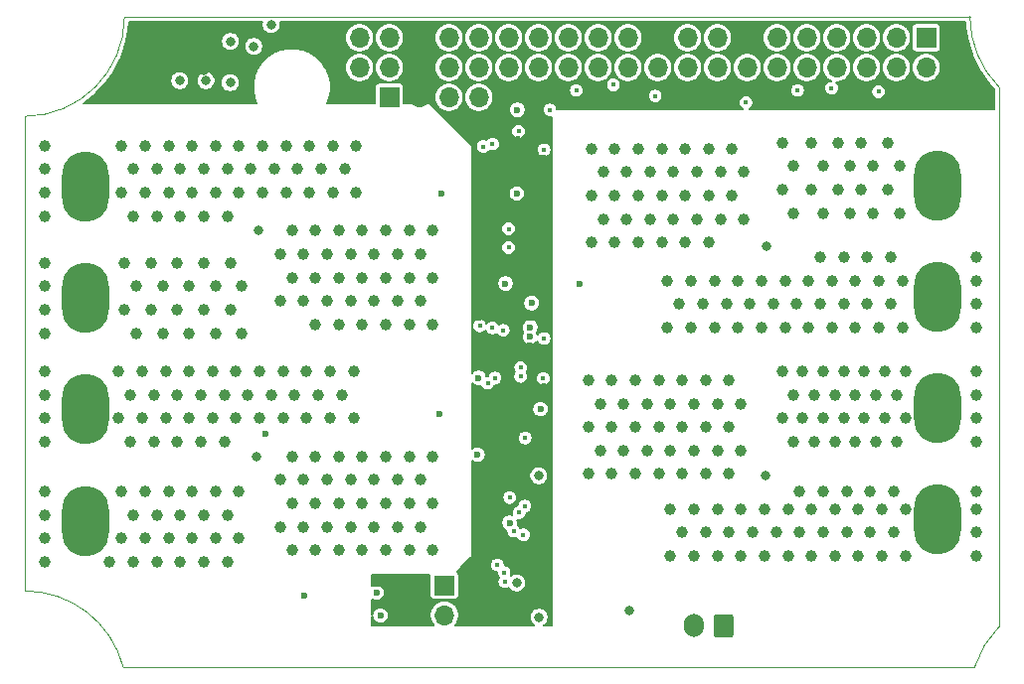
<source format=gbr>
%TF.GenerationSoftware,KiCad,Pcbnew,(5.1.8-0-10_14)*%
%TF.CreationDate,2020-12-03T14:34:03+01:00*%
%TF.ProjectId,SH-ESP32-PowerFET,53482d45-5350-4333-922d-506f77657246,0.1.0*%
%TF.SameCoordinates,Original*%
%TF.FileFunction,Copper,L3,Inr*%
%TF.FilePolarity,Positive*%
%FSLAX46Y46*%
G04 Gerber Fmt 4.6, Leading zero omitted, Abs format (unit mm)*
G04 Created by KiCad (PCBNEW (5.1.8-0-10_14)) date 2020-12-03 14:34:03*
%MOMM*%
%LPD*%
G01*
G04 APERTURE LIST*
%TA.AperFunction,Profile*%
%ADD10C,0.050000*%
%TD*%
%TA.AperFunction,ComponentPad*%
%ADD11O,1.700000X2.000000*%
%TD*%
%TA.AperFunction,ComponentPad*%
%ADD12O,1.700000X1.700000*%
%TD*%
%TA.AperFunction,ComponentPad*%
%ADD13R,1.700000X1.700000*%
%TD*%
%TA.AperFunction,ComponentPad*%
%ADD14O,4.000000X6.000000*%
%TD*%
%TA.AperFunction,ViaPad*%
%ADD15C,1.000000*%
%TD*%
%TA.AperFunction,ViaPad*%
%ADD16C,0.450000*%
%TD*%
%TA.AperFunction,ViaPad*%
%ADD17C,0.600000*%
%TD*%
%TA.AperFunction,ViaPad*%
%ADD18C,0.800000*%
%TD*%
%TA.AperFunction,Conductor*%
%ADD19C,0.200000*%
%TD*%
%TA.AperFunction,Conductor*%
%ADD20C,0.100000*%
%TD*%
G04 APERTURE END LIST*
D10*
X89000000Y-105978147D02*
G75*
G02*
X97400000Y-112500000I0J-8670432D01*
G01*
X97400000Y-112500000D02*
X127000000Y-112500000D01*
X89000000Y-103000000D02*
X89000000Y-105978147D01*
X153000000Y-112500000D02*
X169891435Y-112499765D01*
X171989592Y-63010408D02*
X172000000Y-109000000D01*
X153000000Y-112500000D02*
X153000000Y-112500000D01*
X127000000Y-112500000D02*
X153000000Y-112500000D01*
X169891436Y-112499765D02*
G75*
G02*
X172000000Y-109000000I8108564J-2500235D01*
G01*
X171989592Y-63010408D02*
G75*
G02*
X169500000Y-57000000I6010408J6010408D01*
G01*
X97500000Y-57000000D02*
G75*
G02*
X89000000Y-65500000I-8500000J0D01*
G01*
X169500000Y-57000000D02*
X97500000Y-57000000D01*
X89000000Y-65500000D02*
X89000000Y-103000000D01*
D11*
%TO.N,GND1*%
%TO.C,J301*%
X146020000Y-108960000D03*
%TO.N,N/C*%
%TA.AperFunction,ComponentPad*%
G36*
G01*
X149370000Y-108210000D02*
X149370000Y-109710000D01*
G75*
G02*
X149120000Y-109960000I-250000J0D01*
G01*
X147920000Y-109960000D01*
G75*
G02*
X147670000Y-109710000I0J250000D01*
G01*
X147670000Y-108210000D01*
G75*
G02*
X147920000Y-107960000I250000J0D01*
G01*
X149120000Y-107960000D01*
G75*
G02*
X149370000Y-108210000I0J-250000D01*
G01*
G37*
%TD.AperFunction*%
%TD*%
D12*
%TO.N,SDA*%
%TO.C,J106*%
X127680000Y-63880000D03*
%TO.N,SCL*%
X125140000Y-63880000D03*
%TO.N,+3V3*%
X122600000Y-63880000D03*
D13*
%TO.N,GND*%
X120060000Y-63880000D03*
%TD*%
D14*
%TO.N,VOUT_04*%
%TO.C,J102*%
X94200000Y-100000000D03*
%TO.N,VIN_04*%
X94200000Y-90500000D03*
%TO.N,VOUT_03*%
X94200000Y-81000000D03*
%TO.N,VIN_03*%
X94200000Y-71500000D03*
%TD*%
%TO.N,VOUT_02*%
%TO.C,J101*%
X166700000Y-71400000D03*
%TO.N,VIN_02*%
X166700000Y-80900000D03*
%TO.N,VOUT_01*%
X166700000Y-90400000D03*
%TO.N,VIN_01*%
X166700000Y-99900000D03*
%TD*%
D12*
%TO.N,GND*%
%TO.C,J105*%
X124750000Y-108040000D03*
D13*
%TO.N,Net-(J105-Pad1)*%
X124750000Y-105500000D03*
%TD*%
D12*
%TO.N,GND*%
%TO.C,J103*%
X117520000Y-61340000D03*
X117520000Y-58800000D03*
X120060000Y-61340000D03*
X120060000Y-58800000D03*
%TO.N,+3V3*%
X122600000Y-61340000D03*
X122600000Y-58800000D03*
%TO.N,SCL*%
X125140000Y-61340000D03*
%TO.N,N/C*%
X125140000Y-58800000D03*
%TO.N,SDA*%
X127680000Y-61340000D03*
%TO.N,N/C*%
X127680000Y-58800000D03*
X130220000Y-61340000D03*
%TO.N,GND*%
X130220000Y-58800000D03*
%TO.N,N/C*%
X132760000Y-61340000D03*
%TO.N,/IO15*%
X132760000Y-58800000D03*
%TO.N,N/C*%
X135300000Y-61340000D03*
%TO.N,/IO13*%
X135300000Y-58800000D03*
%TO.N,N/C*%
X137840000Y-61340000D03*
%TO.N,/IO14*%
X137840000Y-58800000D03*
%TO.N,N/C*%
X140380000Y-61340000D03*
%TO.N,/IO12*%
X140380000Y-58800000D03*
%TO.N,GND*%
X142920000Y-61340000D03*
%TO.N,+3V3*%
X142920000Y-58800000D03*
%TO.N,N/C*%
X145460000Y-61340000D03*
X145460000Y-58800000D03*
X148000000Y-61340000D03*
X148000000Y-58800000D03*
%TO.N,GND*%
X150540000Y-61340000D03*
%TO.N,+3V3*%
X150540000Y-58800000D03*
%TO.N,N/C*%
X153080000Y-61340000D03*
%TO.N,GND*%
X153080000Y-58800000D03*
X155620000Y-61340000D03*
%TO.N,/IO27*%
X155620000Y-58800000D03*
%TO.N,N/C*%
X158160000Y-61340000D03*
%TO.N,/IO26*%
X158160000Y-58800000D03*
%TO.N,N/C*%
X160700000Y-61340000D03*
%TO.N,/IO18*%
X160700000Y-58800000D03*
%TO.N,N/C*%
X163240000Y-61340000D03*
%TO.N,/IO21*%
X163240000Y-58800000D03*
%TO.N,N/C*%
X165780000Y-61340000D03*
D13*
X165780000Y-58800000D03*
%TD*%
D15*
%TO.N,VOUT_04*%
X106250000Y-99500000D03*
X107250000Y-101500000D03*
%TO.N,VOUT_03*%
X106500000Y-82000000D03*
%TO.N,VIN_04*%
X116000000Y-89250000D03*
%TO.N,VIN_03*%
X116250000Y-70000000D03*
%TO.N,VIN_02*%
X144750000Y-81500000D03*
%TO.N,VOUT_01*%
X154500000Y-89250000D03*
X153500000Y-91250000D03*
%TO.N,VOUT_02*%
X154500000Y-69750000D03*
X153500000Y-71750000D03*
%TO.N,VIN_01*%
X145000000Y-101000000D03*
X144000000Y-103000000D03*
X144000000Y-99000000D03*
%TO.N,/FET/VOUT2*%
X146250000Y-70250000D03*
X150250000Y-70250000D03*
X148250000Y-70250000D03*
X145250000Y-68250000D03*
X144250000Y-70250000D03*
X139250000Y-68250000D03*
X141250000Y-68250000D03*
X143250000Y-68250000D03*
X138250000Y-70250000D03*
X147250000Y-68250000D03*
X142250000Y-70250000D03*
X140250000Y-70250000D03*
X143250000Y-72250000D03*
X142250000Y-74250000D03*
X144250000Y-74250000D03*
X145250000Y-76250000D03*
X145250000Y-72250000D03*
%TO.N,/FET/VOUT1*%
X146000000Y-90000000D03*
X150000000Y-90000000D03*
X145000000Y-88000000D03*
X144000000Y-90000000D03*
X139000000Y-88000000D03*
X141000000Y-88000000D03*
X143000000Y-88000000D03*
X138000000Y-90000000D03*
X147000000Y-88000000D03*
X142000000Y-90000000D03*
X140000000Y-90000000D03*
X143000000Y-92000000D03*
X142000000Y-94000000D03*
X144000000Y-94000000D03*
X145000000Y-96000000D03*
X145000000Y-92000000D03*
%TO.N,/FET/VOUT3*%
X114750000Y-81250000D03*
X110750000Y-81250000D03*
X115750000Y-83250000D03*
X116750000Y-81250000D03*
X121750000Y-83250000D03*
X119750000Y-83250000D03*
X117750000Y-83250000D03*
X122750000Y-81250000D03*
X113750000Y-83250000D03*
X118750000Y-81250000D03*
X120750000Y-81250000D03*
X117750000Y-79250000D03*
X118750000Y-77250000D03*
X116750000Y-77250000D03*
X115750000Y-75250000D03*
X115750000Y-79250000D03*
X122750000Y-77250000D03*
X113750000Y-75250000D03*
X121750000Y-79250000D03*
X119750000Y-75250000D03*
X119750000Y-79250000D03*
X120750000Y-77250000D03*
X121750000Y-75250000D03*
X117750000Y-75250000D03*
X113750000Y-79250000D03*
X114750000Y-77250000D03*
X123750000Y-79250000D03*
X123750000Y-83250000D03*
X123750000Y-75250000D03*
%TO.N,/FET/VOUT1*%
X138000000Y-94000000D03*
X147000000Y-96000000D03*
X139000000Y-92000000D03*
X141000000Y-96000000D03*
X141000000Y-92000000D03*
X140000000Y-94000000D03*
X139000000Y-96000000D03*
X143000000Y-96000000D03*
X147000000Y-92000000D03*
X146000000Y-94000000D03*
X137000000Y-92000000D03*
X137000000Y-88000000D03*
X137000000Y-96000000D03*
%TO.N,/FET/VOUT2*%
X149250000Y-72250000D03*
X138250000Y-74250000D03*
X147250000Y-76250000D03*
X139250000Y-72250000D03*
X141250000Y-76250000D03*
X141250000Y-72250000D03*
X140250000Y-74250000D03*
X139250000Y-76250000D03*
X143250000Y-76250000D03*
X147250000Y-72250000D03*
X146250000Y-74250000D03*
X137250000Y-72250000D03*
X137250000Y-68250000D03*
X137250000Y-76250000D03*
D16*
%TO.N,GND*%
X127750000Y-83360000D03*
X131240000Y-86930000D03*
X133166469Y-87853478D03*
X131059551Y-66793755D03*
X133230000Y-68360000D03*
D17*
X130910000Y-72090000D03*
X129950000Y-79770000D03*
D18*
X132810000Y-108210000D03*
X130890000Y-105290000D03*
X132780000Y-96150000D03*
D17*
X118950000Y-106130000D03*
X132030000Y-84320000D03*
X132920000Y-90470000D03*
X130950000Y-64940000D03*
X127660000Y-87800000D03*
X127560000Y-94360000D03*
X119290000Y-108070000D03*
D18*
X109980000Y-57700000D03*
X106510000Y-59110000D03*
X106500000Y-62630000D03*
X102190000Y-62460000D03*
X104434512Y-62454161D03*
D17*
X132170000Y-81430000D03*
D16*
%TO.N,+3V3*%
X127724937Y-82783543D03*
X133190000Y-88430000D03*
X131030000Y-67370000D03*
X133251758Y-68936591D03*
D18*
X127820000Y-96120000D03*
D17*
X119000000Y-105360000D03*
X120640000Y-106960000D03*
X120660000Y-107660000D03*
X132030000Y-85047003D03*
X116450000Y-63650000D03*
X132088552Y-64890000D03*
X132088552Y-70030000D03*
X127660000Y-85680000D03*
D18*
X102120000Y-61300000D03*
X104230000Y-61550000D03*
%TO.N,GND1*%
X152200000Y-76600000D03*
X152100000Y-96100000D03*
X108900000Y-75200000D03*
X108700000Y-94500000D03*
D17*
X124300000Y-90900000D03*
X124490000Y-72120000D03*
X136260000Y-79800000D03*
D18*
X140480000Y-107630000D03*
D15*
%TO.N,/FET/VOUT1*%
X149000000Y-88000000D03*
X148000000Y-90000000D03*
X149000000Y-92000000D03*
X148000000Y-94000000D03*
X150000000Y-94000000D03*
X149000000Y-96000000D03*
%TO.N,VOUT_02*%
X157000000Y-69750000D03*
X156000000Y-71750000D03*
X158250000Y-71750000D03*
X159250000Y-69750000D03*
X160250000Y-71750000D03*
X161250000Y-69750000D03*
X163500000Y-69750000D03*
X162500000Y-71750000D03*
X153500000Y-67750000D03*
X156000000Y-67750000D03*
X158250000Y-67750000D03*
X160250000Y-67750000D03*
X162500000Y-67750000D03*
X154500000Y-73750000D03*
X157000000Y-73750000D03*
X159250000Y-73750000D03*
X161250000Y-73750000D03*
X163500000Y-73750000D03*
%TO.N,VIN_01*%
X146000000Y-99000000D03*
X146000000Y-103000000D03*
X147000000Y-101000000D03*
X148000000Y-103000000D03*
X148000000Y-99000000D03*
X149000000Y-101000000D03*
X151000000Y-101000000D03*
X150000000Y-103000000D03*
X150000000Y-99000000D03*
X152000000Y-103000000D03*
X153000000Y-101000000D03*
X152000000Y-99000000D03*
X154000000Y-99000000D03*
X155000000Y-101000000D03*
X154000000Y-103000000D03*
X157000000Y-101000000D03*
X156000000Y-99000000D03*
X156000000Y-103000000D03*
X158000000Y-99000000D03*
X158000000Y-103000000D03*
X159000000Y-101000000D03*
X161000000Y-101000000D03*
X160000000Y-103000000D03*
X160000000Y-99000000D03*
X163000000Y-101000000D03*
X162000000Y-99000000D03*
X162000000Y-103000000D03*
X164000000Y-103000000D03*
X164000000Y-99000000D03*
X170000000Y-99000000D03*
X170000000Y-101000000D03*
X170000000Y-103000000D03*
X170000000Y-97500000D03*
X163000000Y-97500000D03*
X161000000Y-97500000D03*
X159000000Y-97500000D03*
X157000000Y-97500000D03*
X155000000Y-97500000D03*
%TO.N,VIN_02*%
X143750000Y-79500000D03*
X143750000Y-83500000D03*
X145750000Y-83500000D03*
X146750000Y-81500000D03*
X145750000Y-79500000D03*
X147750000Y-83500000D03*
X149750000Y-79500000D03*
X150750000Y-81500000D03*
X148750000Y-81500000D03*
X149750000Y-83500000D03*
X147750000Y-79500000D03*
X153750000Y-79500000D03*
X151750000Y-79500000D03*
X154750000Y-81500000D03*
X151750000Y-83500000D03*
X152750000Y-81500000D03*
X153750000Y-83500000D03*
X155750000Y-79500000D03*
X156750000Y-81500000D03*
X155750000Y-83500000D03*
X157750000Y-83500000D03*
X157750000Y-79500000D03*
X158750000Y-81500000D03*
X160750000Y-81500000D03*
X162750000Y-81500000D03*
X161750000Y-79500000D03*
X161750000Y-83500000D03*
X159750000Y-83500000D03*
X159750000Y-79500000D03*
X163750000Y-79500000D03*
X163750000Y-83500000D03*
X156750000Y-77500000D03*
X158750000Y-77500000D03*
X160750000Y-77500000D03*
X162750000Y-77500000D03*
X170000000Y-77500000D03*
X170000000Y-79500000D03*
X170000000Y-81500000D03*
X170000000Y-83500000D03*
D16*
%TO.N,FETOUT_01*%
X129890000Y-105180000D03*
X150420000Y-64340000D03*
X133728759Y-64948759D03*
X131470000Y-101200000D03*
%TO.N,FETOUT_02*%
X130210000Y-76700000D03*
X131110000Y-99300000D03*
X154820000Y-63293000D03*
X135977000Y-63293000D03*
D15*
%TO.N,VOUT_01*%
X153500000Y-87250000D03*
X154500000Y-93250000D03*
X155250000Y-91250000D03*
X156250000Y-89250000D03*
X155250000Y-87250000D03*
X156250000Y-93250000D03*
X157000000Y-87250000D03*
X158000000Y-93250000D03*
X158000000Y-89250000D03*
X157000000Y-91250000D03*
X158750000Y-87250000D03*
X159750000Y-93250000D03*
X159750000Y-89250000D03*
X158750000Y-91250000D03*
X160500000Y-87250000D03*
X160500000Y-91250000D03*
X161500000Y-89250000D03*
X161500000Y-93250000D03*
X162250000Y-91250000D03*
X163250000Y-89250000D03*
X162250000Y-87250000D03*
X163250000Y-93250000D03*
X164000000Y-87250000D03*
X164000000Y-91250000D03*
X170000000Y-87250000D03*
X170000000Y-89250000D03*
X170000000Y-91250000D03*
X170000000Y-93250000D03*
%TO.N,/FET/VOUT2*%
X149250000Y-68250000D03*
X150250000Y-74250000D03*
X148250000Y-74250000D03*
D16*
%TO.N,SCL*%
X128046519Y-68073481D03*
X128820000Y-83550000D03*
X128440000Y-88260000D03*
X129250000Y-103760000D03*
D18*
X108510000Y-59530000D03*
D16*
%TO.N,SDA*%
X129751268Y-83751268D03*
X128846268Y-67863732D03*
X129045000Y-87825000D03*
X129830000Y-104410000D03*
%TO.N,FETOUT_03*%
X130210000Y-75100000D03*
X130300000Y-98010000D03*
X157720000Y-63110000D03*
X139134001Y-62815999D03*
D15*
%TO.N,VOUT_03*%
X106500000Y-78000000D03*
X107500000Y-84000000D03*
X107500000Y-80000000D03*
X105250000Y-84000000D03*
X104250000Y-82000000D03*
X105250000Y-80000000D03*
X104250000Y-78000000D03*
X102000000Y-78000000D03*
X103000000Y-84000000D03*
X102000000Y-82000000D03*
X103000000Y-80000000D03*
X100750000Y-80000000D03*
X100750000Y-84000000D03*
X99750000Y-82000000D03*
X99750000Y-78000000D03*
X97500000Y-82000000D03*
X98500000Y-80000000D03*
X98500000Y-84000000D03*
X97500000Y-78000000D03*
X90750000Y-84000000D03*
X90750000Y-82000000D03*
X90750000Y-80000000D03*
X90750000Y-78000000D03*
%TO.N,/FET/VOUT3*%
X111750000Y-75250000D03*
X112750000Y-77250000D03*
X110750000Y-77250000D03*
X111750000Y-79250000D03*
X112750000Y-81250000D03*
%TO.N,VIN_03*%
X117250000Y-68000000D03*
X117250000Y-72000000D03*
X115250000Y-68000000D03*
X115250000Y-72000000D03*
X114250000Y-70000000D03*
X112250000Y-70000000D03*
X113250000Y-72000000D03*
X113250000Y-68000000D03*
X111250000Y-68000000D03*
X110250000Y-70000000D03*
X111250000Y-72000000D03*
X109250000Y-72000000D03*
X109250000Y-68000000D03*
X108250000Y-70000000D03*
X107250000Y-72000000D03*
X107250000Y-68000000D03*
X106250000Y-70000000D03*
X106250000Y-74000000D03*
X105250000Y-68000000D03*
X105250000Y-72000000D03*
X104250000Y-74000000D03*
X104250000Y-70000000D03*
X103250000Y-72000000D03*
X102250000Y-74000000D03*
X103250000Y-68000000D03*
X102250000Y-70000000D03*
X100250000Y-74000000D03*
X101250000Y-72000000D03*
X101250000Y-68000000D03*
X100250000Y-70000000D03*
X99250000Y-72000000D03*
X98250000Y-74000000D03*
X99250000Y-68000000D03*
X98250000Y-70000000D03*
X97250000Y-72000000D03*
X97250000Y-68000000D03*
X90750000Y-74000000D03*
X90750000Y-72000000D03*
X90750000Y-70000000D03*
X90750000Y-68000000D03*
D16*
%TO.N,FETOUT_04*%
X161710000Y-63410000D03*
X131617011Y-92930000D03*
X142700000Y-63770000D03*
D15*
%TO.N,VOUT_04*%
X107250000Y-97500000D03*
X106250000Y-103500000D03*
X104250000Y-103500000D03*
X104250000Y-99500000D03*
X105250000Y-101500000D03*
X105250000Y-97500000D03*
X102250000Y-103500000D03*
X103250000Y-97500000D03*
X103250000Y-101500000D03*
X102250000Y-99500000D03*
X101250000Y-101500000D03*
X101250000Y-97500000D03*
X100250000Y-103500000D03*
X100250000Y-99500000D03*
X99250000Y-97500000D03*
X99250000Y-101500000D03*
X98250000Y-99500000D03*
X98250000Y-103500000D03*
X97250000Y-101500000D03*
X96250000Y-103500000D03*
X97250000Y-97500000D03*
X90750000Y-103500000D03*
X90750000Y-101500000D03*
X90750000Y-99500000D03*
X90750000Y-97500000D03*
%TO.N,/FET/VOUT4*%
X120750000Y-100500000D03*
X120750000Y-96500000D03*
X115750000Y-94500000D03*
X116750000Y-96500000D03*
X119750000Y-98500000D03*
X110750000Y-100500000D03*
X119750000Y-102500000D03*
X117750000Y-94500000D03*
X117750000Y-102500000D03*
X114750000Y-100500000D03*
X121750000Y-102500000D03*
X118750000Y-100500000D03*
X115750000Y-98500000D03*
X115750000Y-102500000D03*
X122750000Y-100500000D03*
X118750000Y-96500000D03*
X119750000Y-94500000D03*
X113750000Y-94500000D03*
X113750000Y-98500000D03*
X117750000Y-98500000D03*
X121750000Y-98500000D03*
X122750000Y-96500000D03*
X116750000Y-100500000D03*
X121750000Y-94500000D03*
X113750000Y-102500000D03*
X123750000Y-94500000D03*
X114750000Y-96500000D03*
X123750000Y-98500000D03*
X123750000Y-102500000D03*
X111750000Y-94500000D03*
X110750000Y-96500000D03*
X112750000Y-96500000D03*
X111750000Y-98500000D03*
X112750000Y-100500000D03*
X111750000Y-102500000D03*
D17*
%TO.N,VIN_04*%
X112770000Y-106350000D03*
X109490000Y-92580000D03*
D15*
X117000000Y-87250000D03*
X117000000Y-91250000D03*
X115000000Y-91250000D03*
X114000000Y-89250000D03*
X115000000Y-87250000D03*
X113000000Y-91250000D03*
X112000000Y-89250000D03*
X113000000Y-87250000D03*
X111000000Y-87250000D03*
X110000000Y-89250000D03*
X111000000Y-91250000D03*
X109000000Y-87250000D03*
X108000000Y-89250000D03*
X109000000Y-91250000D03*
X107000000Y-87250000D03*
X107000000Y-91250000D03*
X106000000Y-89250000D03*
X106000000Y-93250000D03*
X104000000Y-93250000D03*
X104000000Y-89250000D03*
X105000000Y-91250000D03*
X105000000Y-87250000D03*
X103000000Y-87250000D03*
X103000000Y-91250000D03*
X102000000Y-93250000D03*
X102000000Y-89250000D03*
X101000000Y-87250000D03*
X101000000Y-91250000D03*
X100000000Y-93250000D03*
X100000000Y-89250000D03*
X99000000Y-91250000D03*
X98000000Y-93250000D03*
X99000000Y-87250000D03*
X98000000Y-89250000D03*
X97000000Y-87250000D03*
X97000000Y-91250000D03*
X90750000Y-93250000D03*
X90750000Y-91250000D03*
X90750000Y-89250000D03*
X90750000Y-87250000D03*
D16*
%TO.N,ALERT1*%
X131240001Y-87700000D03*
X131587000Y-98740000D03*
D17*
%TO.N,ALERT4*%
X132050000Y-83500000D03*
X130310000Y-100160000D03*
D16*
%TO.N,Net-(R101-Pad1)*%
X130640000Y-100880000D03*
X133230000Y-84450000D03*
%TD*%
D19*
%TO.N,+3V3*%
X109210743Y-57466649D02*
X109180000Y-57621207D01*
X109180000Y-57778793D01*
X109210743Y-57933351D01*
X109271049Y-58078942D01*
X109358599Y-58209970D01*
X109470030Y-58321401D01*
X109601058Y-58408951D01*
X109746649Y-58469257D01*
X109901207Y-58500000D01*
X110058793Y-58500000D01*
X110213351Y-58469257D01*
X110358942Y-58408951D01*
X110489970Y-58321401D01*
X110601401Y-58209970D01*
X110688951Y-58078942D01*
X110749257Y-57933351D01*
X110780000Y-57778793D01*
X110780000Y-57621207D01*
X110749257Y-57466649D01*
X110732005Y-57425000D01*
X169096689Y-57425000D01*
X169122145Y-57910734D01*
X169124950Y-57933909D01*
X169127149Y-57957173D01*
X169127892Y-57961562D01*
X169326687Y-59100605D01*
X169333042Y-59126480D01*
X169339146Y-59152502D01*
X169340477Y-59156749D01*
X169692018Y-60258273D01*
X169701839Y-60283079D01*
X169711405Y-60307999D01*
X169713300Y-60312026D01*
X170211083Y-61355649D01*
X170224165Y-61378866D01*
X170237039Y-61402284D01*
X170239464Y-61406017D01*
X170874277Y-62372427D01*
X170890384Y-62393647D01*
X170906322Y-62415108D01*
X170909231Y-62418478D01*
X171564629Y-63169774D01*
X171565021Y-64900000D01*
X150701244Y-64900000D01*
X150716048Y-64893868D01*
X150818414Y-64825469D01*
X150905469Y-64738414D01*
X150973868Y-64636048D01*
X151020981Y-64522306D01*
X151045000Y-64401557D01*
X151045000Y-64278443D01*
X151020981Y-64157694D01*
X150973868Y-64043952D01*
X150905469Y-63941586D01*
X150818414Y-63854531D01*
X150716048Y-63786132D01*
X150602306Y-63739019D01*
X150481557Y-63715000D01*
X150358443Y-63715000D01*
X150237694Y-63739019D01*
X150123952Y-63786132D01*
X150021586Y-63854531D01*
X149934531Y-63941586D01*
X149866132Y-64043952D01*
X149819019Y-64157694D01*
X149795000Y-64278443D01*
X149795000Y-64401557D01*
X149819019Y-64522306D01*
X149866132Y-64636048D01*
X149934531Y-64738414D01*
X150021586Y-64825469D01*
X150123952Y-64893868D01*
X150138756Y-64900000D01*
X134353759Y-64900000D01*
X134353759Y-64887202D01*
X134329740Y-64766453D01*
X134282627Y-64652711D01*
X134214228Y-64550345D01*
X134127173Y-64463290D01*
X134024807Y-64394891D01*
X133911065Y-64347778D01*
X133790316Y-64323759D01*
X133667202Y-64323759D01*
X133546453Y-64347778D01*
X133432711Y-64394891D01*
X133330345Y-64463290D01*
X133243290Y-64550345D01*
X133174891Y-64652711D01*
X133127778Y-64766453D01*
X133103759Y-64887202D01*
X133103759Y-65010316D01*
X133127778Y-65131065D01*
X133174891Y-65244807D01*
X133243290Y-65347173D01*
X133330345Y-65434228D01*
X133432711Y-65502627D01*
X133546453Y-65549740D01*
X133667202Y-65573759D01*
X133790316Y-65573759D01*
X133900000Y-65551941D01*
X133900000Y-108900000D01*
X133217304Y-108900000D01*
X133319970Y-108831401D01*
X133431401Y-108719970D01*
X133518951Y-108588942D01*
X133579257Y-108443351D01*
X133610000Y-108288793D01*
X133610000Y-108131207D01*
X133579257Y-107976649D01*
X133518951Y-107831058D01*
X133431401Y-107700030D01*
X133319970Y-107588599D01*
X133188942Y-107501049D01*
X133043351Y-107440743D01*
X132888793Y-107410000D01*
X132731207Y-107410000D01*
X132576649Y-107440743D01*
X132431058Y-107501049D01*
X132300030Y-107588599D01*
X132188599Y-107700030D01*
X132101049Y-107831058D01*
X132040743Y-107976649D01*
X132010000Y-108131207D01*
X132010000Y-108288793D01*
X132040743Y-108443351D01*
X132101049Y-108588942D01*
X132188599Y-108719970D01*
X132300030Y-108831401D01*
X132402696Y-108900000D01*
X125657766Y-108900000D01*
X125720938Y-108836828D01*
X125857735Y-108632097D01*
X125951963Y-108404611D01*
X126000000Y-108163114D01*
X126000000Y-107916886D01*
X125951963Y-107675389D01*
X125857735Y-107447903D01*
X125720938Y-107243172D01*
X125546828Y-107069062D01*
X125342097Y-106932265D01*
X125114611Y-106838037D01*
X124873114Y-106790000D01*
X124626886Y-106790000D01*
X124385389Y-106838037D01*
X124157903Y-106932265D01*
X123953172Y-107069062D01*
X123779062Y-107243172D01*
X123642265Y-107447903D01*
X123548037Y-107675389D01*
X123500000Y-107916886D01*
X123500000Y-108163114D01*
X123548037Y-108404611D01*
X123642265Y-108632097D01*
X123779062Y-108836828D01*
X123842234Y-108900000D01*
X118600000Y-108900000D01*
X118600000Y-108189216D01*
X118616901Y-108274182D01*
X118669668Y-108401574D01*
X118746274Y-108516224D01*
X118843776Y-108613726D01*
X118958426Y-108690332D01*
X119085818Y-108743099D01*
X119221056Y-108770000D01*
X119358944Y-108770000D01*
X119494182Y-108743099D01*
X119621574Y-108690332D01*
X119736224Y-108613726D01*
X119833726Y-108516224D01*
X119910332Y-108401574D01*
X119963099Y-108274182D01*
X119990000Y-108138944D01*
X119990000Y-108001056D01*
X119963099Y-107865818D01*
X119910332Y-107738426D01*
X119833726Y-107623776D01*
X119736224Y-107526274D01*
X119621574Y-107449668D01*
X119494182Y-107396901D01*
X119358944Y-107370000D01*
X119221056Y-107370000D01*
X119085818Y-107396901D01*
X118958426Y-107449668D01*
X118843776Y-107526274D01*
X118746274Y-107623776D01*
X118669668Y-107738426D01*
X118616901Y-107865818D01*
X118600000Y-107950784D01*
X118600000Y-106738020D01*
X118618426Y-106750332D01*
X118745818Y-106803099D01*
X118881056Y-106830000D01*
X119018944Y-106830000D01*
X119154182Y-106803099D01*
X119281574Y-106750332D01*
X119396224Y-106673726D01*
X119493726Y-106576224D01*
X119570332Y-106461574D01*
X119623099Y-106334182D01*
X119650000Y-106198944D01*
X119650000Y-106061056D01*
X119623099Y-105925818D01*
X119570332Y-105798426D01*
X119493726Y-105683776D01*
X119396224Y-105586274D01*
X119281574Y-105509668D01*
X119154182Y-105456901D01*
X119018944Y-105430000D01*
X118881056Y-105430000D01*
X118745818Y-105456901D01*
X118618426Y-105509668D01*
X118600000Y-105521980D01*
X118600000Y-104600000D01*
X123502990Y-104600000D01*
X123498065Y-104650000D01*
X123498065Y-106350000D01*
X123505788Y-106428414D01*
X123528660Y-106503814D01*
X123565803Y-106573303D01*
X123615789Y-106634211D01*
X123676697Y-106684197D01*
X123746186Y-106721340D01*
X123821586Y-106744212D01*
X123900000Y-106751935D01*
X125600000Y-106751935D01*
X125678414Y-106744212D01*
X125753814Y-106721340D01*
X125823303Y-106684197D01*
X125884211Y-106634211D01*
X125934197Y-106573303D01*
X125971340Y-106503814D01*
X125994212Y-106428414D01*
X126001935Y-106350000D01*
X126001935Y-104650000D01*
X125994212Y-104571586D01*
X125971340Y-104496186D01*
X125934197Y-104426697D01*
X125884211Y-104365789D01*
X125824575Y-104316847D01*
X126442979Y-103698443D01*
X128625000Y-103698443D01*
X128625000Y-103821557D01*
X128649019Y-103942306D01*
X128696132Y-104056048D01*
X128764531Y-104158414D01*
X128851586Y-104245469D01*
X128953952Y-104313868D01*
X129067694Y-104360981D01*
X129188443Y-104385000D01*
X129205000Y-104385000D01*
X129205000Y-104471557D01*
X129229019Y-104592306D01*
X129276132Y-104706048D01*
X129344531Y-104808414D01*
X129369753Y-104833636D01*
X129336132Y-104883952D01*
X129289019Y-104997694D01*
X129265000Y-105118443D01*
X129265000Y-105241557D01*
X129289019Y-105362306D01*
X129336132Y-105476048D01*
X129404531Y-105578414D01*
X129491586Y-105665469D01*
X129593952Y-105733868D01*
X129707694Y-105780981D01*
X129828443Y-105805000D01*
X129951557Y-105805000D01*
X130072306Y-105780981D01*
X130186048Y-105733868D01*
X130212584Y-105716137D01*
X130268599Y-105799970D01*
X130380030Y-105911401D01*
X130511058Y-105998951D01*
X130656649Y-106059257D01*
X130811207Y-106090000D01*
X130968793Y-106090000D01*
X131123351Y-106059257D01*
X131268942Y-105998951D01*
X131399970Y-105911401D01*
X131511401Y-105799970D01*
X131598951Y-105668942D01*
X131659257Y-105523351D01*
X131690000Y-105368793D01*
X131690000Y-105211207D01*
X131659257Y-105056649D01*
X131598951Y-104911058D01*
X131511401Y-104780030D01*
X131399970Y-104668599D01*
X131268942Y-104581049D01*
X131123351Y-104520743D01*
X130968793Y-104490000D01*
X130811207Y-104490000D01*
X130656649Y-104520743D01*
X130511058Y-104581049D01*
X130406784Y-104650722D01*
X130430981Y-104592306D01*
X130455000Y-104471557D01*
X130455000Y-104348443D01*
X130430981Y-104227694D01*
X130383868Y-104113952D01*
X130315469Y-104011586D01*
X130228414Y-103924531D01*
X130126048Y-103856132D01*
X130012306Y-103809019D01*
X129891557Y-103785000D01*
X129875000Y-103785000D01*
X129875000Y-103698443D01*
X129850981Y-103577694D01*
X129803868Y-103463952D01*
X129735469Y-103361586D01*
X129648414Y-103274531D01*
X129546048Y-103206132D01*
X129432306Y-103159019D01*
X129311557Y-103135000D01*
X129188443Y-103135000D01*
X129067694Y-103159019D01*
X128953952Y-103206132D01*
X128851586Y-103274531D01*
X128764531Y-103361586D01*
X128696132Y-103463952D01*
X128649019Y-103577694D01*
X128625000Y-103698443D01*
X126442979Y-103698443D01*
X127070711Y-103070711D01*
X127083147Y-103055557D01*
X127092388Y-103038268D01*
X127098079Y-103019509D01*
X127100000Y-103000000D01*
X127100000Y-100091056D01*
X129610000Y-100091056D01*
X129610000Y-100228944D01*
X129636901Y-100364182D01*
X129689668Y-100491574D01*
X129766274Y-100606224D01*
X129863776Y-100703726D01*
X129978426Y-100780332D01*
X130019220Y-100797229D01*
X130015000Y-100818443D01*
X130015000Y-100941557D01*
X130039019Y-101062306D01*
X130086132Y-101176048D01*
X130154531Y-101278414D01*
X130241586Y-101365469D01*
X130343952Y-101433868D01*
X130457694Y-101480981D01*
X130578443Y-101505000D01*
X130701557Y-101505000D01*
X130822306Y-101480981D01*
X130897065Y-101450015D01*
X130916132Y-101496048D01*
X130984531Y-101598414D01*
X131071586Y-101685469D01*
X131173952Y-101753868D01*
X131287694Y-101800981D01*
X131408443Y-101825000D01*
X131531557Y-101825000D01*
X131652306Y-101800981D01*
X131766048Y-101753868D01*
X131868414Y-101685469D01*
X131955469Y-101598414D01*
X132023868Y-101496048D01*
X132070981Y-101382306D01*
X132095000Y-101261557D01*
X132095000Y-101138443D01*
X132070981Y-101017694D01*
X132023868Y-100903952D01*
X131955469Y-100801586D01*
X131868414Y-100714531D01*
X131766048Y-100646132D01*
X131652306Y-100599019D01*
X131531557Y-100575000D01*
X131408443Y-100575000D01*
X131287694Y-100599019D01*
X131212935Y-100629985D01*
X131193868Y-100583952D01*
X131125469Y-100481586D01*
X131038414Y-100394531D01*
X130984260Y-100358346D01*
X131010000Y-100228944D01*
X131010000Y-100091056D01*
X130983099Y-99955818D01*
X130963320Y-99908068D01*
X131048443Y-99925000D01*
X131171557Y-99925000D01*
X131292306Y-99900981D01*
X131406048Y-99853868D01*
X131508414Y-99785469D01*
X131595469Y-99698414D01*
X131663868Y-99596048D01*
X131710981Y-99482306D01*
X131735000Y-99361557D01*
X131735000Y-99347805D01*
X131769306Y-99340981D01*
X131883048Y-99293868D01*
X131985414Y-99225469D01*
X132072469Y-99138414D01*
X132140868Y-99036048D01*
X132187981Y-98922306D01*
X132212000Y-98801557D01*
X132212000Y-98678443D01*
X132187981Y-98557694D01*
X132140868Y-98443952D01*
X132072469Y-98341586D01*
X131985414Y-98254531D01*
X131883048Y-98186132D01*
X131769306Y-98139019D01*
X131648557Y-98115000D01*
X131525443Y-98115000D01*
X131404694Y-98139019D01*
X131290952Y-98186132D01*
X131188586Y-98254531D01*
X131101531Y-98341586D01*
X131033132Y-98443952D01*
X130986019Y-98557694D01*
X130962000Y-98678443D01*
X130962000Y-98692195D01*
X130927694Y-98699019D01*
X130813952Y-98746132D01*
X130711586Y-98814531D01*
X130624531Y-98901586D01*
X130556132Y-99003952D01*
X130509019Y-99117694D01*
X130485000Y-99238443D01*
X130485000Y-99361557D01*
X130509019Y-99482306D01*
X130510630Y-99486194D01*
X130378944Y-99460000D01*
X130241056Y-99460000D01*
X130105818Y-99486901D01*
X129978426Y-99539668D01*
X129863776Y-99616274D01*
X129766274Y-99713776D01*
X129689668Y-99828426D01*
X129636901Y-99955818D01*
X129610000Y-100091056D01*
X127100000Y-100091056D01*
X127100000Y-97948443D01*
X129675000Y-97948443D01*
X129675000Y-98071557D01*
X129699019Y-98192306D01*
X129746132Y-98306048D01*
X129814531Y-98408414D01*
X129901586Y-98495469D01*
X130003952Y-98563868D01*
X130117694Y-98610981D01*
X130238443Y-98635000D01*
X130361557Y-98635000D01*
X130482306Y-98610981D01*
X130596048Y-98563868D01*
X130698414Y-98495469D01*
X130785469Y-98408414D01*
X130853868Y-98306048D01*
X130900981Y-98192306D01*
X130925000Y-98071557D01*
X130925000Y-97948443D01*
X130900981Y-97827694D01*
X130853868Y-97713952D01*
X130785469Y-97611586D01*
X130698414Y-97524531D01*
X130596048Y-97456132D01*
X130482306Y-97409019D01*
X130361557Y-97385000D01*
X130238443Y-97385000D01*
X130117694Y-97409019D01*
X130003952Y-97456132D01*
X129901586Y-97524531D01*
X129814531Y-97611586D01*
X129746132Y-97713952D01*
X129699019Y-97827694D01*
X129675000Y-97948443D01*
X127100000Y-97948443D01*
X127100000Y-96071207D01*
X131980000Y-96071207D01*
X131980000Y-96228793D01*
X132010743Y-96383351D01*
X132071049Y-96528942D01*
X132158599Y-96659970D01*
X132270030Y-96771401D01*
X132401058Y-96858951D01*
X132546649Y-96919257D01*
X132701207Y-96950000D01*
X132858793Y-96950000D01*
X133013351Y-96919257D01*
X133158942Y-96858951D01*
X133289970Y-96771401D01*
X133401401Y-96659970D01*
X133488951Y-96528942D01*
X133549257Y-96383351D01*
X133580000Y-96228793D01*
X133580000Y-96071207D01*
X133549257Y-95916649D01*
X133488951Y-95771058D01*
X133401401Y-95640030D01*
X133289970Y-95528599D01*
X133158942Y-95441049D01*
X133013351Y-95380743D01*
X132858793Y-95350000D01*
X132701207Y-95350000D01*
X132546649Y-95380743D01*
X132401058Y-95441049D01*
X132270030Y-95528599D01*
X132158599Y-95640030D01*
X132071049Y-95771058D01*
X132010743Y-95916649D01*
X131980000Y-96071207D01*
X127100000Y-96071207D01*
X127100000Y-94889950D01*
X127113776Y-94903726D01*
X127228426Y-94980332D01*
X127355818Y-95033099D01*
X127491056Y-95060000D01*
X127628944Y-95060000D01*
X127764182Y-95033099D01*
X127891574Y-94980332D01*
X128006224Y-94903726D01*
X128103726Y-94806224D01*
X128180332Y-94691574D01*
X128233099Y-94564182D01*
X128260000Y-94428944D01*
X128260000Y-94291056D01*
X128233099Y-94155818D01*
X128180332Y-94028426D01*
X128103726Y-93913776D01*
X128006224Y-93816274D01*
X127891574Y-93739668D01*
X127764182Y-93686901D01*
X127628944Y-93660000D01*
X127491056Y-93660000D01*
X127355818Y-93686901D01*
X127228426Y-93739668D01*
X127113776Y-93816274D01*
X127100000Y-93830050D01*
X127100000Y-92868443D01*
X130992011Y-92868443D01*
X130992011Y-92991557D01*
X131016030Y-93112306D01*
X131063143Y-93226048D01*
X131131542Y-93328414D01*
X131218597Y-93415469D01*
X131320963Y-93483868D01*
X131434705Y-93530981D01*
X131555454Y-93555000D01*
X131678568Y-93555000D01*
X131799317Y-93530981D01*
X131913059Y-93483868D01*
X132015425Y-93415469D01*
X132102480Y-93328414D01*
X132170879Y-93226048D01*
X132217992Y-93112306D01*
X132242011Y-92991557D01*
X132242011Y-92868443D01*
X132217992Y-92747694D01*
X132170879Y-92633952D01*
X132102480Y-92531586D01*
X132015425Y-92444531D01*
X131913059Y-92376132D01*
X131799317Y-92329019D01*
X131678568Y-92305000D01*
X131555454Y-92305000D01*
X131434705Y-92329019D01*
X131320963Y-92376132D01*
X131218597Y-92444531D01*
X131131542Y-92531586D01*
X131063143Y-92633952D01*
X131016030Y-92747694D01*
X130992011Y-92868443D01*
X127100000Y-92868443D01*
X127100000Y-90401056D01*
X132220000Y-90401056D01*
X132220000Y-90538944D01*
X132246901Y-90674182D01*
X132299668Y-90801574D01*
X132376274Y-90916224D01*
X132473776Y-91013726D01*
X132588426Y-91090332D01*
X132715818Y-91143099D01*
X132851056Y-91170000D01*
X132988944Y-91170000D01*
X133124182Y-91143099D01*
X133251574Y-91090332D01*
X133366224Y-91013726D01*
X133463726Y-90916224D01*
X133540332Y-90801574D01*
X133593099Y-90674182D01*
X133620000Y-90538944D01*
X133620000Y-90401056D01*
X133593099Y-90265818D01*
X133540332Y-90138426D01*
X133463726Y-90023776D01*
X133366224Y-89926274D01*
X133251574Y-89849668D01*
X133124182Y-89796901D01*
X132988944Y-89770000D01*
X132851056Y-89770000D01*
X132715818Y-89796901D01*
X132588426Y-89849668D01*
X132473776Y-89926274D01*
X132376274Y-90023776D01*
X132299668Y-90138426D01*
X132246901Y-90265818D01*
X132220000Y-90401056D01*
X127100000Y-90401056D01*
X127100000Y-88221868D01*
X127116274Y-88246224D01*
X127213776Y-88343726D01*
X127328426Y-88420332D01*
X127455818Y-88473099D01*
X127591056Y-88500000D01*
X127728944Y-88500000D01*
X127852718Y-88475379D01*
X127886132Y-88556048D01*
X127954531Y-88658414D01*
X128041586Y-88745469D01*
X128143952Y-88813868D01*
X128257694Y-88860981D01*
X128378443Y-88885000D01*
X128501557Y-88885000D01*
X128622306Y-88860981D01*
X128736048Y-88813868D01*
X128838414Y-88745469D01*
X128925469Y-88658414D01*
X128993868Y-88556048D01*
X129037794Y-88450000D01*
X129106557Y-88450000D01*
X129227306Y-88425981D01*
X129341048Y-88378868D01*
X129443414Y-88310469D01*
X129530469Y-88223414D01*
X129598868Y-88121048D01*
X129645981Y-88007306D01*
X129670000Y-87886557D01*
X129670000Y-87763443D01*
X129645981Y-87642694D01*
X129598868Y-87528952D01*
X129530469Y-87426586D01*
X129443414Y-87339531D01*
X129341048Y-87271132D01*
X129227306Y-87224019D01*
X129106557Y-87200000D01*
X128983443Y-87200000D01*
X128862694Y-87224019D01*
X128748952Y-87271132D01*
X128646586Y-87339531D01*
X128559531Y-87426586D01*
X128491132Y-87528952D01*
X128447206Y-87635000D01*
X128378443Y-87635000D01*
X128342322Y-87642185D01*
X128333099Y-87595818D01*
X128280332Y-87468426D01*
X128203726Y-87353776D01*
X128106224Y-87256274D01*
X127991574Y-87179668D01*
X127864182Y-87126901D01*
X127728944Y-87100000D01*
X127591056Y-87100000D01*
X127455818Y-87126901D01*
X127328426Y-87179668D01*
X127213776Y-87256274D01*
X127116274Y-87353776D01*
X127100000Y-87378132D01*
X127100000Y-86868443D01*
X130615000Y-86868443D01*
X130615000Y-86991557D01*
X130639019Y-87112306D01*
X130686132Y-87226048D01*
X130745569Y-87315001D01*
X130686133Y-87403952D01*
X130639020Y-87517694D01*
X130615001Y-87638443D01*
X130615001Y-87761557D01*
X130639020Y-87882306D01*
X130686133Y-87996048D01*
X130754532Y-88098414D01*
X130841587Y-88185469D01*
X130943953Y-88253868D01*
X131057695Y-88300981D01*
X131178444Y-88325000D01*
X131301558Y-88325000D01*
X131422307Y-88300981D01*
X131536049Y-88253868D01*
X131638415Y-88185469D01*
X131725470Y-88098414D01*
X131793869Y-87996048D01*
X131840982Y-87882306D01*
X131858961Y-87791921D01*
X132541469Y-87791921D01*
X132541469Y-87915035D01*
X132565488Y-88035784D01*
X132612601Y-88149526D01*
X132681000Y-88251892D01*
X132768055Y-88338947D01*
X132870421Y-88407346D01*
X132984163Y-88454459D01*
X133104912Y-88478478D01*
X133228026Y-88478478D01*
X133348775Y-88454459D01*
X133462517Y-88407346D01*
X133564883Y-88338947D01*
X133651938Y-88251892D01*
X133720337Y-88149526D01*
X133767450Y-88035784D01*
X133791469Y-87915035D01*
X133791469Y-87791921D01*
X133767450Y-87671172D01*
X133720337Y-87557430D01*
X133651938Y-87455064D01*
X133564883Y-87368009D01*
X133462517Y-87299610D01*
X133348775Y-87252497D01*
X133228026Y-87228478D01*
X133104912Y-87228478D01*
X132984163Y-87252497D01*
X132870421Y-87299610D01*
X132768055Y-87368009D01*
X132681000Y-87455064D01*
X132612601Y-87557430D01*
X132565488Y-87671172D01*
X132541469Y-87791921D01*
X131858961Y-87791921D01*
X131865001Y-87761557D01*
X131865001Y-87638443D01*
X131840982Y-87517694D01*
X131793869Y-87403952D01*
X131734432Y-87314999D01*
X131793868Y-87226048D01*
X131840981Y-87112306D01*
X131865000Y-86991557D01*
X131865000Y-86868443D01*
X131840981Y-86747694D01*
X131793868Y-86633952D01*
X131725469Y-86531586D01*
X131638414Y-86444531D01*
X131536048Y-86376132D01*
X131422306Y-86329019D01*
X131301557Y-86305000D01*
X131178443Y-86305000D01*
X131057694Y-86329019D01*
X130943952Y-86376132D01*
X130841586Y-86444531D01*
X130754531Y-86531586D01*
X130686132Y-86633952D01*
X130639019Y-86747694D01*
X130615000Y-86868443D01*
X127100000Y-86868443D01*
X127100000Y-83298443D01*
X127125000Y-83298443D01*
X127125000Y-83421557D01*
X127149019Y-83542306D01*
X127196132Y-83656048D01*
X127264531Y-83758414D01*
X127351586Y-83845469D01*
X127453952Y-83913868D01*
X127567694Y-83960981D01*
X127688443Y-83985000D01*
X127811557Y-83985000D01*
X127932306Y-83960981D01*
X128046048Y-83913868D01*
X128148414Y-83845469D01*
X128231484Y-83762399D01*
X128266132Y-83846048D01*
X128334531Y-83948414D01*
X128421586Y-84035469D01*
X128523952Y-84103868D01*
X128637694Y-84150981D01*
X128758443Y-84175000D01*
X128881557Y-84175000D01*
X129002306Y-84150981D01*
X129116048Y-84103868D01*
X129198414Y-84048833D01*
X129265799Y-84149682D01*
X129352854Y-84236737D01*
X129455220Y-84305136D01*
X129568962Y-84352249D01*
X129689711Y-84376268D01*
X129812825Y-84376268D01*
X129933574Y-84352249D01*
X130047316Y-84305136D01*
X130128252Y-84251056D01*
X131330000Y-84251056D01*
X131330000Y-84388944D01*
X131356901Y-84524182D01*
X131409668Y-84651574D01*
X131486274Y-84766224D01*
X131583776Y-84863726D01*
X131698426Y-84940332D01*
X131825818Y-84993099D01*
X131961056Y-85020000D01*
X132098944Y-85020000D01*
X132234182Y-84993099D01*
X132361574Y-84940332D01*
X132476224Y-84863726D01*
X132573726Y-84766224D01*
X132642102Y-84663891D01*
X132676132Y-84746048D01*
X132744531Y-84848414D01*
X132831586Y-84935469D01*
X132933952Y-85003868D01*
X133047694Y-85050981D01*
X133168443Y-85075000D01*
X133291557Y-85075000D01*
X133412306Y-85050981D01*
X133526048Y-85003868D01*
X133628414Y-84935469D01*
X133715469Y-84848414D01*
X133783868Y-84746048D01*
X133830981Y-84632306D01*
X133855000Y-84511557D01*
X133855000Y-84388443D01*
X133830981Y-84267694D01*
X133783868Y-84153952D01*
X133715469Y-84051586D01*
X133628414Y-83964531D01*
X133526048Y-83896132D01*
X133412306Y-83849019D01*
X133291557Y-83825000D01*
X133168443Y-83825000D01*
X133047694Y-83849019D01*
X132933952Y-83896132D01*
X132831586Y-83964531D01*
X132744531Y-84051586D01*
X132702530Y-84114445D01*
X132650332Y-83988426D01*
X132607930Y-83924966D01*
X132670332Y-83831574D01*
X132723099Y-83704182D01*
X132750000Y-83568944D01*
X132750000Y-83431056D01*
X132723099Y-83295818D01*
X132670332Y-83168426D01*
X132593726Y-83053776D01*
X132496224Y-82956274D01*
X132381574Y-82879668D01*
X132254182Y-82826901D01*
X132118944Y-82800000D01*
X131981056Y-82800000D01*
X131845818Y-82826901D01*
X131718426Y-82879668D01*
X131603776Y-82956274D01*
X131506274Y-83053776D01*
X131429668Y-83168426D01*
X131376901Y-83295818D01*
X131350000Y-83431056D01*
X131350000Y-83568944D01*
X131376901Y-83704182D01*
X131429668Y-83831574D01*
X131472070Y-83895034D01*
X131409668Y-83988426D01*
X131356901Y-84115818D01*
X131330000Y-84251056D01*
X130128252Y-84251056D01*
X130149682Y-84236737D01*
X130236737Y-84149682D01*
X130305136Y-84047316D01*
X130352249Y-83933574D01*
X130376268Y-83812825D01*
X130376268Y-83689711D01*
X130352249Y-83568962D01*
X130305136Y-83455220D01*
X130236737Y-83352854D01*
X130149682Y-83265799D01*
X130047316Y-83197400D01*
X129933574Y-83150287D01*
X129812825Y-83126268D01*
X129689711Y-83126268D01*
X129568962Y-83150287D01*
X129455220Y-83197400D01*
X129372854Y-83252435D01*
X129305469Y-83151586D01*
X129218414Y-83064531D01*
X129116048Y-82996132D01*
X129002306Y-82949019D01*
X128881557Y-82925000D01*
X128758443Y-82925000D01*
X128637694Y-82949019D01*
X128523952Y-82996132D01*
X128421586Y-83064531D01*
X128338516Y-83147601D01*
X128303868Y-83063952D01*
X128235469Y-82961586D01*
X128148414Y-82874531D01*
X128046048Y-82806132D01*
X127932306Y-82759019D01*
X127811557Y-82735000D01*
X127688443Y-82735000D01*
X127567694Y-82759019D01*
X127453952Y-82806132D01*
X127351586Y-82874531D01*
X127264531Y-82961586D01*
X127196132Y-83063952D01*
X127149019Y-83177694D01*
X127125000Y-83298443D01*
X127100000Y-83298443D01*
X127100000Y-81361056D01*
X131470000Y-81361056D01*
X131470000Y-81498944D01*
X131496901Y-81634182D01*
X131549668Y-81761574D01*
X131626274Y-81876224D01*
X131723776Y-81973726D01*
X131838426Y-82050332D01*
X131965818Y-82103099D01*
X132101056Y-82130000D01*
X132238944Y-82130000D01*
X132374182Y-82103099D01*
X132501574Y-82050332D01*
X132616224Y-81973726D01*
X132713726Y-81876224D01*
X132790332Y-81761574D01*
X132843099Y-81634182D01*
X132870000Y-81498944D01*
X132870000Y-81361056D01*
X132843099Y-81225818D01*
X132790332Y-81098426D01*
X132713726Y-80983776D01*
X132616224Y-80886274D01*
X132501574Y-80809668D01*
X132374182Y-80756901D01*
X132238944Y-80730000D01*
X132101056Y-80730000D01*
X131965818Y-80756901D01*
X131838426Y-80809668D01*
X131723776Y-80886274D01*
X131626274Y-80983776D01*
X131549668Y-81098426D01*
X131496901Y-81225818D01*
X131470000Y-81361056D01*
X127100000Y-81361056D01*
X127100000Y-79701056D01*
X129250000Y-79701056D01*
X129250000Y-79838944D01*
X129276901Y-79974182D01*
X129329668Y-80101574D01*
X129406274Y-80216224D01*
X129503776Y-80313726D01*
X129618426Y-80390332D01*
X129745818Y-80443099D01*
X129881056Y-80470000D01*
X130018944Y-80470000D01*
X130154182Y-80443099D01*
X130281574Y-80390332D01*
X130396224Y-80313726D01*
X130493726Y-80216224D01*
X130570332Y-80101574D01*
X130623099Y-79974182D01*
X130650000Y-79838944D01*
X130650000Y-79701056D01*
X130623099Y-79565818D01*
X130570332Y-79438426D01*
X130493726Y-79323776D01*
X130396224Y-79226274D01*
X130281574Y-79149668D01*
X130154182Y-79096901D01*
X130018944Y-79070000D01*
X129881056Y-79070000D01*
X129745818Y-79096901D01*
X129618426Y-79149668D01*
X129503776Y-79226274D01*
X129406274Y-79323776D01*
X129329668Y-79438426D01*
X129276901Y-79565818D01*
X129250000Y-79701056D01*
X127100000Y-79701056D01*
X127100000Y-76638443D01*
X129585000Y-76638443D01*
X129585000Y-76761557D01*
X129609019Y-76882306D01*
X129656132Y-76996048D01*
X129724531Y-77098414D01*
X129811586Y-77185469D01*
X129913952Y-77253868D01*
X130027694Y-77300981D01*
X130148443Y-77325000D01*
X130271557Y-77325000D01*
X130392306Y-77300981D01*
X130506048Y-77253868D01*
X130608414Y-77185469D01*
X130695469Y-77098414D01*
X130763868Y-76996048D01*
X130810981Y-76882306D01*
X130835000Y-76761557D01*
X130835000Y-76638443D01*
X130810981Y-76517694D01*
X130763868Y-76403952D01*
X130695469Y-76301586D01*
X130608414Y-76214531D01*
X130506048Y-76146132D01*
X130392306Y-76099019D01*
X130271557Y-76075000D01*
X130148443Y-76075000D01*
X130027694Y-76099019D01*
X129913952Y-76146132D01*
X129811586Y-76214531D01*
X129724531Y-76301586D01*
X129656132Y-76403952D01*
X129609019Y-76517694D01*
X129585000Y-76638443D01*
X127100000Y-76638443D01*
X127100000Y-75038443D01*
X129585000Y-75038443D01*
X129585000Y-75161557D01*
X129609019Y-75282306D01*
X129656132Y-75396048D01*
X129724531Y-75498414D01*
X129811586Y-75585469D01*
X129913952Y-75653868D01*
X130027694Y-75700981D01*
X130148443Y-75725000D01*
X130271557Y-75725000D01*
X130392306Y-75700981D01*
X130506048Y-75653868D01*
X130608414Y-75585469D01*
X130695469Y-75498414D01*
X130763868Y-75396048D01*
X130810981Y-75282306D01*
X130835000Y-75161557D01*
X130835000Y-75038443D01*
X130810981Y-74917694D01*
X130763868Y-74803952D01*
X130695469Y-74701586D01*
X130608414Y-74614531D01*
X130506048Y-74546132D01*
X130392306Y-74499019D01*
X130271557Y-74475000D01*
X130148443Y-74475000D01*
X130027694Y-74499019D01*
X129913952Y-74546132D01*
X129811586Y-74614531D01*
X129724531Y-74701586D01*
X129656132Y-74803952D01*
X129609019Y-74917694D01*
X129585000Y-75038443D01*
X127100000Y-75038443D01*
X127100000Y-72021056D01*
X130210000Y-72021056D01*
X130210000Y-72158944D01*
X130236901Y-72294182D01*
X130289668Y-72421574D01*
X130366274Y-72536224D01*
X130463776Y-72633726D01*
X130578426Y-72710332D01*
X130705818Y-72763099D01*
X130841056Y-72790000D01*
X130978944Y-72790000D01*
X131114182Y-72763099D01*
X131241574Y-72710332D01*
X131356224Y-72633726D01*
X131453726Y-72536224D01*
X131530332Y-72421574D01*
X131583099Y-72294182D01*
X131610000Y-72158944D01*
X131610000Y-72021056D01*
X131583099Y-71885818D01*
X131530332Y-71758426D01*
X131453726Y-71643776D01*
X131356224Y-71546274D01*
X131241574Y-71469668D01*
X131114182Y-71416901D01*
X130978944Y-71390000D01*
X130841056Y-71390000D01*
X130705818Y-71416901D01*
X130578426Y-71469668D01*
X130463776Y-71546274D01*
X130366274Y-71643776D01*
X130289668Y-71758426D01*
X130236901Y-71885818D01*
X130210000Y-72021056D01*
X127100000Y-72021056D01*
X127100000Y-68011924D01*
X127421519Y-68011924D01*
X127421519Y-68135038D01*
X127445538Y-68255787D01*
X127492651Y-68369529D01*
X127561050Y-68471895D01*
X127648105Y-68558950D01*
X127750471Y-68627349D01*
X127864213Y-68674462D01*
X127984962Y-68698481D01*
X128108076Y-68698481D01*
X128228825Y-68674462D01*
X128342567Y-68627349D01*
X128444933Y-68558950D01*
X128531988Y-68471895D01*
X128564355Y-68423455D01*
X128663962Y-68464713D01*
X128784711Y-68488732D01*
X128907825Y-68488732D01*
X129028574Y-68464713D01*
X129142316Y-68417600D01*
X129244682Y-68349201D01*
X129295440Y-68298443D01*
X132605000Y-68298443D01*
X132605000Y-68421557D01*
X132629019Y-68542306D01*
X132676132Y-68656048D01*
X132744531Y-68758414D01*
X132831586Y-68845469D01*
X132933952Y-68913868D01*
X133047694Y-68960981D01*
X133168443Y-68985000D01*
X133291557Y-68985000D01*
X133412306Y-68960981D01*
X133526048Y-68913868D01*
X133628414Y-68845469D01*
X133715469Y-68758414D01*
X133783868Y-68656048D01*
X133830981Y-68542306D01*
X133855000Y-68421557D01*
X133855000Y-68298443D01*
X133830981Y-68177694D01*
X133783868Y-68063952D01*
X133715469Y-67961586D01*
X133628414Y-67874531D01*
X133526048Y-67806132D01*
X133412306Y-67759019D01*
X133291557Y-67735000D01*
X133168443Y-67735000D01*
X133047694Y-67759019D01*
X132933952Y-67806132D01*
X132831586Y-67874531D01*
X132744531Y-67961586D01*
X132676132Y-68063952D01*
X132629019Y-68177694D01*
X132605000Y-68298443D01*
X129295440Y-68298443D01*
X129331737Y-68262146D01*
X129400136Y-68159780D01*
X129447249Y-68046038D01*
X129471268Y-67925289D01*
X129471268Y-67802175D01*
X129447249Y-67681426D01*
X129400136Y-67567684D01*
X129331737Y-67465318D01*
X129244682Y-67378263D01*
X129142316Y-67309864D01*
X129028574Y-67262751D01*
X128907825Y-67238732D01*
X128784711Y-67238732D01*
X128663962Y-67262751D01*
X128550220Y-67309864D01*
X128447854Y-67378263D01*
X128360799Y-67465318D01*
X128328432Y-67513758D01*
X128228825Y-67472500D01*
X128108076Y-67448481D01*
X127984962Y-67448481D01*
X127864213Y-67472500D01*
X127750471Y-67519613D01*
X127648105Y-67588012D01*
X127561050Y-67675067D01*
X127492651Y-67777433D01*
X127445538Y-67891175D01*
X127421519Y-68011924D01*
X127100000Y-68011924D01*
X127100000Y-68000000D01*
X127098079Y-67980491D01*
X127092388Y-67961732D01*
X127083147Y-67944443D01*
X127070711Y-67929289D01*
X125873620Y-66732198D01*
X130434551Y-66732198D01*
X130434551Y-66855312D01*
X130458570Y-66976061D01*
X130505683Y-67089803D01*
X130574082Y-67192169D01*
X130661137Y-67279224D01*
X130763503Y-67347623D01*
X130877245Y-67394736D01*
X130997994Y-67418755D01*
X131121108Y-67418755D01*
X131241857Y-67394736D01*
X131355599Y-67347623D01*
X131457965Y-67279224D01*
X131545020Y-67192169D01*
X131613419Y-67089803D01*
X131660532Y-66976061D01*
X131684551Y-66855312D01*
X131684551Y-66732198D01*
X131660532Y-66611449D01*
X131613419Y-66497707D01*
X131545020Y-66395341D01*
X131457965Y-66308286D01*
X131355599Y-66239887D01*
X131241857Y-66192774D01*
X131121108Y-66168755D01*
X130997994Y-66168755D01*
X130877245Y-66192774D01*
X130763503Y-66239887D01*
X130661137Y-66308286D01*
X130574082Y-66395341D01*
X130505683Y-66497707D01*
X130458570Y-66611449D01*
X130434551Y-66732198D01*
X125873620Y-66732198D01*
X123570711Y-64429289D01*
X123555557Y-64416853D01*
X123538268Y-64407612D01*
X123519509Y-64401921D01*
X123500000Y-64400000D01*
X121311935Y-64400000D01*
X121311935Y-63756886D01*
X123890000Y-63756886D01*
X123890000Y-64003114D01*
X123938037Y-64244611D01*
X124032265Y-64472097D01*
X124169062Y-64676828D01*
X124343172Y-64850938D01*
X124547903Y-64987735D01*
X124775389Y-65081963D01*
X125016886Y-65130000D01*
X125263114Y-65130000D01*
X125504611Y-65081963D01*
X125732097Y-64987735D01*
X125936828Y-64850938D01*
X126110938Y-64676828D01*
X126247735Y-64472097D01*
X126341963Y-64244611D01*
X126390000Y-64003114D01*
X126390000Y-63756886D01*
X126430000Y-63756886D01*
X126430000Y-64003114D01*
X126478037Y-64244611D01*
X126572265Y-64472097D01*
X126709062Y-64676828D01*
X126883172Y-64850938D01*
X127087903Y-64987735D01*
X127315389Y-65081963D01*
X127556886Y-65130000D01*
X127803114Y-65130000D01*
X128044611Y-65081963D01*
X128272097Y-64987735D01*
X128446719Y-64871056D01*
X130250000Y-64871056D01*
X130250000Y-65008944D01*
X130276901Y-65144182D01*
X130329668Y-65271574D01*
X130406274Y-65386224D01*
X130503776Y-65483726D01*
X130618426Y-65560332D01*
X130745818Y-65613099D01*
X130881056Y-65640000D01*
X131018944Y-65640000D01*
X131154182Y-65613099D01*
X131281574Y-65560332D01*
X131396224Y-65483726D01*
X131493726Y-65386224D01*
X131570332Y-65271574D01*
X131623099Y-65144182D01*
X131650000Y-65008944D01*
X131650000Y-64871056D01*
X131623099Y-64735818D01*
X131570332Y-64608426D01*
X131493726Y-64493776D01*
X131396224Y-64396274D01*
X131281574Y-64319668D01*
X131154182Y-64266901D01*
X131018944Y-64240000D01*
X130881056Y-64240000D01*
X130745818Y-64266901D01*
X130618426Y-64319668D01*
X130503776Y-64396274D01*
X130406274Y-64493776D01*
X130329668Y-64608426D01*
X130276901Y-64735818D01*
X130250000Y-64871056D01*
X128446719Y-64871056D01*
X128476828Y-64850938D01*
X128650938Y-64676828D01*
X128787735Y-64472097D01*
X128881963Y-64244611D01*
X128930000Y-64003114D01*
X128930000Y-63756886D01*
X128881963Y-63515389D01*
X128787735Y-63287903D01*
X128750010Y-63231443D01*
X135352000Y-63231443D01*
X135352000Y-63354557D01*
X135376019Y-63475306D01*
X135423132Y-63589048D01*
X135491531Y-63691414D01*
X135578586Y-63778469D01*
X135680952Y-63846868D01*
X135794694Y-63893981D01*
X135915443Y-63918000D01*
X136038557Y-63918000D01*
X136159306Y-63893981D01*
X136273048Y-63846868D01*
X136375414Y-63778469D01*
X136445440Y-63708443D01*
X142075000Y-63708443D01*
X142075000Y-63831557D01*
X142099019Y-63952306D01*
X142146132Y-64066048D01*
X142214531Y-64168414D01*
X142301586Y-64255469D01*
X142403952Y-64323868D01*
X142517694Y-64370981D01*
X142638443Y-64395000D01*
X142761557Y-64395000D01*
X142882306Y-64370981D01*
X142996048Y-64323868D01*
X143098414Y-64255469D01*
X143185469Y-64168414D01*
X143253868Y-64066048D01*
X143300981Y-63952306D01*
X143325000Y-63831557D01*
X143325000Y-63708443D01*
X143300981Y-63587694D01*
X143253868Y-63473952D01*
X143185469Y-63371586D01*
X143098414Y-63284531D01*
X143018963Y-63231443D01*
X154195000Y-63231443D01*
X154195000Y-63354557D01*
X154219019Y-63475306D01*
X154266132Y-63589048D01*
X154334531Y-63691414D01*
X154421586Y-63778469D01*
X154523952Y-63846868D01*
X154637694Y-63893981D01*
X154758443Y-63918000D01*
X154881557Y-63918000D01*
X155002306Y-63893981D01*
X155116048Y-63846868D01*
X155218414Y-63778469D01*
X155305469Y-63691414D01*
X155373868Y-63589048D01*
X155420981Y-63475306D01*
X155445000Y-63354557D01*
X155445000Y-63231443D01*
X155420981Y-63110694D01*
X155373868Y-62996952D01*
X155305469Y-62894586D01*
X155218414Y-62807531D01*
X155116048Y-62739132D01*
X155002306Y-62692019D01*
X154881557Y-62668000D01*
X154758443Y-62668000D01*
X154637694Y-62692019D01*
X154523952Y-62739132D01*
X154421586Y-62807531D01*
X154334531Y-62894586D01*
X154266132Y-62996952D01*
X154219019Y-63110694D01*
X154195000Y-63231443D01*
X143018963Y-63231443D01*
X142996048Y-63216132D01*
X142882306Y-63169019D01*
X142761557Y-63145000D01*
X142638443Y-63145000D01*
X142517694Y-63169019D01*
X142403952Y-63216132D01*
X142301586Y-63284531D01*
X142214531Y-63371586D01*
X142146132Y-63473952D01*
X142099019Y-63587694D01*
X142075000Y-63708443D01*
X136445440Y-63708443D01*
X136462469Y-63691414D01*
X136530868Y-63589048D01*
X136577981Y-63475306D01*
X136602000Y-63354557D01*
X136602000Y-63231443D01*
X136577981Y-63110694D01*
X136530868Y-62996952D01*
X136462469Y-62894586D01*
X136375414Y-62807531D01*
X136295961Y-62754442D01*
X138509001Y-62754442D01*
X138509001Y-62877556D01*
X138533020Y-62998305D01*
X138580133Y-63112047D01*
X138648532Y-63214413D01*
X138735587Y-63301468D01*
X138837953Y-63369867D01*
X138951695Y-63416980D01*
X139072444Y-63440999D01*
X139195558Y-63440999D01*
X139316307Y-63416980D01*
X139430049Y-63369867D01*
X139532415Y-63301468D01*
X139619470Y-63214413D01*
X139687869Y-63112047D01*
X139734982Y-62998305D01*
X139759001Y-62877556D01*
X139759001Y-62754442D01*
X139734982Y-62633693D01*
X139687869Y-62519951D01*
X139619470Y-62417585D01*
X139532415Y-62330530D01*
X139430049Y-62262131D01*
X139316307Y-62215018D01*
X139195558Y-62190999D01*
X139072444Y-62190999D01*
X138951695Y-62215018D01*
X138837953Y-62262131D01*
X138735587Y-62330530D01*
X138648532Y-62417585D01*
X138580133Y-62519951D01*
X138533020Y-62633693D01*
X138509001Y-62754442D01*
X136295961Y-62754442D01*
X136273048Y-62739132D01*
X136159306Y-62692019D01*
X136038557Y-62668000D01*
X135915443Y-62668000D01*
X135794694Y-62692019D01*
X135680952Y-62739132D01*
X135578586Y-62807531D01*
X135491531Y-62894586D01*
X135423132Y-62996952D01*
X135376019Y-63110694D01*
X135352000Y-63231443D01*
X128750010Y-63231443D01*
X128650938Y-63083172D01*
X128476828Y-62909062D01*
X128272097Y-62772265D01*
X128044611Y-62678037D01*
X127803114Y-62630000D01*
X127556886Y-62630000D01*
X127315389Y-62678037D01*
X127087903Y-62772265D01*
X126883172Y-62909062D01*
X126709062Y-63083172D01*
X126572265Y-63287903D01*
X126478037Y-63515389D01*
X126430000Y-63756886D01*
X126390000Y-63756886D01*
X126341963Y-63515389D01*
X126247735Y-63287903D01*
X126110938Y-63083172D01*
X125936828Y-62909062D01*
X125732097Y-62772265D01*
X125504611Y-62678037D01*
X125263114Y-62630000D01*
X125016886Y-62630000D01*
X124775389Y-62678037D01*
X124547903Y-62772265D01*
X124343172Y-62909062D01*
X124169062Y-63083172D01*
X124032265Y-63287903D01*
X123938037Y-63515389D01*
X123890000Y-63756886D01*
X121311935Y-63756886D01*
X121311935Y-63030000D01*
X121304212Y-62951586D01*
X121281340Y-62876186D01*
X121244197Y-62806697D01*
X121194211Y-62745789D01*
X121133303Y-62695803D01*
X121063814Y-62658660D01*
X120988414Y-62635788D01*
X120910000Y-62628065D01*
X119210000Y-62628065D01*
X119131586Y-62635788D01*
X119056186Y-62658660D01*
X118986697Y-62695803D01*
X118925789Y-62745789D01*
X118875803Y-62806697D01*
X118838660Y-62876186D01*
X118815788Y-62951586D01*
X118808065Y-63030000D01*
X118808065Y-64400000D01*
X114741995Y-64400000D01*
X114923183Y-63962574D01*
X115050000Y-63325022D01*
X115050000Y-62674978D01*
X114923183Y-62037426D01*
X114674422Y-61436864D01*
X114527438Y-61216886D01*
X116270000Y-61216886D01*
X116270000Y-61463114D01*
X116318037Y-61704611D01*
X116412265Y-61932097D01*
X116549062Y-62136828D01*
X116723172Y-62310938D01*
X116927903Y-62447735D01*
X117155389Y-62541963D01*
X117396886Y-62590000D01*
X117643114Y-62590000D01*
X117884611Y-62541963D01*
X118112097Y-62447735D01*
X118316828Y-62310938D01*
X118490938Y-62136828D01*
X118627735Y-61932097D01*
X118721963Y-61704611D01*
X118770000Y-61463114D01*
X118770000Y-61216886D01*
X118810000Y-61216886D01*
X118810000Y-61463114D01*
X118858037Y-61704611D01*
X118952265Y-61932097D01*
X119089062Y-62136828D01*
X119263172Y-62310938D01*
X119467903Y-62447735D01*
X119695389Y-62541963D01*
X119936886Y-62590000D01*
X120183114Y-62590000D01*
X120424611Y-62541963D01*
X120652097Y-62447735D01*
X120856828Y-62310938D01*
X121030938Y-62136828D01*
X121167735Y-61932097D01*
X121261963Y-61704611D01*
X121310000Y-61463114D01*
X121310000Y-61216886D01*
X123890000Y-61216886D01*
X123890000Y-61463114D01*
X123938037Y-61704611D01*
X124032265Y-61932097D01*
X124169062Y-62136828D01*
X124343172Y-62310938D01*
X124547903Y-62447735D01*
X124775389Y-62541963D01*
X125016886Y-62590000D01*
X125263114Y-62590000D01*
X125504611Y-62541963D01*
X125732097Y-62447735D01*
X125936828Y-62310938D01*
X126110938Y-62136828D01*
X126247735Y-61932097D01*
X126341963Y-61704611D01*
X126390000Y-61463114D01*
X126390000Y-61216886D01*
X126430000Y-61216886D01*
X126430000Y-61463114D01*
X126478037Y-61704611D01*
X126572265Y-61932097D01*
X126709062Y-62136828D01*
X126883172Y-62310938D01*
X127087903Y-62447735D01*
X127315389Y-62541963D01*
X127556886Y-62590000D01*
X127803114Y-62590000D01*
X128044611Y-62541963D01*
X128272097Y-62447735D01*
X128476828Y-62310938D01*
X128650938Y-62136828D01*
X128787735Y-61932097D01*
X128881963Y-61704611D01*
X128930000Y-61463114D01*
X128930000Y-61216886D01*
X128970000Y-61216886D01*
X128970000Y-61463114D01*
X129018037Y-61704611D01*
X129112265Y-61932097D01*
X129249062Y-62136828D01*
X129423172Y-62310938D01*
X129627903Y-62447735D01*
X129855389Y-62541963D01*
X130096886Y-62590000D01*
X130343114Y-62590000D01*
X130584611Y-62541963D01*
X130812097Y-62447735D01*
X131016828Y-62310938D01*
X131190938Y-62136828D01*
X131327735Y-61932097D01*
X131421963Y-61704611D01*
X131470000Y-61463114D01*
X131470000Y-61216886D01*
X131510000Y-61216886D01*
X131510000Y-61463114D01*
X131558037Y-61704611D01*
X131652265Y-61932097D01*
X131789062Y-62136828D01*
X131963172Y-62310938D01*
X132167903Y-62447735D01*
X132395389Y-62541963D01*
X132636886Y-62590000D01*
X132883114Y-62590000D01*
X133124611Y-62541963D01*
X133352097Y-62447735D01*
X133556828Y-62310938D01*
X133730938Y-62136828D01*
X133867735Y-61932097D01*
X133961963Y-61704611D01*
X134010000Y-61463114D01*
X134010000Y-61216886D01*
X134050000Y-61216886D01*
X134050000Y-61463114D01*
X134098037Y-61704611D01*
X134192265Y-61932097D01*
X134329062Y-62136828D01*
X134503172Y-62310938D01*
X134707903Y-62447735D01*
X134935389Y-62541963D01*
X135176886Y-62590000D01*
X135423114Y-62590000D01*
X135664611Y-62541963D01*
X135892097Y-62447735D01*
X136096828Y-62310938D01*
X136270938Y-62136828D01*
X136407735Y-61932097D01*
X136501963Y-61704611D01*
X136550000Y-61463114D01*
X136550000Y-61216886D01*
X136590000Y-61216886D01*
X136590000Y-61463114D01*
X136638037Y-61704611D01*
X136732265Y-61932097D01*
X136869062Y-62136828D01*
X137043172Y-62310938D01*
X137247903Y-62447735D01*
X137475389Y-62541963D01*
X137716886Y-62590000D01*
X137963114Y-62590000D01*
X138204611Y-62541963D01*
X138432097Y-62447735D01*
X138636828Y-62310938D01*
X138810938Y-62136828D01*
X138947735Y-61932097D01*
X139041963Y-61704611D01*
X139090000Y-61463114D01*
X139090000Y-61216886D01*
X139130000Y-61216886D01*
X139130000Y-61463114D01*
X139178037Y-61704611D01*
X139272265Y-61932097D01*
X139409062Y-62136828D01*
X139583172Y-62310938D01*
X139787903Y-62447735D01*
X140015389Y-62541963D01*
X140256886Y-62590000D01*
X140503114Y-62590000D01*
X140744611Y-62541963D01*
X140972097Y-62447735D01*
X141176828Y-62310938D01*
X141350938Y-62136828D01*
X141487735Y-61932097D01*
X141581963Y-61704611D01*
X141630000Y-61463114D01*
X141630000Y-61216886D01*
X141670000Y-61216886D01*
X141670000Y-61463114D01*
X141718037Y-61704611D01*
X141812265Y-61932097D01*
X141949062Y-62136828D01*
X142123172Y-62310938D01*
X142327903Y-62447735D01*
X142555389Y-62541963D01*
X142796886Y-62590000D01*
X143043114Y-62590000D01*
X143284611Y-62541963D01*
X143512097Y-62447735D01*
X143716828Y-62310938D01*
X143890938Y-62136828D01*
X144027735Y-61932097D01*
X144121963Y-61704611D01*
X144170000Y-61463114D01*
X144170000Y-61216886D01*
X144210000Y-61216886D01*
X144210000Y-61463114D01*
X144258037Y-61704611D01*
X144352265Y-61932097D01*
X144489062Y-62136828D01*
X144663172Y-62310938D01*
X144867903Y-62447735D01*
X145095389Y-62541963D01*
X145336886Y-62590000D01*
X145583114Y-62590000D01*
X145824611Y-62541963D01*
X146052097Y-62447735D01*
X146256828Y-62310938D01*
X146430938Y-62136828D01*
X146567735Y-61932097D01*
X146661963Y-61704611D01*
X146710000Y-61463114D01*
X146710000Y-61216886D01*
X146750000Y-61216886D01*
X146750000Y-61463114D01*
X146798037Y-61704611D01*
X146892265Y-61932097D01*
X147029062Y-62136828D01*
X147203172Y-62310938D01*
X147407903Y-62447735D01*
X147635389Y-62541963D01*
X147876886Y-62590000D01*
X148123114Y-62590000D01*
X148364611Y-62541963D01*
X148592097Y-62447735D01*
X148796828Y-62310938D01*
X148970938Y-62136828D01*
X149107735Y-61932097D01*
X149201963Y-61704611D01*
X149250000Y-61463114D01*
X149250000Y-61216886D01*
X149290000Y-61216886D01*
X149290000Y-61463114D01*
X149338037Y-61704611D01*
X149432265Y-61932097D01*
X149569062Y-62136828D01*
X149743172Y-62310938D01*
X149947903Y-62447735D01*
X150175389Y-62541963D01*
X150416886Y-62590000D01*
X150663114Y-62590000D01*
X150904611Y-62541963D01*
X151132097Y-62447735D01*
X151336828Y-62310938D01*
X151510938Y-62136828D01*
X151647735Y-61932097D01*
X151741963Y-61704611D01*
X151790000Y-61463114D01*
X151790000Y-61216886D01*
X151830000Y-61216886D01*
X151830000Y-61463114D01*
X151878037Y-61704611D01*
X151972265Y-61932097D01*
X152109062Y-62136828D01*
X152283172Y-62310938D01*
X152487903Y-62447735D01*
X152715389Y-62541963D01*
X152956886Y-62590000D01*
X153203114Y-62590000D01*
X153444611Y-62541963D01*
X153672097Y-62447735D01*
X153876828Y-62310938D01*
X154050938Y-62136828D01*
X154187735Y-61932097D01*
X154281963Y-61704611D01*
X154330000Y-61463114D01*
X154330000Y-61216886D01*
X154370000Y-61216886D01*
X154370000Y-61463114D01*
X154418037Y-61704611D01*
X154512265Y-61932097D01*
X154649062Y-62136828D01*
X154823172Y-62310938D01*
X155027903Y-62447735D01*
X155255389Y-62541963D01*
X155496886Y-62590000D01*
X155743114Y-62590000D01*
X155984611Y-62541963D01*
X156212097Y-62447735D01*
X156416828Y-62310938D01*
X156590938Y-62136828D01*
X156727735Y-61932097D01*
X156821963Y-61704611D01*
X156870000Y-61463114D01*
X156870000Y-61216886D01*
X156910000Y-61216886D01*
X156910000Y-61463114D01*
X156958037Y-61704611D01*
X157052265Y-61932097D01*
X157189062Y-62136828D01*
X157363172Y-62310938D01*
X157567903Y-62447735D01*
X157658055Y-62485077D01*
X157537694Y-62509019D01*
X157423952Y-62556132D01*
X157321586Y-62624531D01*
X157234531Y-62711586D01*
X157166132Y-62813952D01*
X157119019Y-62927694D01*
X157095000Y-63048443D01*
X157095000Y-63171557D01*
X157119019Y-63292306D01*
X157166132Y-63406048D01*
X157234531Y-63508414D01*
X157321586Y-63595469D01*
X157423952Y-63663868D01*
X157537694Y-63710981D01*
X157658443Y-63735000D01*
X157781557Y-63735000D01*
X157902306Y-63710981D01*
X158016048Y-63663868D01*
X158118414Y-63595469D01*
X158205469Y-63508414D01*
X158273868Y-63406048D01*
X158297728Y-63348443D01*
X161085000Y-63348443D01*
X161085000Y-63471557D01*
X161109019Y-63592306D01*
X161156132Y-63706048D01*
X161224531Y-63808414D01*
X161311586Y-63895469D01*
X161413952Y-63963868D01*
X161527694Y-64010981D01*
X161648443Y-64035000D01*
X161771557Y-64035000D01*
X161892306Y-64010981D01*
X162006048Y-63963868D01*
X162108414Y-63895469D01*
X162195469Y-63808414D01*
X162263868Y-63706048D01*
X162310981Y-63592306D01*
X162335000Y-63471557D01*
X162335000Y-63348443D01*
X162310981Y-63227694D01*
X162263868Y-63113952D01*
X162195469Y-63011586D01*
X162108414Y-62924531D01*
X162006048Y-62856132D01*
X161892306Y-62809019D01*
X161771557Y-62785000D01*
X161648443Y-62785000D01*
X161527694Y-62809019D01*
X161413952Y-62856132D01*
X161311586Y-62924531D01*
X161224531Y-63011586D01*
X161156132Y-63113952D01*
X161109019Y-63227694D01*
X161085000Y-63348443D01*
X158297728Y-63348443D01*
X158320981Y-63292306D01*
X158345000Y-63171557D01*
X158345000Y-63048443D01*
X158320981Y-62927694D01*
X158273868Y-62813952D01*
X158205469Y-62711586D01*
X158118414Y-62624531D01*
X158066735Y-62590000D01*
X158283114Y-62590000D01*
X158524611Y-62541963D01*
X158752097Y-62447735D01*
X158956828Y-62310938D01*
X159130938Y-62136828D01*
X159267735Y-61932097D01*
X159361963Y-61704611D01*
X159410000Y-61463114D01*
X159410000Y-61216886D01*
X159450000Y-61216886D01*
X159450000Y-61463114D01*
X159498037Y-61704611D01*
X159592265Y-61932097D01*
X159729062Y-62136828D01*
X159903172Y-62310938D01*
X160107903Y-62447735D01*
X160335389Y-62541963D01*
X160576886Y-62590000D01*
X160823114Y-62590000D01*
X161064611Y-62541963D01*
X161292097Y-62447735D01*
X161496828Y-62310938D01*
X161670938Y-62136828D01*
X161807735Y-61932097D01*
X161901963Y-61704611D01*
X161950000Y-61463114D01*
X161950000Y-61216886D01*
X161990000Y-61216886D01*
X161990000Y-61463114D01*
X162038037Y-61704611D01*
X162132265Y-61932097D01*
X162269062Y-62136828D01*
X162443172Y-62310938D01*
X162647903Y-62447735D01*
X162875389Y-62541963D01*
X163116886Y-62590000D01*
X163363114Y-62590000D01*
X163604611Y-62541963D01*
X163832097Y-62447735D01*
X164036828Y-62310938D01*
X164210938Y-62136828D01*
X164347735Y-61932097D01*
X164441963Y-61704611D01*
X164490000Y-61463114D01*
X164490000Y-61216886D01*
X164530000Y-61216886D01*
X164530000Y-61463114D01*
X164578037Y-61704611D01*
X164672265Y-61932097D01*
X164809062Y-62136828D01*
X164983172Y-62310938D01*
X165187903Y-62447735D01*
X165415389Y-62541963D01*
X165656886Y-62590000D01*
X165903114Y-62590000D01*
X166144611Y-62541963D01*
X166372097Y-62447735D01*
X166576828Y-62310938D01*
X166750938Y-62136828D01*
X166887735Y-61932097D01*
X166981963Y-61704611D01*
X167030000Y-61463114D01*
X167030000Y-61216886D01*
X166981963Y-60975389D01*
X166887735Y-60747903D01*
X166750938Y-60543172D01*
X166576828Y-60369062D01*
X166372097Y-60232265D01*
X166144611Y-60138037D01*
X165903114Y-60090000D01*
X165656886Y-60090000D01*
X165415389Y-60138037D01*
X165187903Y-60232265D01*
X164983172Y-60369062D01*
X164809062Y-60543172D01*
X164672265Y-60747903D01*
X164578037Y-60975389D01*
X164530000Y-61216886D01*
X164490000Y-61216886D01*
X164441963Y-60975389D01*
X164347735Y-60747903D01*
X164210938Y-60543172D01*
X164036828Y-60369062D01*
X163832097Y-60232265D01*
X163604611Y-60138037D01*
X163363114Y-60090000D01*
X163116886Y-60090000D01*
X162875389Y-60138037D01*
X162647903Y-60232265D01*
X162443172Y-60369062D01*
X162269062Y-60543172D01*
X162132265Y-60747903D01*
X162038037Y-60975389D01*
X161990000Y-61216886D01*
X161950000Y-61216886D01*
X161901963Y-60975389D01*
X161807735Y-60747903D01*
X161670938Y-60543172D01*
X161496828Y-60369062D01*
X161292097Y-60232265D01*
X161064611Y-60138037D01*
X160823114Y-60090000D01*
X160576886Y-60090000D01*
X160335389Y-60138037D01*
X160107903Y-60232265D01*
X159903172Y-60369062D01*
X159729062Y-60543172D01*
X159592265Y-60747903D01*
X159498037Y-60975389D01*
X159450000Y-61216886D01*
X159410000Y-61216886D01*
X159361963Y-60975389D01*
X159267735Y-60747903D01*
X159130938Y-60543172D01*
X158956828Y-60369062D01*
X158752097Y-60232265D01*
X158524611Y-60138037D01*
X158283114Y-60090000D01*
X158036886Y-60090000D01*
X157795389Y-60138037D01*
X157567903Y-60232265D01*
X157363172Y-60369062D01*
X157189062Y-60543172D01*
X157052265Y-60747903D01*
X156958037Y-60975389D01*
X156910000Y-61216886D01*
X156870000Y-61216886D01*
X156821963Y-60975389D01*
X156727735Y-60747903D01*
X156590938Y-60543172D01*
X156416828Y-60369062D01*
X156212097Y-60232265D01*
X155984611Y-60138037D01*
X155743114Y-60090000D01*
X155496886Y-60090000D01*
X155255389Y-60138037D01*
X155027903Y-60232265D01*
X154823172Y-60369062D01*
X154649062Y-60543172D01*
X154512265Y-60747903D01*
X154418037Y-60975389D01*
X154370000Y-61216886D01*
X154330000Y-61216886D01*
X154281963Y-60975389D01*
X154187735Y-60747903D01*
X154050938Y-60543172D01*
X153876828Y-60369062D01*
X153672097Y-60232265D01*
X153444611Y-60138037D01*
X153203114Y-60090000D01*
X152956886Y-60090000D01*
X152715389Y-60138037D01*
X152487903Y-60232265D01*
X152283172Y-60369062D01*
X152109062Y-60543172D01*
X151972265Y-60747903D01*
X151878037Y-60975389D01*
X151830000Y-61216886D01*
X151790000Y-61216886D01*
X151741963Y-60975389D01*
X151647735Y-60747903D01*
X151510938Y-60543172D01*
X151336828Y-60369062D01*
X151132097Y-60232265D01*
X150904611Y-60138037D01*
X150663114Y-60090000D01*
X150416886Y-60090000D01*
X150175389Y-60138037D01*
X149947903Y-60232265D01*
X149743172Y-60369062D01*
X149569062Y-60543172D01*
X149432265Y-60747903D01*
X149338037Y-60975389D01*
X149290000Y-61216886D01*
X149250000Y-61216886D01*
X149201963Y-60975389D01*
X149107735Y-60747903D01*
X148970938Y-60543172D01*
X148796828Y-60369062D01*
X148592097Y-60232265D01*
X148364611Y-60138037D01*
X148123114Y-60090000D01*
X147876886Y-60090000D01*
X147635389Y-60138037D01*
X147407903Y-60232265D01*
X147203172Y-60369062D01*
X147029062Y-60543172D01*
X146892265Y-60747903D01*
X146798037Y-60975389D01*
X146750000Y-61216886D01*
X146710000Y-61216886D01*
X146661963Y-60975389D01*
X146567735Y-60747903D01*
X146430938Y-60543172D01*
X146256828Y-60369062D01*
X146052097Y-60232265D01*
X145824611Y-60138037D01*
X145583114Y-60090000D01*
X145336886Y-60090000D01*
X145095389Y-60138037D01*
X144867903Y-60232265D01*
X144663172Y-60369062D01*
X144489062Y-60543172D01*
X144352265Y-60747903D01*
X144258037Y-60975389D01*
X144210000Y-61216886D01*
X144170000Y-61216886D01*
X144121963Y-60975389D01*
X144027735Y-60747903D01*
X143890938Y-60543172D01*
X143716828Y-60369062D01*
X143512097Y-60232265D01*
X143284611Y-60138037D01*
X143043114Y-60090000D01*
X142796886Y-60090000D01*
X142555389Y-60138037D01*
X142327903Y-60232265D01*
X142123172Y-60369062D01*
X141949062Y-60543172D01*
X141812265Y-60747903D01*
X141718037Y-60975389D01*
X141670000Y-61216886D01*
X141630000Y-61216886D01*
X141581963Y-60975389D01*
X141487735Y-60747903D01*
X141350938Y-60543172D01*
X141176828Y-60369062D01*
X140972097Y-60232265D01*
X140744611Y-60138037D01*
X140503114Y-60090000D01*
X140256886Y-60090000D01*
X140015389Y-60138037D01*
X139787903Y-60232265D01*
X139583172Y-60369062D01*
X139409062Y-60543172D01*
X139272265Y-60747903D01*
X139178037Y-60975389D01*
X139130000Y-61216886D01*
X139090000Y-61216886D01*
X139041963Y-60975389D01*
X138947735Y-60747903D01*
X138810938Y-60543172D01*
X138636828Y-60369062D01*
X138432097Y-60232265D01*
X138204611Y-60138037D01*
X137963114Y-60090000D01*
X137716886Y-60090000D01*
X137475389Y-60138037D01*
X137247903Y-60232265D01*
X137043172Y-60369062D01*
X136869062Y-60543172D01*
X136732265Y-60747903D01*
X136638037Y-60975389D01*
X136590000Y-61216886D01*
X136550000Y-61216886D01*
X136501963Y-60975389D01*
X136407735Y-60747903D01*
X136270938Y-60543172D01*
X136096828Y-60369062D01*
X135892097Y-60232265D01*
X135664611Y-60138037D01*
X135423114Y-60090000D01*
X135176886Y-60090000D01*
X134935389Y-60138037D01*
X134707903Y-60232265D01*
X134503172Y-60369062D01*
X134329062Y-60543172D01*
X134192265Y-60747903D01*
X134098037Y-60975389D01*
X134050000Y-61216886D01*
X134010000Y-61216886D01*
X133961963Y-60975389D01*
X133867735Y-60747903D01*
X133730938Y-60543172D01*
X133556828Y-60369062D01*
X133352097Y-60232265D01*
X133124611Y-60138037D01*
X132883114Y-60090000D01*
X132636886Y-60090000D01*
X132395389Y-60138037D01*
X132167903Y-60232265D01*
X131963172Y-60369062D01*
X131789062Y-60543172D01*
X131652265Y-60747903D01*
X131558037Y-60975389D01*
X131510000Y-61216886D01*
X131470000Y-61216886D01*
X131421963Y-60975389D01*
X131327735Y-60747903D01*
X131190938Y-60543172D01*
X131016828Y-60369062D01*
X130812097Y-60232265D01*
X130584611Y-60138037D01*
X130343114Y-60090000D01*
X130096886Y-60090000D01*
X129855389Y-60138037D01*
X129627903Y-60232265D01*
X129423172Y-60369062D01*
X129249062Y-60543172D01*
X129112265Y-60747903D01*
X129018037Y-60975389D01*
X128970000Y-61216886D01*
X128930000Y-61216886D01*
X128881963Y-60975389D01*
X128787735Y-60747903D01*
X128650938Y-60543172D01*
X128476828Y-60369062D01*
X128272097Y-60232265D01*
X128044611Y-60138037D01*
X127803114Y-60090000D01*
X127556886Y-60090000D01*
X127315389Y-60138037D01*
X127087903Y-60232265D01*
X126883172Y-60369062D01*
X126709062Y-60543172D01*
X126572265Y-60747903D01*
X126478037Y-60975389D01*
X126430000Y-61216886D01*
X126390000Y-61216886D01*
X126341963Y-60975389D01*
X126247735Y-60747903D01*
X126110938Y-60543172D01*
X125936828Y-60369062D01*
X125732097Y-60232265D01*
X125504611Y-60138037D01*
X125263114Y-60090000D01*
X125016886Y-60090000D01*
X124775389Y-60138037D01*
X124547903Y-60232265D01*
X124343172Y-60369062D01*
X124169062Y-60543172D01*
X124032265Y-60747903D01*
X123938037Y-60975389D01*
X123890000Y-61216886D01*
X121310000Y-61216886D01*
X121261963Y-60975389D01*
X121167735Y-60747903D01*
X121030938Y-60543172D01*
X120856828Y-60369062D01*
X120652097Y-60232265D01*
X120424611Y-60138037D01*
X120183114Y-60090000D01*
X119936886Y-60090000D01*
X119695389Y-60138037D01*
X119467903Y-60232265D01*
X119263172Y-60369062D01*
X119089062Y-60543172D01*
X118952265Y-60747903D01*
X118858037Y-60975389D01*
X118810000Y-61216886D01*
X118770000Y-61216886D01*
X118721963Y-60975389D01*
X118627735Y-60747903D01*
X118490938Y-60543172D01*
X118316828Y-60369062D01*
X118112097Y-60232265D01*
X117884611Y-60138037D01*
X117643114Y-60090000D01*
X117396886Y-60090000D01*
X117155389Y-60138037D01*
X116927903Y-60232265D01*
X116723172Y-60369062D01*
X116549062Y-60543172D01*
X116412265Y-60747903D01*
X116318037Y-60975389D01*
X116270000Y-61216886D01*
X114527438Y-61216886D01*
X114313277Y-60896373D01*
X113853627Y-60436723D01*
X113313136Y-60075578D01*
X112712574Y-59826817D01*
X112075022Y-59700000D01*
X111424978Y-59700000D01*
X110787426Y-59826817D01*
X110186864Y-60075578D01*
X109646373Y-60436723D01*
X109186723Y-60896373D01*
X108825578Y-61436864D01*
X108576817Y-62037426D01*
X108450000Y-62674978D01*
X108450000Y-63325022D01*
X108576817Y-63962574D01*
X108758005Y-64400000D01*
X93968012Y-64400000D01*
X94145952Y-64290958D01*
X94167673Y-64275521D01*
X94189618Y-64260269D01*
X94193077Y-64257468D01*
X95087837Y-63525115D01*
X95107284Y-63506853D01*
X95126934Y-63488784D01*
X95129981Y-63485540D01*
X95917071Y-62638530D01*
X95933849Y-62617811D01*
X95950876Y-62597229D01*
X95953455Y-62593600D01*
X96102727Y-62381207D01*
X101390000Y-62381207D01*
X101390000Y-62538793D01*
X101420743Y-62693351D01*
X101481049Y-62838942D01*
X101568599Y-62969970D01*
X101680030Y-63081401D01*
X101811058Y-63168951D01*
X101956649Y-63229257D01*
X102111207Y-63260000D01*
X102268793Y-63260000D01*
X102423351Y-63229257D01*
X102568942Y-63168951D01*
X102699970Y-63081401D01*
X102811401Y-62969970D01*
X102898951Y-62838942D01*
X102959257Y-62693351D01*
X102990000Y-62538793D01*
X102990000Y-62381207D01*
X102988839Y-62375368D01*
X103634512Y-62375368D01*
X103634512Y-62532954D01*
X103665255Y-62687512D01*
X103725561Y-62833103D01*
X103813111Y-62964131D01*
X103924542Y-63075562D01*
X104055570Y-63163112D01*
X104201161Y-63223418D01*
X104355719Y-63254161D01*
X104513305Y-63254161D01*
X104667863Y-63223418D01*
X104813454Y-63163112D01*
X104944482Y-63075562D01*
X105055913Y-62964131D01*
X105143463Y-62833103D01*
X105203769Y-62687512D01*
X105230881Y-62551207D01*
X105700000Y-62551207D01*
X105700000Y-62708793D01*
X105730743Y-62863351D01*
X105791049Y-63008942D01*
X105878599Y-63139970D01*
X105990030Y-63251401D01*
X106121058Y-63338951D01*
X106266649Y-63399257D01*
X106421207Y-63430000D01*
X106578793Y-63430000D01*
X106733351Y-63399257D01*
X106878942Y-63338951D01*
X107009970Y-63251401D01*
X107121401Y-63139970D01*
X107208951Y-63008942D01*
X107269257Y-62863351D01*
X107300000Y-62708793D01*
X107300000Y-62551207D01*
X107269257Y-62396649D01*
X107208951Y-62251058D01*
X107121401Y-62120030D01*
X107009970Y-62008599D01*
X106878942Y-61921049D01*
X106733351Y-61860743D01*
X106578793Y-61830000D01*
X106421207Y-61830000D01*
X106266649Y-61860743D01*
X106121058Y-61921049D01*
X105990030Y-62008599D01*
X105878599Y-62120030D01*
X105791049Y-62251058D01*
X105730743Y-62396649D01*
X105700000Y-62551207D01*
X105230881Y-62551207D01*
X105234512Y-62532954D01*
X105234512Y-62375368D01*
X105203769Y-62220810D01*
X105143463Y-62075219D01*
X105055913Y-61944191D01*
X104944482Y-61832760D01*
X104813454Y-61745210D01*
X104667863Y-61684904D01*
X104513305Y-61654161D01*
X104355719Y-61654161D01*
X104201161Y-61684904D01*
X104055570Y-61745210D01*
X103924542Y-61832760D01*
X103813111Y-61944191D01*
X103725561Y-62075219D01*
X103665255Y-62220810D01*
X103634512Y-62375368D01*
X102988839Y-62375368D01*
X102959257Y-62226649D01*
X102898951Y-62081058D01*
X102811401Y-61950030D01*
X102699970Y-61838599D01*
X102568942Y-61751049D01*
X102423351Y-61690743D01*
X102268793Y-61660000D01*
X102111207Y-61660000D01*
X101956649Y-61690743D01*
X101811058Y-61751049D01*
X101680030Y-61838599D01*
X101568599Y-61950030D01*
X101481049Y-62081058D01*
X101420743Y-62226649D01*
X101390000Y-62381207D01*
X96102727Y-62381207D01*
X96618310Y-61647607D01*
X96632120Y-61624804D01*
X96646196Y-61602101D01*
X96648258Y-61598156D01*
X97178576Y-60570683D01*
X97189162Y-60546221D01*
X97200029Y-60521813D01*
X97201537Y-60517625D01*
X97587504Y-59427686D01*
X97594667Y-59402033D01*
X97602127Y-59376357D01*
X97603052Y-59372003D01*
X97673627Y-59031207D01*
X105710000Y-59031207D01*
X105710000Y-59188793D01*
X105740743Y-59343351D01*
X105801049Y-59488942D01*
X105888599Y-59619970D01*
X106000030Y-59731401D01*
X106131058Y-59818951D01*
X106276649Y-59879257D01*
X106431207Y-59910000D01*
X106588793Y-59910000D01*
X106743351Y-59879257D01*
X106888942Y-59818951D01*
X107019970Y-59731401D01*
X107131401Y-59619970D01*
X107218951Y-59488942D01*
X107234581Y-59451207D01*
X107710000Y-59451207D01*
X107710000Y-59608793D01*
X107740743Y-59763351D01*
X107801049Y-59908942D01*
X107888599Y-60039970D01*
X108000030Y-60151401D01*
X108131058Y-60238951D01*
X108276649Y-60299257D01*
X108431207Y-60330000D01*
X108588793Y-60330000D01*
X108743351Y-60299257D01*
X108888942Y-60238951D01*
X109019970Y-60151401D01*
X109131401Y-60039970D01*
X109218951Y-59908942D01*
X109279257Y-59763351D01*
X109310000Y-59608793D01*
X109310000Y-59451207D01*
X109279257Y-59296649D01*
X109218951Y-59151058D01*
X109131401Y-59020030D01*
X109019970Y-58908599D01*
X108888942Y-58821049D01*
X108743351Y-58760743D01*
X108588793Y-58730000D01*
X108431207Y-58730000D01*
X108276649Y-58760743D01*
X108131058Y-58821049D01*
X108000030Y-58908599D01*
X107888599Y-59020030D01*
X107801049Y-59151058D01*
X107740743Y-59296649D01*
X107710000Y-59451207D01*
X107234581Y-59451207D01*
X107279257Y-59343351D01*
X107310000Y-59188793D01*
X107310000Y-59031207D01*
X107279257Y-58876649D01*
X107218951Y-58731058D01*
X107182755Y-58676886D01*
X116270000Y-58676886D01*
X116270000Y-58923114D01*
X116318037Y-59164611D01*
X116412265Y-59392097D01*
X116549062Y-59596828D01*
X116723172Y-59770938D01*
X116927903Y-59907735D01*
X117155389Y-60001963D01*
X117396886Y-60050000D01*
X117643114Y-60050000D01*
X117884611Y-60001963D01*
X118112097Y-59907735D01*
X118316828Y-59770938D01*
X118490938Y-59596828D01*
X118627735Y-59392097D01*
X118721963Y-59164611D01*
X118770000Y-58923114D01*
X118770000Y-58676886D01*
X118810000Y-58676886D01*
X118810000Y-58923114D01*
X118858037Y-59164611D01*
X118952265Y-59392097D01*
X119089062Y-59596828D01*
X119263172Y-59770938D01*
X119467903Y-59907735D01*
X119695389Y-60001963D01*
X119936886Y-60050000D01*
X120183114Y-60050000D01*
X120424611Y-60001963D01*
X120652097Y-59907735D01*
X120856828Y-59770938D01*
X121030938Y-59596828D01*
X121167735Y-59392097D01*
X121261963Y-59164611D01*
X121310000Y-58923114D01*
X121310000Y-58676886D01*
X123890000Y-58676886D01*
X123890000Y-58923114D01*
X123938037Y-59164611D01*
X124032265Y-59392097D01*
X124169062Y-59596828D01*
X124343172Y-59770938D01*
X124547903Y-59907735D01*
X124775389Y-60001963D01*
X125016886Y-60050000D01*
X125263114Y-60050000D01*
X125504611Y-60001963D01*
X125732097Y-59907735D01*
X125936828Y-59770938D01*
X126110938Y-59596828D01*
X126247735Y-59392097D01*
X126341963Y-59164611D01*
X126390000Y-58923114D01*
X126390000Y-58676886D01*
X126430000Y-58676886D01*
X126430000Y-58923114D01*
X126478037Y-59164611D01*
X126572265Y-59392097D01*
X126709062Y-59596828D01*
X126883172Y-59770938D01*
X127087903Y-59907735D01*
X127315389Y-60001963D01*
X127556886Y-60050000D01*
X127803114Y-60050000D01*
X128044611Y-60001963D01*
X128272097Y-59907735D01*
X128476828Y-59770938D01*
X128650938Y-59596828D01*
X128787735Y-59392097D01*
X128881963Y-59164611D01*
X128930000Y-58923114D01*
X128930000Y-58676886D01*
X128970000Y-58676886D01*
X128970000Y-58923114D01*
X129018037Y-59164611D01*
X129112265Y-59392097D01*
X129249062Y-59596828D01*
X129423172Y-59770938D01*
X129627903Y-59907735D01*
X129855389Y-60001963D01*
X130096886Y-60050000D01*
X130343114Y-60050000D01*
X130584611Y-60001963D01*
X130812097Y-59907735D01*
X131016828Y-59770938D01*
X131190938Y-59596828D01*
X131327735Y-59392097D01*
X131421963Y-59164611D01*
X131470000Y-58923114D01*
X131470000Y-58676886D01*
X131510000Y-58676886D01*
X131510000Y-58923114D01*
X131558037Y-59164611D01*
X131652265Y-59392097D01*
X131789062Y-59596828D01*
X131963172Y-59770938D01*
X132167903Y-59907735D01*
X132395389Y-60001963D01*
X132636886Y-60050000D01*
X132883114Y-60050000D01*
X133124611Y-60001963D01*
X133352097Y-59907735D01*
X133556828Y-59770938D01*
X133730938Y-59596828D01*
X133867735Y-59392097D01*
X133961963Y-59164611D01*
X134010000Y-58923114D01*
X134010000Y-58676886D01*
X134050000Y-58676886D01*
X134050000Y-58923114D01*
X134098037Y-59164611D01*
X134192265Y-59392097D01*
X134329062Y-59596828D01*
X134503172Y-59770938D01*
X134707903Y-59907735D01*
X134935389Y-60001963D01*
X135176886Y-60050000D01*
X135423114Y-60050000D01*
X135664611Y-60001963D01*
X135892097Y-59907735D01*
X136096828Y-59770938D01*
X136270938Y-59596828D01*
X136407735Y-59392097D01*
X136501963Y-59164611D01*
X136550000Y-58923114D01*
X136550000Y-58676886D01*
X136590000Y-58676886D01*
X136590000Y-58923114D01*
X136638037Y-59164611D01*
X136732265Y-59392097D01*
X136869062Y-59596828D01*
X137043172Y-59770938D01*
X137247903Y-59907735D01*
X137475389Y-60001963D01*
X137716886Y-60050000D01*
X137963114Y-60050000D01*
X138204611Y-60001963D01*
X138432097Y-59907735D01*
X138636828Y-59770938D01*
X138810938Y-59596828D01*
X138947735Y-59392097D01*
X139041963Y-59164611D01*
X139090000Y-58923114D01*
X139090000Y-58676886D01*
X139130000Y-58676886D01*
X139130000Y-58923114D01*
X139178037Y-59164611D01*
X139272265Y-59392097D01*
X139409062Y-59596828D01*
X139583172Y-59770938D01*
X139787903Y-59907735D01*
X140015389Y-60001963D01*
X140256886Y-60050000D01*
X140503114Y-60050000D01*
X140744611Y-60001963D01*
X140972097Y-59907735D01*
X141176828Y-59770938D01*
X141350938Y-59596828D01*
X141487735Y-59392097D01*
X141581963Y-59164611D01*
X141630000Y-58923114D01*
X141630000Y-58676886D01*
X144210000Y-58676886D01*
X144210000Y-58923114D01*
X144258037Y-59164611D01*
X144352265Y-59392097D01*
X144489062Y-59596828D01*
X144663172Y-59770938D01*
X144867903Y-59907735D01*
X145095389Y-60001963D01*
X145336886Y-60050000D01*
X145583114Y-60050000D01*
X145824611Y-60001963D01*
X146052097Y-59907735D01*
X146256828Y-59770938D01*
X146430938Y-59596828D01*
X146567735Y-59392097D01*
X146661963Y-59164611D01*
X146710000Y-58923114D01*
X146710000Y-58676886D01*
X146750000Y-58676886D01*
X146750000Y-58923114D01*
X146798037Y-59164611D01*
X146892265Y-59392097D01*
X147029062Y-59596828D01*
X147203172Y-59770938D01*
X147407903Y-59907735D01*
X147635389Y-60001963D01*
X147876886Y-60050000D01*
X148123114Y-60050000D01*
X148364611Y-60001963D01*
X148592097Y-59907735D01*
X148796828Y-59770938D01*
X148970938Y-59596828D01*
X149107735Y-59392097D01*
X149201963Y-59164611D01*
X149250000Y-58923114D01*
X149250000Y-58676886D01*
X151830000Y-58676886D01*
X151830000Y-58923114D01*
X151878037Y-59164611D01*
X151972265Y-59392097D01*
X152109062Y-59596828D01*
X152283172Y-59770938D01*
X152487903Y-59907735D01*
X152715389Y-60001963D01*
X152956886Y-60050000D01*
X153203114Y-60050000D01*
X153444611Y-60001963D01*
X153672097Y-59907735D01*
X153876828Y-59770938D01*
X154050938Y-59596828D01*
X154187735Y-59392097D01*
X154281963Y-59164611D01*
X154330000Y-58923114D01*
X154330000Y-58676886D01*
X154370000Y-58676886D01*
X154370000Y-58923114D01*
X154418037Y-59164611D01*
X154512265Y-59392097D01*
X154649062Y-59596828D01*
X154823172Y-59770938D01*
X155027903Y-59907735D01*
X155255389Y-60001963D01*
X155496886Y-60050000D01*
X155743114Y-60050000D01*
X155984611Y-60001963D01*
X156212097Y-59907735D01*
X156416828Y-59770938D01*
X156590938Y-59596828D01*
X156727735Y-59392097D01*
X156821963Y-59164611D01*
X156870000Y-58923114D01*
X156870000Y-58676886D01*
X156910000Y-58676886D01*
X156910000Y-58923114D01*
X156958037Y-59164611D01*
X157052265Y-59392097D01*
X157189062Y-59596828D01*
X157363172Y-59770938D01*
X157567903Y-59907735D01*
X157795389Y-60001963D01*
X158036886Y-60050000D01*
X158283114Y-60050000D01*
X158524611Y-60001963D01*
X158752097Y-59907735D01*
X158956828Y-59770938D01*
X159130938Y-59596828D01*
X159267735Y-59392097D01*
X159361963Y-59164611D01*
X159410000Y-58923114D01*
X159410000Y-58676886D01*
X159450000Y-58676886D01*
X159450000Y-58923114D01*
X159498037Y-59164611D01*
X159592265Y-59392097D01*
X159729062Y-59596828D01*
X159903172Y-59770938D01*
X160107903Y-59907735D01*
X160335389Y-60001963D01*
X160576886Y-60050000D01*
X160823114Y-60050000D01*
X161064611Y-60001963D01*
X161292097Y-59907735D01*
X161496828Y-59770938D01*
X161670938Y-59596828D01*
X161807735Y-59392097D01*
X161901963Y-59164611D01*
X161950000Y-58923114D01*
X161950000Y-58676886D01*
X161990000Y-58676886D01*
X161990000Y-58923114D01*
X162038037Y-59164611D01*
X162132265Y-59392097D01*
X162269062Y-59596828D01*
X162443172Y-59770938D01*
X162647903Y-59907735D01*
X162875389Y-60001963D01*
X163116886Y-60050000D01*
X163363114Y-60050000D01*
X163604611Y-60001963D01*
X163832097Y-59907735D01*
X164036828Y-59770938D01*
X164210938Y-59596828D01*
X164347735Y-59392097D01*
X164441963Y-59164611D01*
X164490000Y-58923114D01*
X164490000Y-58676886D01*
X164441963Y-58435389D01*
X164347735Y-58207903D01*
X164210938Y-58003172D01*
X164157766Y-57950000D01*
X164528065Y-57950000D01*
X164528065Y-59650000D01*
X164535788Y-59728414D01*
X164558660Y-59803814D01*
X164595803Y-59873303D01*
X164645789Y-59934211D01*
X164706697Y-59984197D01*
X164776186Y-60021340D01*
X164851586Y-60044212D01*
X164930000Y-60051935D01*
X166630000Y-60051935D01*
X166708414Y-60044212D01*
X166783814Y-60021340D01*
X166853303Y-59984197D01*
X166914211Y-59934211D01*
X166964197Y-59873303D01*
X167001340Y-59803814D01*
X167024212Y-59728414D01*
X167031935Y-59650000D01*
X167031935Y-57950000D01*
X167024212Y-57871586D01*
X167001340Y-57796186D01*
X166964197Y-57726697D01*
X166914211Y-57665789D01*
X166853303Y-57615803D01*
X166783814Y-57578660D01*
X166708414Y-57555788D01*
X166630000Y-57548065D01*
X164930000Y-57548065D01*
X164851586Y-57555788D01*
X164776186Y-57578660D01*
X164706697Y-57615803D01*
X164645789Y-57665789D01*
X164595803Y-57726697D01*
X164558660Y-57796186D01*
X164535788Y-57871586D01*
X164528065Y-57950000D01*
X164157766Y-57950000D01*
X164036828Y-57829062D01*
X163832097Y-57692265D01*
X163604611Y-57598037D01*
X163363114Y-57550000D01*
X163116886Y-57550000D01*
X162875389Y-57598037D01*
X162647903Y-57692265D01*
X162443172Y-57829062D01*
X162269062Y-58003172D01*
X162132265Y-58207903D01*
X162038037Y-58435389D01*
X161990000Y-58676886D01*
X161950000Y-58676886D01*
X161901963Y-58435389D01*
X161807735Y-58207903D01*
X161670938Y-58003172D01*
X161496828Y-57829062D01*
X161292097Y-57692265D01*
X161064611Y-57598037D01*
X160823114Y-57550000D01*
X160576886Y-57550000D01*
X160335389Y-57598037D01*
X160107903Y-57692265D01*
X159903172Y-57829062D01*
X159729062Y-58003172D01*
X159592265Y-58207903D01*
X159498037Y-58435389D01*
X159450000Y-58676886D01*
X159410000Y-58676886D01*
X159361963Y-58435389D01*
X159267735Y-58207903D01*
X159130938Y-58003172D01*
X158956828Y-57829062D01*
X158752097Y-57692265D01*
X158524611Y-57598037D01*
X158283114Y-57550000D01*
X158036886Y-57550000D01*
X157795389Y-57598037D01*
X157567903Y-57692265D01*
X157363172Y-57829062D01*
X157189062Y-58003172D01*
X157052265Y-58207903D01*
X156958037Y-58435389D01*
X156910000Y-58676886D01*
X156870000Y-58676886D01*
X156821963Y-58435389D01*
X156727735Y-58207903D01*
X156590938Y-58003172D01*
X156416828Y-57829062D01*
X156212097Y-57692265D01*
X155984611Y-57598037D01*
X155743114Y-57550000D01*
X155496886Y-57550000D01*
X155255389Y-57598037D01*
X155027903Y-57692265D01*
X154823172Y-57829062D01*
X154649062Y-58003172D01*
X154512265Y-58207903D01*
X154418037Y-58435389D01*
X154370000Y-58676886D01*
X154330000Y-58676886D01*
X154281963Y-58435389D01*
X154187735Y-58207903D01*
X154050938Y-58003172D01*
X153876828Y-57829062D01*
X153672097Y-57692265D01*
X153444611Y-57598037D01*
X153203114Y-57550000D01*
X152956886Y-57550000D01*
X152715389Y-57598037D01*
X152487903Y-57692265D01*
X152283172Y-57829062D01*
X152109062Y-58003172D01*
X151972265Y-58207903D01*
X151878037Y-58435389D01*
X151830000Y-58676886D01*
X149250000Y-58676886D01*
X149201963Y-58435389D01*
X149107735Y-58207903D01*
X148970938Y-58003172D01*
X148796828Y-57829062D01*
X148592097Y-57692265D01*
X148364611Y-57598037D01*
X148123114Y-57550000D01*
X147876886Y-57550000D01*
X147635389Y-57598037D01*
X147407903Y-57692265D01*
X147203172Y-57829062D01*
X147029062Y-58003172D01*
X146892265Y-58207903D01*
X146798037Y-58435389D01*
X146750000Y-58676886D01*
X146710000Y-58676886D01*
X146661963Y-58435389D01*
X146567735Y-58207903D01*
X146430938Y-58003172D01*
X146256828Y-57829062D01*
X146052097Y-57692265D01*
X145824611Y-57598037D01*
X145583114Y-57550000D01*
X145336886Y-57550000D01*
X145095389Y-57598037D01*
X144867903Y-57692265D01*
X144663172Y-57829062D01*
X144489062Y-58003172D01*
X144352265Y-58207903D01*
X144258037Y-58435389D01*
X144210000Y-58676886D01*
X141630000Y-58676886D01*
X141581963Y-58435389D01*
X141487735Y-58207903D01*
X141350938Y-58003172D01*
X141176828Y-57829062D01*
X140972097Y-57692265D01*
X140744611Y-57598037D01*
X140503114Y-57550000D01*
X140256886Y-57550000D01*
X140015389Y-57598037D01*
X139787903Y-57692265D01*
X139583172Y-57829062D01*
X139409062Y-58003172D01*
X139272265Y-58207903D01*
X139178037Y-58435389D01*
X139130000Y-58676886D01*
X139090000Y-58676886D01*
X139041963Y-58435389D01*
X138947735Y-58207903D01*
X138810938Y-58003172D01*
X138636828Y-57829062D01*
X138432097Y-57692265D01*
X138204611Y-57598037D01*
X137963114Y-57550000D01*
X137716886Y-57550000D01*
X137475389Y-57598037D01*
X137247903Y-57692265D01*
X137043172Y-57829062D01*
X136869062Y-58003172D01*
X136732265Y-58207903D01*
X136638037Y-58435389D01*
X136590000Y-58676886D01*
X136550000Y-58676886D01*
X136501963Y-58435389D01*
X136407735Y-58207903D01*
X136270938Y-58003172D01*
X136096828Y-57829062D01*
X135892097Y-57692265D01*
X135664611Y-57598037D01*
X135423114Y-57550000D01*
X135176886Y-57550000D01*
X134935389Y-57598037D01*
X134707903Y-57692265D01*
X134503172Y-57829062D01*
X134329062Y-58003172D01*
X134192265Y-58207903D01*
X134098037Y-58435389D01*
X134050000Y-58676886D01*
X134010000Y-58676886D01*
X133961963Y-58435389D01*
X133867735Y-58207903D01*
X133730938Y-58003172D01*
X133556828Y-57829062D01*
X133352097Y-57692265D01*
X133124611Y-57598037D01*
X132883114Y-57550000D01*
X132636886Y-57550000D01*
X132395389Y-57598037D01*
X132167903Y-57692265D01*
X131963172Y-57829062D01*
X131789062Y-58003172D01*
X131652265Y-58207903D01*
X131558037Y-58435389D01*
X131510000Y-58676886D01*
X131470000Y-58676886D01*
X131421963Y-58435389D01*
X131327735Y-58207903D01*
X131190938Y-58003172D01*
X131016828Y-57829062D01*
X130812097Y-57692265D01*
X130584611Y-57598037D01*
X130343114Y-57550000D01*
X130096886Y-57550000D01*
X129855389Y-57598037D01*
X129627903Y-57692265D01*
X129423172Y-57829062D01*
X129249062Y-58003172D01*
X129112265Y-58207903D01*
X129018037Y-58435389D01*
X128970000Y-58676886D01*
X128930000Y-58676886D01*
X128881963Y-58435389D01*
X128787735Y-58207903D01*
X128650938Y-58003172D01*
X128476828Y-57829062D01*
X128272097Y-57692265D01*
X128044611Y-57598037D01*
X127803114Y-57550000D01*
X127556886Y-57550000D01*
X127315389Y-57598037D01*
X127087903Y-57692265D01*
X126883172Y-57829062D01*
X126709062Y-58003172D01*
X126572265Y-58207903D01*
X126478037Y-58435389D01*
X126430000Y-58676886D01*
X126390000Y-58676886D01*
X126341963Y-58435389D01*
X126247735Y-58207903D01*
X126110938Y-58003172D01*
X125936828Y-57829062D01*
X125732097Y-57692265D01*
X125504611Y-57598037D01*
X125263114Y-57550000D01*
X125016886Y-57550000D01*
X124775389Y-57598037D01*
X124547903Y-57692265D01*
X124343172Y-57829062D01*
X124169062Y-58003172D01*
X124032265Y-58207903D01*
X123938037Y-58435389D01*
X123890000Y-58676886D01*
X121310000Y-58676886D01*
X121261963Y-58435389D01*
X121167735Y-58207903D01*
X121030938Y-58003172D01*
X120856828Y-57829062D01*
X120652097Y-57692265D01*
X120424611Y-57598037D01*
X120183114Y-57550000D01*
X119936886Y-57550000D01*
X119695389Y-57598037D01*
X119467903Y-57692265D01*
X119263172Y-57829062D01*
X119089062Y-58003172D01*
X118952265Y-58207903D01*
X118858037Y-58435389D01*
X118810000Y-58676886D01*
X118770000Y-58676886D01*
X118721963Y-58435389D01*
X118627735Y-58207903D01*
X118490938Y-58003172D01*
X118316828Y-57829062D01*
X118112097Y-57692265D01*
X117884611Y-57598037D01*
X117643114Y-57550000D01*
X117396886Y-57550000D01*
X117155389Y-57598037D01*
X116927903Y-57692265D01*
X116723172Y-57829062D01*
X116549062Y-58003172D01*
X116412265Y-58207903D01*
X116318037Y-58435389D01*
X116270000Y-58676886D01*
X107182755Y-58676886D01*
X107131401Y-58600030D01*
X107019970Y-58488599D01*
X106888942Y-58401049D01*
X106743351Y-58340743D01*
X106588793Y-58310000D01*
X106431207Y-58310000D01*
X106276649Y-58340743D01*
X106131058Y-58401049D01*
X106000030Y-58488599D01*
X105888599Y-58600030D01*
X105801049Y-58731058D01*
X105740743Y-58876649D01*
X105710000Y-59031207D01*
X97673627Y-59031207D01*
X97837527Y-58239767D01*
X97841147Y-58213339D01*
X97845047Y-58186928D01*
X97845373Y-58182488D01*
X97897013Y-57425000D01*
X109227995Y-57425000D01*
X109210743Y-57466649D01*
%TA.AperFunction,Conductor*%
D20*
G36*
X109210743Y-57466649D02*
G01*
X109180000Y-57621207D01*
X109180000Y-57778793D01*
X109210743Y-57933351D01*
X109271049Y-58078942D01*
X109358599Y-58209970D01*
X109470030Y-58321401D01*
X109601058Y-58408951D01*
X109746649Y-58469257D01*
X109901207Y-58500000D01*
X110058793Y-58500000D01*
X110213351Y-58469257D01*
X110358942Y-58408951D01*
X110489970Y-58321401D01*
X110601401Y-58209970D01*
X110688951Y-58078942D01*
X110749257Y-57933351D01*
X110780000Y-57778793D01*
X110780000Y-57621207D01*
X110749257Y-57466649D01*
X110732005Y-57425000D01*
X169096689Y-57425000D01*
X169122145Y-57910734D01*
X169124950Y-57933909D01*
X169127149Y-57957173D01*
X169127892Y-57961562D01*
X169326687Y-59100605D01*
X169333042Y-59126480D01*
X169339146Y-59152502D01*
X169340477Y-59156749D01*
X169692018Y-60258273D01*
X169701839Y-60283079D01*
X169711405Y-60307999D01*
X169713300Y-60312026D01*
X170211083Y-61355649D01*
X170224165Y-61378866D01*
X170237039Y-61402284D01*
X170239464Y-61406017D01*
X170874277Y-62372427D01*
X170890384Y-62393647D01*
X170906322Y-62415108D01*
X170909231Y-62418478D01*
X171564629Y-63169774D01*
X171565021Y-64900000D01*
X150701244Y-64900000D01*
X150716048Y-64893868D01*
X150818414Y-64825469D01*
X150905469Y-64738414D01*
X150973868Y-64636048D01*
X151020981Y-64522306D01*
X151045000Y-64401557D01*
X151045000Y-64278443D01*
X151020981Y-64157694D01*
X150973868Y-64043952D01*
X150905469Y-63941586D01*
X150818414Y-63854531D01*
X150716048Y-63786132D01*
X150602306Y-63739019D01*
X150481557Y-63715000D01*
X150358443Y-63715000D01*
X150237694Y-63739019D01*
X150123952Y-63786132D01*
X150021586Y-63854531D01*
X149934531Y-63941586D01*
X149866132Y-64043952D01*
X149819019Y-64157694D01*
X149795000Y-64278443D01*
X149795000Y-64401557D01*
X149819019Y-64522306D01*
X149866132Y-64636048D01*
X149934531Y-64738414D01*
X150021586Y-64825469D01*
X150123952Y-64893868D01*
X150138756Y-64900000D01*
X134353759Y-64900000D01*
X134353759Y-64887202D01*
X134329740Y-64766453D01*
X134282627Y-64652711D01*
X134214228Y-64550345D01*
X134127173Y-64463290D01*
X134024807Y-64394891D01*
X133911065Y-64347778D01*
X133790316Y-64323759D01*
X133667202Y-64323759D01*
X133546453Y-64347778D01*
X133432711Y-64394891D01*
X133330345Y-64463290D01*
X133243290Y-64550345D01*
X133174891Y-64652711D01*
X133127778Y-64766453D01*
X133103759Y-64887202D01*
X133103759Y-65010316D01*
X133127778Y-65131065D01*
X133174891Y-65244807D01*
X133243290Y-65347173D01*
X133330345Y-65434228D01*
X133432711Y-65502627D01*
X133546453Y-65549740D01*
X133667202Y-65573759D01*
X133790316Y-65573759D01*
X133900000Y-65551941D01*
X133900000Y-108900000D01*
X133217304Y-108900000D01*
X133319970Y-108831401D01*
X133431401Y-108719970D01*
X133518951Y-108588942D01*
X133579257Y-108443351D01*
X133610000Y-108288793D01*
X133610000Y-108131207D01*
X133579257Y-107976649D01*
X133518951Y-107831058D01*
X133431401Y-107700030D01*
X133319970Y-107588599D01*
X133188942Y-107501049D01*
X133043351Y-107440743D01*
X132888793Y-107410000D01*
X132731207Y-107410000D01*
X132576649Y-107440743D01*
X132431058Y-107501049D01*
X132300030Y-107588599D01*
X132188599Y-107700030D01*
X132101049Y-107831058D01*
X132040743Y-107976649D01*
X132010000Y-108131207D01*
X132010000Y-108288793D01*
X132040743Y-108443351D01*
X132101049Y-108588942D01*
X132188599Y-108719970D01*
X132300030Y-108831401D01*
X132402696Y-108900000D01*
X125657766Y-108900000D01*
X125720938Y-108836828D01*
X125857735Y-108632097D01*
X125951963Y-108404611D01*
X126000000Y-108163114D01*
X126000000Y-107916886D01*
X125951963Y-107675389D01*
X125857735Y-107447903D01*
X125720938Y-107243172D01*
X125546828Y-107069062D01*
X125342097Y-106932265D01*
X125114611Y-106838037D01*
X124873114Y-106790000D01*
X124626886Y-106790000D01*
X124385389Y-106838037D01*
X124157903Y-106932265D01*
X123953172Y-107069062D01*
X123779062Y-107243172D01*
X123642265Y-107447903D01*
X123548037Y-107675389D01*
X123500000Y-107916886D01*
X123500000Y-108163114D01*
X123548037Y-108404611D01*
X123642265Y-108632097D01*
X123779062Y-108836828D01*
X123842234Y-108900000D01*
X118600000Y-108900000D01*
X118600000Y-108189216D01*
X118616901Y-108274182D01*
X118669668Y-108401574D01*
X118746274Y-108516224D01*
X118843776Y-108613726D01*
X118958426Y-108690332D01*
X119085818Y-108743099D01*
X119221056Y-108770000D01*
X119358944Y-108770000D01*
X119494182Y-108743099D01*
X119621574Y-108690332D01*
X119736224Y-108613726D01*
X119833726Y-108516224D01*
X119910332Y-108401574D01*
X119963099Y-108274182D01*
X119990000Y-108138944D01*
X119990000Y-108001056D01*
X119963099Y-107865818D01*
X119910332Y-107738426D01*
X119833726Y-107623776D01*
X119736224Y-107526274D01*
X119621574Y-107449668D01*
X119494182Y-107396901D01*
X119358944Y-107370000D01*
X119221056Y-107370000D01*
X119085818Y-107396901D01*
X118958426Y-107449668D01*
X118843776Y-107526274D01*
X118746274Y-107623776D01*
X118669668Y-107738426D01*
X118616901Y-107865818D01*
X118600000Y-107950784D01*
X118600000Y-106738020D01*
X118618426Y-106750332D01*
X118745818Y-106803099D01*
X118881056Y-106830000D01*
X119018944Y-106830000D01*
X119154182Y-106803099D01*
X119281574Y-106750332D01*
X119396224Y-106673726D01*
X119493726Y-106576224D01*
X119570332Y-106461574D01*
X119623099Y-106334182D01*
X119650000Y-106198944D01*
X119650000Y-106061056D01*
X119623099Y-105925818D01*
X119570332Y-105798426D01*
X119493726Y-105683776D01*
X119396224Y-105586274D01*
X119281574Y-105509668D01*
X119154182Y-105456901D01*
X119018944Y-105430000D01*
X118881056Y-105430000D01*
X118745818Y-105456901D01*
X118618426Y-105509668D01*
X118600000Y-105521980D01*
X118600000Y-104600000D01*
X123502990Y-104600000D01*
X123498065Y-104650000D01*
X123498065Y-106350000D01*
X123505788Y-106428414D01*
X123528660Y-106503814D01*
X123565803Y-106573303D01*
X123615789Y-106634211D01*
X123676697Y-106684197D01*
X123746186Y-106721340D01*
X123821586Y-106744212D01*
X123900000Y-106751935D01*
X125600000Y-106751935D01*
X125678414Y-106744212D01*
X125753814Y-106721340D01*
X125823303Y-106684197D01*
X125884211Y-106634211D01*
X125934197Y-106573303D01*
X125971340Y-106503814D01*
X125994212Y-106428414D01*
X126001935Y-106350000D01*
X126001935Y-104650000D01*
X125994212Y-104571586D01*
X125971340Y-104496186D01*
X125934197Y-104426697D01*
X125884211Y-104365789D01*
X125824575Y-104316847D01*
X126442979Y-103698443D01*
X128625000Y-103698443D01*
X128625000Y-103821557D01*
X128649019Y-103942306D01*
X128696132Y-104056048D01*
X128764531Y-104158414D01*
X128851586Y-104245469D01*
X128953952Y-104313868D01*
X129067694Y-104360981D01*
X129188443Y-104385000D01*
X129205000Y-104385000D01*
X129205000Y-104471557D01*
X129229019Y-104592306D01*
X129276132Y-104706048D01*
X129344531Y-104808414D01*
X129369753Y-104833636D01*
X129336132Y-104883952D01*
X129289019Y-104997694D01*
X129265000Y-105118443D01*
X129265000Y-105241557D01*
X129289019Y-105362306D01*
X129336132Y-105476048D01*
X129404531Y-105578414D01*
X129491586Y-105665469D01*
X129593952Y-105733868D01*
X129707694Y-105780981D01*
X129828443Y-105805000D01*
X129951557Y-105805000D01*
X130072306Y-105780981D01*
X130186048Y-105733868D01*
X130212584Y-105716137D01*
X130268599Y-105799970D01*
X130380030Y-105911401D01*
X130511058Y-105998951D01*
X130656649Y-106059257D01*
X130811207Y-106090000D01*
X130968793Y-106090000D01*
X131123351Y-106059257D01*
X131268942Y-105998951D01*
X131399970Y-105911401D01*
X131511401Y-105799970D01*
X131598951Y-105668942D01*
X131659257Y-105523351D01*
X131690000Y-105368793D01*
X131690000Y-105211207D01*
X131659257Y-105056649D01*
X131598951Y-104911058D01*
X131511401Y-104780030D01*
X131399970Y-104668599D01*
X131268942Y-104581049D01*
X131123351Y-104520743D01*
X130968793Y-104490000D01*
X130811207Y-104490000D01*
X130656649Y-104520743D01*
X130511058Y-104581049D01*
X130406784Y-104650722D01*
X130430981Y-104592306D01*
X130455000Y-104471557D01*
X130455000Y-104348443D01*
X130430981Y-104227694D01*
X130383868Y-104113952D01*
X130315469Y-104011586D01*
X130228414Y-103924531D01*
X130126048Y-103856132D01*
X130012306Y-103809019D01*
X129891557Y-103785000D01*
X129875000Y-103785000D01*
X129875000Y-103698443D01*
X129850981Y-103577694D01*
X129803868Y-103463952D01*
X129735469Y-103361586D01*
X129648414Y-103274531D01*
X129546048Y-103206132D01*
X129432306Y-103159019D01*
X129311557Y-103135000D01*
X129188443Y-103135000D01*
X129067694Y-103159019D01*
X128953952Y-103206132D01*
X128851586Y-103274531D01*
X128764531Y-103361586D01*
X128696132Y-103463952D01*
X128649019Y-103577694D01*
X128625000Y-103698443D01*
X126442979Y-103698443D01*
X127070711Y-103070711D01*
X127083147Y-103055557D01*
X127092388Y-103038268D01*
X127098079Y-103019509D01*
X127100000Y-103000000D01*
X127100000Y-100091056D01*
X129610000Y-100091056D01*
X129610000Y-100228944D01*
X129636901Y-100364182D01*
X129689668Y-100491574D01*
X129766274Y-100606224D01*
X129863776Y-100703726D01*
X129978426Y-100780332D01*
X130019220Y-100797229D01*
X130015000Y-100818443D01*
X130015000Y-100941557D01*
X130039019Y-101062306D01*
X130086132Y-101176048D01*
X130154531Y-101278414D01*
X130241586Y-101365469D01*
X130343952Y-101433868D01*
X130457694Y-101480981D01*
X130578443Y-101505000D01*
X130701557Y-101505000D01*
X130822306Y-101480981D01*
X130897065Y-101450015D01*
X130916132Y-101496048D01*
X130984531Y-101598414D01*
X131071586Y-101685469D01*
X131173952Y-101753868D01*
X131287694Y-101800981D01*
X131408443Y-101825000D01*
X131531557Y-101825000D01*
X131652306Y-101800981D01*
X131766048Y-101753868D01*
X131868414Y-101685469D01*
X131955469Y-101598414D01*
X132023868Y-101496048D01*
X132070981Y-101382306D01*
X132095000Y-101261557D01*
X132095000Y-101138443D01*
X132070981Y-101017694D01*
X132023868Y-100903952D01*
X131955469Y-100801586D01*
X131868414Y-100714531D01*
X131766048Y-100646132D01*
X131652306Y-100599019D01*
X131531557Y-100575000D01*
X131408443Y-100575000D01*
X131287694Y-100599019D01*
X131212935Y-100629985D01*
X131193868Y-100583952D01*
X131125469Y-100481586D01*
X131038414Y-100394531D01*
X130984260Y-100358346D01*
X131010000Y-100228944D01*
X131010000Y-100091056D01*
X130983099Y-99955818D01*
X130963320Y-99908068D01*
X131048443Y-99925000D01*
X131171557Y-99925000D01*
X131292306Y-99900981D01*
X131406048Y-99853868D01*
X131508414Y-99785469D01*
X131595469Y-99698414D01*
X131663868Y-99596048D01*
X131710981Y-99482306D01*
X131735000Y-99361557D01*
X131735000Y-99347805D01*
X131769306Y-99340981D01*
X131883048Y-99293868D01*
X131985414Y-99225469D01*
X132072469Y-99138414D01*
X132140868Y-99036048D01*
X132187981Y-98922306D01*
X132212000Y-98801557D01*
X132212000Y-98678443D01*
X132187981Y-98557694D01*
X132140868Y-98443952D01*
X132072469Y-98341586D01*
X131985414Y-98254531D01*
X131883048Y-98186132D01*
X131769306Y-98139019D01*
X131648557Y-98115000D01*
X131525443Y-98115000D01*
X131404694Y-98139019D01*
X131290952Y-98186132D01*
X131188586Y-98254531D01*
X131101531Y-98341586D01*
X131033132Y-98443952D01*
X130986019Y-98557694D01*
X130962000Y-98678443D01*
X130962000Y-98692195D01*
X130927694Y-98699019D01*
X130813952Y-98746132D01*
X130711586Y-98814531D01*
X130624531Y-98901586D01*
X130556132Y-99003952D01*
X130509019Y-99117694D01*
X130485000Y-99238443D01*
X130485000Y-99361557D01*
X130509019Y-99482306D01*
X130510630Y-99486194D01*
X130378944Y-99460000D01*
X130241056Y-99460000D01*
X130105818Y-99486901D01*
X129978426Y-99539668D01*
X129863776Y-99616274D01*
X129766274Y-99713776D01*
X129689668Y-99828426D01*
X129636901Y-99955818D01*
X129610000Y-100091056D01*
X127100000Y-100091056D01*
X127100000Y-97948443D01*
X129675000Y-97948443D01*
X129675000Y-98071557D01*
X129699019Y-98192306D01*
X129746132Y-98306048D01*
X129814531Y-98408414D01*
X129901586Y-98495469D01*
X130003952Y-98563868D01*
X130117694Y-98610981D01*
X130238443Y-98635000D01*
X130361557Y-98635000D01*
X130482306Y-98610981D01*
X130596048Y-98563868D01*
X130698414Y-98495469D01*
X130785469Y-98408414D01*
X130853868Y-98306048D01*
X130900981Y-98192306D01*
X130925000Y-98071557D01*
X130925000Y-97948443D01*
X130900981Y-97827694D01*
X130853868Y-97713952D01*
X130785469Y-97611586D01*
X130698414Y-97524531D01*
X130596048Y-97456132D01*
X130482306Y-97409019D01*
X130361557Y-97385000D01*
X130238443Y-97385000D01*
X130117694Y-97409019D01*
X130003952Y-97456132D01*
X129901586Y-97524531D01*
X129814531Y-97611586D01*
X129746132Y-97713952D01*
X129699019Y-97827694D01*
X129675000Y-97948443D01*
X127100000Y-97948443D01*
X127100000Y-96071207D01*
X131980000Y-96071207D01*
X131980000Y-96228793D01*
X132010743Y-96383351D01*
X132071049Y-96528942D01*
X132158599Y-96659970D01*
X132270030Y-96771401D01*
X132401058Y-96858951D01*
X132546649Y-96919257D01*
X132701207Y-96950000D01*
X132858793Y-96950000D01*
X133013351Y-96919257D01*
X133158942Y-96858951D01*
X133289970Y-96771401D01*
X133401401Y-96659970D01*
X133488951Y-96528942D01*
X133549257Y-96383351D01*
X133580000Y-96228793D01*
X133580000Y-96071207D01*
X133549257Y-95916649D01*
X133488951Y-95771058D01*
X133401401Y-95640030D01*
X133289970Y-95528599D01*
X133158942Y-95441049D01*
X133013351Y-95380743D01*
X132858793Y-95350000D01*
X132701207Y-95350000D01*
X132546649Y-95380743D01*
X132401058Y-95441049D01*
X132270030Y-95528599D01*
X132158599Y-95640030D01*
X132071049Y-95771058D01*
X132010743Y-95916649D01*
X131980000Y-96071207D01*
X127100000Y-96071207D01*
X127100000Y-94889950D01*
X127113776Y-94903726D01*
X127228426Y-94980332D01*
X127355818Y-95033099D01*
X127491056Y-95060000D01*
X127628944Y-95060000D01*
X127764182Y-95033099D01*
X127891574Y-94980332D01*
X128006224Y-94903726D01*
X128103726Y-94806224D01*
X128180332Y-94691574D01*
X128233099Y-94564182D01*
X128260000Y-94428944D01*
X128260000Y-94291056D01*
X128233099Y-94155818D01*
X128180332Y-94028426D01*
X128103726Y-93913776D01*
X128006224Y-93816274D01*
X127891574Y-93739668D01*
X127764182Y-93686901D01*
X127628944Y-93660000D01*
X127491056Y-93660000D01*
X127355818Y-93686901D01*
X127228426Y-93739668D01*
X127113776Y-93816274D01*
X127100000Y-93830050D01*
X127100000Y-92868443D01*
X130992011Y-92868443D01*
X130992011Y-92991557D01*
X131016030Y-93112306D01*
X131063143Y-93226048D01*
X131131542Y-93328414D01*
X131218597Y-93415469D01*
X131320963Y-93483868D01*
X131434705Y-93530981D01*
X131555454Y-93555000D01*
X131678568Y-93555000D01*
X131799317Y-93530981D01*
X131913059Y-93483868D01*
X132015425Y-93415469D01*
X132102480Y-93328414D01*
X132170879Y-93226048D01*
X132217992Y-93112306D01*
X132242011Y-92991557D01*
X132242011Y-92868443D01*
X132217992Y-92747694D01*
X132170879Y-92633952D01*
X132102480Y-92531586D01*
X132015425Y-92444531D01*
X131913059Y-92376132D01*
X131799317Y-92329019D01*
X131678568Y-92305000D01*
X131555454Y-92305000D01*
X131434705Y-92329019D01*
X131320963Y-92376132D01*
X131218597Y-92444531D01*
X131131542Y-92531586D01*
X131063143Y-92633952D01*
X131016030Y-92747694D01*
X130992011Y-92868443D01*
X127100000Y-92868443D01*
X127100000Y-90401056D01*
X132220000Y-90401056D01*
X132220000Y-90538944D01*
X132246901Y-90674182D01*
X132299668Y-90801574D01*
X132376274Y-90916224D01*
X132473776Y-91013726D01*
X132588426Y-91090332D01*
X132715818Y-91143099D01*
X132851056Y-91170000D01*
X132988944Y-91170000D01*
X133124182Y-91143099D01*
X133251574Y-91090332D01*
X133366224Y-91013726D01*
X133463726Y-90916224D01*
X133540332Y-90801574D01*
X133593099Y-90674182D01*
X133620000Y-90538944D01*
X133620000Y-90401056D01*
X133593099Y-90265818D01*
X133540332Y-90138426D01*
X133463726Y-90023776D01*
X133366224Y-89926274D01*
X133251574Y-89849668D01*
X133124182Y-89796901D01*
X132988944Y-89770000D01*
X132851056Y-89770000D01*
X132715818Y-89796901D01*
X132588426Y-89849668D01*
X132473776Y-89926274D01*
X132376274Y-90023776D01*
X132299668Y-90138426D01*
X132246901Y-90265818D01*
X132220000Y-90401056D01*
X127100000Y-90401056D01*
X127100000Y-88221868D01*
X127116274Y-88246224D01*
X127213776Y-88343726D01*
X127328426Y-88420332D01*
X127455818Y-88473099D01*
X127591056Y-88500000D01*
X127728944Y-88500000D01*
X127852718Y-88475379D01*
X127886132Y-88556048D01*
X127954531Y-88658414D01*
X128041586Y-88745469D01*
X128143952Y-88813868D01*
X128257694Y-88860981D01*
X128378443Y-88885000D01*
X128501557Y-88885000D01*
X128622306Y-88860981D01*
X128736048Y-88813868D01*
X128838414Y-88745469D01*
X128925469Y-88658414D01*
X128993868Y-88556048D01*
X129037794Y-88450000D01*
X129106557Y-88450000D01*
X129227306Y-88425981D01*
X129341048Y-88378868D01*
X129443414Y-88310469D01*
X129530469Y-88223414D01*
X129598868Y-88121048D01*
X129645981Y-88007306D01*
X129670000Y-87886557D01*
X129670000Y-87763443D01*
X129645981Y-87642694D01*
X129598868Y-87528952D01*
X129530469Y-87426586D01*
X129443414Y-87339531D01*
X129341048Y-87271132D01*
X129227306Y-87224019D01*
X129106557Y-87200000D01*
X128983443Y-87200000D01*
X128862694Y-87224019D01*
X128748952Y-87271132D01*
X128646586Y-87339531D01*
X128559531Y-87426586D01*
X128491132Y-87528952D01*
X128447206Y-87635000D01*
X128378443Y-87635000D01*
X128342322Y-87642185D01*
X128333099Y-87595818D01*
X128280332Y-87468426D01*
X128203726Y-87353776D01*
X128106224Y-87256274D01*
X127991574Y-87179668D01*
X127864182Y-87126901D01*
X127728944Y-87100000D01*
X127591056Y-87100000D01*
X127455818Y-87126901D01*
X127328426Y-87179668D01*
X127213776Y-87256274D01*
X127116274Y-87353776D01*
X127100000Y-87378132D01*
X127100000Y-86868443D01*
X130615000Y-86868443D01*
X130615000Y-86991557D01*
X130639019Y-87112306D01*
X130686132Y-87226048D01*
X130745569Y-87315001D01*
X130686133Y-87403952D01*
X130639020Y-87517694D01*
X130615001Y-87638443D01*
X130615001Y-87761557D01*
X130639020Y-87882306D01*
X130686133Y-87996048D01*
X130754532Y-88098414D01*
X130841587Y-88185469D01*
X130943953Y-88253868D01*
X131057695Y-88300981D01*
X131178444Y-88325000D01*
X131301558Y-88325000D01*
X131422307Y-88300981D01*
X131536049Y-88253868D01*
X131638415Y-88185469D01*
X131725470Y-88098414D01*
X131793869Y-87996048D01*
X131840982Y-87882306D01*
X131858961Y-87791921D01*
X132541469Y-87791921D01*
X132541469Y-87915035D01*
X132565488Y-88035784D01*
X132612601Y-88149526D01*
X132681000Y-88251892D01*
X132768055Y-88338947D01*
X132870421Y-88407346D01*
X132984163Y-88454459D01*
X133104912Y-88478478D01*
X133228026Y-88478478D01*
X133348775Y-88454459D01*
X133462517Y-88407346D01*
X133564883Y-88338947D01*
X133651938Y-88251892D01*
X133720337Y-88149526D01*
X133767450Y-88035784D01*
X133791469Y-87915035D01*
X133791469Y-87791921D01*
X133767450Y-87671172D01*
X133720337Y-87557430D01*
X133651938Y-87455064D01*
X133564883Y-87368009D01*
X133462517Y-87299610D01*
X133348775Y-87252497D01*
X133228026Y-87228478D01*
X133104912Y-87228478D01*
X132984163Y-87252497D01*
X132870421Y-87299610D01*
X132768055Y-87368009D01*
X132681000Y-87455064D01*
X132612601Y-87557430D01*
X132565488Y-87671172D01*
X132541469Y-87791921D01*
X131858961Y-87791921D01*
X131865001Y-87761557D01*
X131865001Y-87638443D01*
X131840982Y-87517694D01*
X131793869Y-87403952D01*
X131734432Y-87314999D01*
X131793868Y-87226048D01*
X131840981Y-87112306D01*
X131865000Y-86991557D01*
X131865000Y-86868443D01*
X131840981Y-86747694D01*
X131793868Y-86633952D01*
X131725469Y-86531586D01*
X131638414Y-86444531D01*
X131536048Y-86376132D01*
X131422306Y-86329019D01*
X131301557Y-86305000D01*
X131178443Y-86305000D01*
X131057694Y-86329019D01*
X130943952Y-86376132D01*
X130841586Y-86444531D01*
X130754531Y-86531586D01*
X130686132Y-86633952D01*
X130639019Y-86747694D01*
X130615000Y-86868443D01*
X127100000Y-86868443D01*
X127100000Y-83298443D01*
X127125000Y-83298443D01*
X127125000Y-83421557D01*
X127149019Y-83542306D01*
X127196132Y-83656048D01*
X127264531Y-83758414D01*
X127351586Y-83845469D01*
X127453952Y-83913868D01*
X127567694Y-83960981D01*
X127688443Y-83985000D01*
X127811557Y-83985000D01*
X127932306Y-83960981D01*
X128046048Y-83913868D01*
X128148414Y-83845469D01*
X128231484Y-83762399D01*
X128266132Y-83846048D01*
X128334531Y-83948414D01*
X128421586Y-84035469D01*
X128523952Y-84103868D01*
X128637694Y-84150981D01*
X128758443Y-84175000D01*
X128881557Y-84175000D01*
X129002306Y-84150981D01*
X129116048Y-84103868D01*
X129198414Y-84048833D01*
X129265799Y-84149682D01*
X129352854Y-84236737D01*
X129455220Y-84305136D01*
X129568962Y-84352249D01*
X129689711Y-84376268D01*
X129812825Y-84376268D01*
X129933574Y-84352249D01*
X130047316Y-84305136D01*
X130128252Y-84251056D01*
X131330000Y-84251056D01*
X131330000Y-84388944D01*
X131356901Y-84524182D01*
X131409668Y-84651574D01*
X131486274Y-84766224D01*
X131583776Y-84863726D01*
X131698426Y-84940332D01*
X131825818Y-84993099D01*
X131961056Y-85020000D01*
X132098944Y-85020000D01*
X132234182Y-84993099D01*
X132361574Y-84940332D01*
X132476224Y-84863726D01*
X132573726Y-84766224D01*
X132642102Y-84663891D01*
X132676132Y-84746048D01*
X132744531Y-84848414D01*
X132831586Y-84935469D01*
X132933952Y-85003868D01*
X133047694Y-85050981D01*
X133168443Y-85075000D01*
X133291557Y-85075000D01*
X133412306Y-85050981D01*
X133526048Y-85003868D01*
X133628414Y-84935469D01*
X133715469Y-84848414D01*
X133783868Y-84746048D01*
X133830981Y-84632306D01*
X133855000Y-84511557D01*
X133855000Y-84388443D01*
X133830981Y-84267694D01*
X133783868Y-84153952D01*
X133715469Y-84051586D01*
X133628414Y-83964531D01*
X133526048Y-83896132D01*
X133412306Y-83849019D01*
X133291557Y-83825000D01*
X133168443Y-83825000D01*
X133047694Y-83849019D01*
X132933952Y-83896132D01*
X132831586Y-83964531D01*
X132744531Y-84051586D01*
X132702530Y-84114445D01*
X132650332Y-83988426D01*
X132607930Y-83924966D01*
X132670332Y-83831574D01*
X132723099Y-83704182D01*
X132750000Y-83568944D01*
X132750000Y-83431056D01*
X132723099Y-83295818D01*
X132670332Y-83168426D01*
X132593726Y-83053776D01*
X132496224Y-82956274D01*
X132381574Y-82879668D01*
X132254182Y-82826901D01*
X132118944Y-82800000D01*
X131981056Y-82800000D01*
X131845818Y-82826901D01*
X131718426Y-82879668D01*
X131603776Y-82956274D01*
X131506274Y-83053776D01*
X131429668Y-83168426D01*
X131376901Y-83295818D01*
X131350000Y-83431056D01*
X131350000Y-83568944D01*
X131376901Y-83704182D01*
X131429668Y-83831574D01*
X131472070Y-83895034D01*
X131409668Y-83988426D01*
X131356901Y-84115818D01*
X131330000Y-84251056D01*
X130128252Y-84251056D01*
X130149682Y-84236737D01*
X130236737Y-84149682D01*
X130305136Y-84047316D01*
X130352249Y-83933574D01*
X130376268Y-83812825D01*
X130376268Y-83689711D01*
X130352249Y-83568962D01*
X130305136Y-83455220D01*
X130236737Y-83352854D01*
X130149682Y-83265799D01*
X130047316Y-83197400D01*
X129933574Y-83150287D01*
X129812825Y-83126268D01*
X129689711Y-83126268D01*
X129568962Y-83150287D01*
X129455220Y-83197400D01*
X129372854Y-83252435D01*
X129305469Y-83151586D01*
X129218414Y-83064531D01*
X129116048Y-82996132D01*
X129002306Y-82949019D01*
X128881557Y-82925000D01*
X128758443Y-82925000D01*
X128637694Y-82949019D01*
X128523952Y-82996132D01*
X128421586Y-83064531D01*
X128338516Y-83147601D01*
X128303868Y-83063952D01*
X128235469Y-82961586D01*
X128148414Y-82874531D01*
X128046048Y-82806132D01*
X127932306Y-82759019D01*
X127811557Y-82735000D01*
X127688443Y-82735000D01*
X127567694Y-82759019D01*
X127453952Y-82806132D01*
X127351586Y-82874531D01*
X127264531Y-82961586D01*
X127196132Y-83063952D01*
X127149019Y-83177694D01*
X127125000Y-83298443D01*
X127100000Y-83298443D01*
X127100000Y-81361056D01*
X131470000Y-81361056D01*
X131470000Y-81498944D01*
X131496901Y-81634182D01*
X131549668Y-81761574D01*
X131626274Y-81876224D01*
X131723776Y-81973726D01*
X131838426Y-82050332D01*
X131965818Y-82103099D01*
X132101056Y-82130000D01*
X132238944Y-82130000D01*
X132374182Y-82103099D01*
X132501574Y-82050332D01*
X132616224Y-81973726D01*
X132713726Y-81876224D01*
X132790332Y-81761574D01*
X132843099Y-81634182D01*
X132870000Y-81498944D01*
X132870000Y-81361056D01*
X132843099Y-81225818D01*
X132790332Y-81098426D01*
X132713726Y-80983776D01*
X132616224Y-80886274D01*
X132501574Y-80809668D01*
X132374182Y-80756901D01*
X132238944Y-80730000D01*
X132101056Y-80730000D01*
X131965818Y-80756901D01*
X131838426Y-80809668D01*
X131723776Y-80886274D01*
X131626274Y-80983776D01*
X131549668Y-81098426D01*
X131496901Y-81225818D01*
X131470000Y-81361056D01*
X127100000Y-81361056D01*
X127100000Y-79701056D01*
X129250000Y-79701056D01*
X129250000Y-79838944D01*
X129276901Y-79974182D01*
X129329668Y-80101574D01*
X129406274Y-80216224D01*
X129503776Y-80313726D01*
X129618426Y-80390332D01*
X129745818Y-80443099D01*
X129881056Y-80470000D01*
X130018944Y-80470000D01*
X130154182Y-80443099D01*
X130281574Y-80390332D01*
X130396224Y-80313726D01*
X130493726Y-80216224D01*
X130570332Y-80101574D01*
X130623099Y-79974182D01*
X130650000Y-79838944D01*
X130650000Y-79701056D01*
X130623099Y-79565818D01*
X130570332Y-79438426D01*
X130493726Y-79323776D01*
X130396224Y-79226274D01*
X130281574Y-79149668D01*
X130154182Y-79096901D01*
X130018944Y-79070000D01*
X129881056Y-79070000D01*
X129745818Y-79096901D01*
X129618426Y-79149668D01*
X129503776Y-79226274D01*
X129406274Y-79323776D01*
X129329668Y-79438426D01*
X129276901Y-79565818D01*
X129250000Y-79701056D01*
X127100000Y-79701056D01*
X127100000Y-76638443D01*
X129585000Y-76638443D01*
X129585000Y-76761557D01*
X129609019Y-76882306D01*
X129656132Y-76996048D01*
X129724531Y-77098414D01*
X129811586Y-77185469D01*
X129913952Y-77253868D01*
X130027694Y-77300981D01*
X130148443Y-77325000D01*
X130271557Y-77325000D01*
X130392306Y-77300981D01*
X130506048Y-77253868D01*
X130608414Y-77185469D01*
X130695469Y-77098414D01*
X130763868Y-76996048D01*
X130810981Y-76882306D01*
X130835000Y-76761557D01*
X130835000Y-76638443D01*
X130810981Y-76517694D01*
X130763868Y-76403952D01*
X130695469Y-76301586D01*
X130608414Y-76214531D01*
X130506048Y-76146132D01*
X130392306Y-76099019D01*
X130271557Y-76075000D01*
X130148443Y-76075000D01*
X130027694Y-76099019D01*
X129913952Y-76146132D01*
X129811586Y-76214531D01*
X129724531Y-76301586D01*
X129656132Y-76403952D01*
X129609019Y-76517694D01*
X129585000Y-76638443D01*
X127100000Y-76638443D01*
X127100000Y-75038443D01*
X129585000Y-75038443D01*
X129585000Y-75161557D01*
X129609019Y-75282306D01*
X129656132Y-75396048D01*
X129724531Y-75498414D01*
X129811586Y-75585469D01*
X129913952Y-75653868D01*
X130027694Y-75700981D01*
X130148443Y-75725000D01*
X130271557Y-75725000D01*
X130392306Y-75700981D01*
X130506048Y-75653868D01*
X130608414Y-75585469D01*
X130695469Y-75498414D01*
X130763868Y-75396048D01*
X130810981Y-75282306D01*
X130835000Y-75161557D01*
X130835000Y-75038443D01*
X130810981Y-74917694D01*
X130763868Y-74803952D01*
X130695469Y-74701586D01*
X130608414Y-74614531D01*
X130506048Y-74546132D01*
X130392306Y-74499019D01*
X130271557Y-74475000D01*
X130148443Y-74475000D01*
X130027694Y-74499019D01*
X129913952Y-74546132D01*
X129811586Y-74614531D01*
X129724531Y-74701586D01*
X129656132Y-74803952D01*
X129609019Y-74917694D01*
X129585000Y-75038443D01*
X127100000Y-75038443D01*
X127100000Y-72021056D01*
X130210000Y-72021056D01*
X130210000Y-72158944D01*
X130236901Y-72294182D01*
X130289668Y-72421574D01*
X130366274Y-72536224D01*
X130463776Y-72633726D01*
X130578426Y-72710332D01*
X130705818Y-72763099D01*
X130841056Y-72790000D01*
X130978944Y-72790000D01*
X131114182Y-72763099D01*
X131241574Y-72710332D01*
X131356224Y-72633726D01*
X131453726Y-72536224D01*
X131530332Y-72421574D01*
X131583099Y-72294182D01*
X131610000Y-72158944D01*
X131610000Y-72021056D01*
X131583099Y-71885818D01*
X131530332Y-71758426D01*
X131453726Y-71643776D01*
X131356224Y-71546274D01*
X131241574Y-71469668D01*
X131114182Y-71416901D01*
X130978944Y-71390000D01*
X130841056Y-71390000D01*
X130705818Y-71416901D01*
X130578426Y-71469668D01*
X130463776Y-71546274D01*
X130366274Y-71643776D01*
X130289668Y-71758426D01*
X130236901Y-71885818D01*
X130210000Y-72021056D01*
X127100000Y-72021056D01*
X127100000Y-68011924D01*
X127421519Y-68011924D01*
X127421519Y-68135038D01*
X127445538Y-68255787D01*
X127492651Y-68369529D01*
X127561050Y-68471895D01*
X127648105Y-68558950D01*
X127750471Y-68627349D01*
X127864213Y-68674462D01*
X127984962Y-68698481D01*
X128108076Y-68698481D01*
X128228825Y-68674462D01*
X128342567Y-68627349D01*
X128444933Y-68558950D01*
X128531988Y-68471895D01*
X128564355Y-68423455D01*
X128663962Y-68464713D01*
X128784711Y-68488732D01*
X128907825Y-68488732D01*
X129028574Y-68464713D01*
X129142316Y-68417600D01*
X129244682Y-68349201D01*
X129295440Y-68298443D01*
X132605000Y-68298443D01*
X132605000Y-68421557D01*
X132629019Y-68542306D01*
X132676132Y-68656048D01*
X132744531Y-68758414D01*
X132831586Y-68845469D01*
X132933952Y-68913868D01*
X133047694Y-68960981D01*
X133168443Y-68985000D01*
X133291557Y-68985000D01*
X133412306Y-68960981D01*
X133526048Y-68913868D01*
X133628414Y-68845469D01*
X133715469Y-68758414D01*
X133783868Y-68656048D01*
X133830981Y-68542306D01*
X133855000Y-68421557D01*
X133855000Y-68298443D01*
X133830981Y-68177694D01*
X133783868Y-68063952D01*
X133715469Y-67961586D01*
X133628414Y-67874531D01*
X133526048Y-67806132D01*
X133412306Y-67759019D01*
X133291557Y-67735000D01*
X133168443Y-67735000D01*
X133047694Y-67759019D01*
X132933952Y-67806132D01*
X132831586Y-67874531D01*
X132744531Y-67961586D01*
X132676132Y-68063952D01*
X132629019Y-68177694D01*
X132605000Y-68298443D01*
X129295440Y-68298443D01*
X129331737Y-68262146D01*
X129400136Y-68159780D01*
X129447249Y-68046038D01*
X129471268Y-67925289D01*
X129471268Y-67802175D01*
X129447249Y-67681426D01*
X129400136Y-67567684D01*
X129331737Y-67465318D01*
X129244682Y-67378263D01*
X129142316Y-67309864D01*
X129028574Y-67262751D01*
X128907825Y-67238732D01*
X128784711Y-67238732D01*
X128663962Y-67262751D01*
X128550220Y-67309864D01*
X128447854Y-67378263D01*
X128360799Y-67465318D01*
X128328432Y-67513758D01*
X128228825Y-67472500D01*
X128108076Y-67448481D01*
X127984962Y-67448481D01*
X127864213Y-67472500D01*
X127750471Y-67519613D01*
X127648105Y-67588012D01*
X127561050Y-67675067D01*
X127492651Y-67777433D01*
X127445538Y-67891175D01*
X127421519Y-68011924D01*
X127100000Y-68011924D01*
X127100000Y-68000000D01*
X127098079Y-67980491D01*
X127092388Y-67961732D01*
X127083147Y-67944443D01*
X127070711Y-67929289D01*
X125873620Y-66732198D01*
X130434551Y-66732198D01*
X130434551Y-66855312D01*
X130458570Y-66976061D01*
X130505683Y-67089803D01*
X130574082Y-67192169D01*
X130661137Y-67279224D01*
X130763503Y-67347623D01*
X130877245Y-67394736D01*
X130997994Y-67418755D01*
X131121108Y-67418755D01*
X131241857Y-67394736D01*
X131355599Y-67347623D01*
X131457965Y-67279224D01*
X131545020Y-67192169D01*
X131613419Y-67089803D01*
X131660532Y-66976061D01*
X131684551Y-66855312D01*
X131684551Y-66732198D01*
X131660532Y-66611449D01*
X131613419Y-66497707D01*
X131545020Y-66395341D01*
X131457965Y-66308286D01*
X131355599Y-66239887D01*
X131241857Y-66192774D01*
X131121108Y-66168755D01*
X130997994Y-66168755D01*
X130877245Y-66192774D01*
X130763503Y-66239887D01*
X130661137Y-66308286D01*
X130574082Y-66395341D01*
X130505683Y-66497707D01*
X130458570Y-66611449D01*
X130434551Y-66732198D01*
X125873620Y-66732198D01*
X123570711Y-64429289D01*
X123555557Y-64416853D01*
X123538268Y-64407612D01*
X123519509Y-64401921D01*
X123500000Y-64400000D01*
X121311935Y-64400000D01*
X121311935Y-63756886D01*
X123890000Y-63756886D01*
X123890000Y-64003114D01*
X123938037Y-64244611D01*
X124032265Y-64472097D01*
X124169062Y-64676828D01*
X124343172Y-64850938D01*
X124547903Y-64987735D01*
X124775389Y-65081963D01*
X125016886Y-65130000D01*
X125263114Y-65130000D01*
X125504611Y-65081963D01*
X125732097Y-64987735D01*
X125936828Y-64850938D01*
X126110938Y-64676828D01*
X126247735Y-64472097D01*
X126341963Y-64244611D01*
X126390000Y-64003114D01*
X126390000Y-63756886D01*
X126430000Y-63756886D01*
X126430000Y-64003114D01*
X126478037Y-64244611D01*
X126572265Y-64472097D01*
X126709062Y-64676828D01*
X126883172Y-64850938D01*
X127087903Y-64987735D01*
X127315389Y-65081963D01*
X127556886Y-65130000D01*
X127803114Y-65130000D01*
X128044611Y-65081963D01*
X128272097Y-64987735D01*
X128446719Y-64871056D01*
X130250000Y-64871056D01*
X130250000Y-65008944D01*
X130276901Y-65144182D01*
X130329668Y-65271574D01*
X130406274Y-65386224D01*
X130503776Y-65483726D01*
X130618426Y-65560332D01*
X130745818Y-65613099D01*
X130881056Y-65640000D01*
X131018944Y-65640000D01*
X131154182Y-65613099D01*
X131281574Y-65560332D01*
X131396224Y-65483726D01*
X131493726Y-65386224D01*
X131570332Y-65271574D01*
X131623099Y-65144182D01*
X131650000Y-65008944D01*
X131650000Y-64871056D01*
X131623099Y-64735818D01*
X131570332Y-64608426D01*
X131493726Y-64493776D01*
X131396224Y-64396274D01*
X131281574Y-64319668D01*
X131154182Y-64266901D01*
X131018944Y-64240000D01*
X130881056Y-64240000D01*
X130745818Y-64266901D01*
X130618426Y-64319668D01*
X130503776Y-64396274D01*
X130406274Y-64493776D01*
X130329668Y-64608426D01*
X130276901Y-64735818D01*
X130250000Y-64871056D01*
X128446719Y-64871056D01*
X128476828Y-64850938D01*
X128650938Y-64676828D01*
X128787735Y-64472097D01*
X128881963Y-64244611D01*
X128930000Y-64003114D01*
X128930000Y-63756886D01*
X128881963Y-63515389D01*
X128787735Y-63287903D01*
X128750010Y-63231443D01*
X135352000Y-63231443D01*
X135352000Y-63354557D01*
X135376019Y-63475306D01*
X135423132Y-63589048D01*
X135491531Y-63691414D01*
X135578586Y-63778469D01*
X135680952Y-63846868D01*
X135794694Y-63893981D01*
X135915443Y-63918000D01*
X136038557Y-63918000D01*
X136159306Y-63893981D01*
X136273048Y-63846868D01*
X136375414Y-63778469D01*
X136445440Y-63708443D01*
X142075000Y-63708443D01*
X142075000Y-63831557D01*
X142099019Y-63952306D01*
X142146132Y-64066048D01*
X142214531Y-64168414D01*
X142301586Y-64255469D01*
X142403952Y-64323868D01*
X142517694Y-64370981D01*
X142638443Y-64395000D01*
X142761557Y-64395000D01*
X142882306Y-64370981D01*
X142996048Y-64323868D01*
X143098414Y-64255469D01*
X143185469Y-64168414D01*
X143253868Y-64066048D01*
X143300981Y-63952306D01*
X143325000Y-63831557D01*
X143325000Y-63708443D01*
X143300981Y-63587694D01*
X143253868Y-63473952D01*
X143185469Y-63371586D01*
X143098414Y-63284531D01*
X143018963Y-63231443D01*
X154195000Y-63231443D01*
X154195000Y-63354557D01*
X154219019Y-63475306D01*
X154266132Y-63589048D01*
X154334531Y-63691414D01*
X154421586Y-63778469D01*
X154523952Y-63846868D01*
X154637694Y-63893981D01*
X154758443Y-63918000D01*
X154881557Y-63918000D01*
X155002306Y-63893981D01*
X155116048Y-63846868D01*
X155218414Y-63778469D01*
X155305469Y-63691414D01*
X155373868Y-63589048D01*
X155420981Y-63475306D01*
X155445000Y-63354557D01*
X155445000Y-63231443D01*
X155420981Y-63110694D01*
X155373868Y-62996952D01*
X155305469Y-62894586D01*
X155218414Y-62807531D01*
X155116048Y-62739132D01*
X155002306Y-62692019D01*
X154881557Y-62668000D01*
X154758443Y-62668000D01*
X154637694Y-62692019D01*
X154523952Y-62739132D01*
X154421586Y-62807531D01*
X154334531Y-62894586D01*
X154266132Y-62996952D01*
X154219019Y-63110694D01*
X154195000Y-63231443D01*
X143018963Y-63231443D01*
X142996048Y-63216132D01*
X142882306Y-63169019D01*
X142761557Y-63145000D01*
X142638443Y-63145000D01*
X142517694Y-63169019D01*
X142403952Y-63216132D01*
X142301586Y-63284531D01*
X142214531Y-63371586D01*
X142146132Y-63473952D01*
X142099019Y-63587694D01*
X142075000Y-63708443D01*
X136445440Y-63708443D01*
X136462469Y-63691414D01*
X136530868Y-63589048D01*
X136577981Y-63475306D01*
X136602000Y-63354557D01*
X136602000Y-63231443D01*
X136577981Y-63110694D01*
X136530868Y-62996952D01*
X136462469Y-62894586D01*
X136375414Y-62807531D01*
X136295961Y-62754442D01*
X138509001Y-62754442D01*
X138509001Y-62877556D01*
X138533020Y-62998305D01*
X138580133Y-63112047D01*
X138648532Y-63214413D01*
X138735587Y-63301468D01*
X138837953Y-63369867D01*
X138951695Y-63416980D01*
X139072444Y-63440999D01*
X139195558Y-63440999D01*
X139316307Y-63416980D01*
X139430049Y-63369867D01*
X139532415Y-63301468D01*
X139619470Y-63214413D01*
X139687869Y-63112047D01*
X139734982Y-62998305D01*
X139759001Y-62877556D01*
X139759001Y-62754442D01*
X139734982Y-62633693D01*
X139687869Y-62519951D01*
X139619470Y-62417585D01*
X139532415Y-62330530D01*
X139430049Y-62262131D01*
X139316307Y-62215018D01*
X139195558Y-62190999D01*
X139072444Y-62190999D01*
X138951695Y-62215018D01*
X138837953Y-62262131D01*
X138735587Y-62330530D01*
X138648532Y-62417585D01*
X138580133Y-62519951D01*
X138533020Y-62633693D01*
X138509001Y-62754442D01*
X136295961Y-62754442D01*
X136273048Y-62739132D01*
X136159306Y-62692019D01*
X136038557Y-62668000D01*
X135915443Y-62668000D01*
X135794694Y-62692019D01*
X135680952Y-62739132D01*
X135578586Y-62807531D01*
X135491531Y-62894586D01*
X135423132Y-62996952D01*
X135376019Y-63110694D01*
X135352000Y-63231443D01*
X128750010Y-63231443D01*
X128650938Y-63083172D01*
X128476828Y-62909062D01*
X128272097Y-62772265D01*
X128044611Y-62678037D01*
X127803114Y-62630000D01*
X127556886Y-62630000D01*
X127315389Y-62678037D01*
X127087903Y-62772265D01*
X126883172Y-62909062D01*
X126709062Y-63083172D01*
X126572265Y-63287903D01*
X126478037Y-63515389D01*
X126430000Y-63756886D01*
X126390000Y-63756886D01*
X126341963Y-63515389D01*
X126247735Y-63287903D01*
X126110938Y-63083172D01*
X125936828Y-62909062D01*
X125732097Y-62772265D01*
X125504611Y-62678037D01*
X125263114Y-62630000D01*
X125016886Y-62630000D01*
X124775389Y-62678037D01*
X124547903Y-62772265D01*
X124343172Y-62909062D01*
X124169062Y-63083172D01*
X124032265Y-63287903D01*
X123938037Y-63515389D01*
X123890000Y-63756886D01*
X121311935Y-63756886D01*
X121311935Y-63030000D01*
X121304212Y-62951586D01*
X121281340Y-62876186D01*
X121244197Y-62806697D01*
X121194211Y-62745789D01*
X121133303Y-62695803D01*
X121063814Y-62658660D01*
X120988414Y-62635788D01*
X120910000Y-62628065D01*
X119210000Y-62628065D01*
X119131586Y-62635788D01*
X119056186Y-62658660D01*
X118986697Y-62695803D01*
X118925789Y-62745789D01*
X118875803Y-62806697D01*
X118838660Y-62876186D01*
X118815788Y-62951586D01*
X118808065Y-63030000D01*
X118808065Y-64400000D01*
X114741995Y-64400000D01*
X114923183Y-63962574D01*
X115050000Y-63325022D01*
X115050000Y-62674978D01*
X114923183Y-62037426D01*
X114674422Y-61436864D01*
X114527438Y-61216886D01*
X116270000Y-61216886D01*
X116270000Y-61463114D01*
X116318037Y-61704611D01*
X116412265Y-61932097D01*
X116549062Y-62136828D01*
X116723172Y-62310938D01*
X116927903Y-62447735D01*
X117155389Y-62541963D01*
X117396886Y-62590000D01*
X117643114Y-62590000D01*
X117884611Y-62541963D01*
X118112097Y-62447735D01*
X118316828Y-62310938D01*
X118490938Y-62136828D01*
X118627735Y-61932097D01*
X118721963Y-61704611D01*
X118770000Y-61463114D01*
X118770000Y-61216886D01*
X118810000Y-61216886D01*
X118810000Y-61463114D01*
X118858037Y-61704611D01*
X118952265Y-61932097D01*
X119089062Y-62136828D01*
X119263172Y-62310938D01*
X119467903Y-62447735D01*
X119695389Y-62541963D01*
X119936886Y-62590000D01*
X120183114Y-62590000D01*
X120424611Y-62541963D01*
X120652097Y-62447735D01*
X120856828Y-62310938D01*
X121030938Y-62136828D01*
X121167735Y-61932097D01*
X121261963Y-61704611D01*
X121310000Y-61463114D01*
X121310000Y-61216886D01*
X123890000Y-61216886D01*
X123890000Y-61463114D01*
X123938037Y-61704611D01*
X124032265Y-61932097D01*
X124169062Y-62136828D01*
X124343172Y-62310938D01*
X124547903Y-62447735D01*
X124775389Y-62541963D01*
X125016886Y-62590000D01*
X125263114Y-62590000D01*
X125504611Y-62541963D01*
X125732097Y-62447735D01*
X125936828Y-62310938D01*
X126110938Y-62136828D01*
X126247735Y-61932097D01*
X126341963Y-61704611D01*
X126390000Y-61463114D01*
X126390000Y-61216886D01*
X126430000Y-61216886D01*
X126430000Y-61463114D01*
X126478037Y-61704611D01*
X126572265Y-61932097D01*
X126709062Y-62136828D01*
X126883172Y-62310938D01*
X127087903Y-62447735D01*
X127315389Y-62541963D01*
X127556886Y-62590000D01*
X127803114Y-62590000D01*
X128044611Y-62541963D01*
X128272097Y-62447735D01*
X128476828Y-62310938D01*
X128650938Y-62136828D01*
X128787735Y-61932097D01*
X128881963Y-61704611D01*
X128930000Y-61463114D01*
X128930000Y-61216886D01*
X128970000Y-61216886D01*
X128970000Y-61463114D01*
X129018037Y-61704611D01*
X129112265Y-61932097D01*
X129249062Y-62136828D01*
X129423172Y-62310938D01*
X129627903Y-62447735D01*
X129855389Y-62541963D01*
X130096886Y-62590000D01*
X130343114Y-62590000D01*
X130584611Y-62541963D01*
X130812097Y-62447735D01*
X131016828Y-62310938D01*
X131190938Y-62136828D01*
X131327735Y-61932097D01*
X131421963Y-61704611D01*
X131470000Y-61463114D01*
X131470000Y-61216886D01*
X131510000Y-61216886D01*
X131510000Y-61463114D01*
X131558037Y-61704611D01*
X131652265Y-61932097D01*
X131789062Y-62136828D01*
X131963172Y-62310938D01*
X132167903Y-62447735D01*
X132395389Y-62541963D01*
X132636886Y-62590000D01*
X132883114Y-62590000D01*
X133124611Y-62541963D01*
X133352097Y-62447735D01*
X133556828Y-62310938D01*
X133730938Y-62136828D01*
X133867735Y-61932097D01*
X133961963Y-61704611D01*
X134010000Y-61463114D01*
X134010000Y-61216886D01*
X134050000Y-61216886D01*
X134050000Y-61463114D01*
X134098037Y-61704611D01*
X134192265Y-61932097D01*
X134329062Y-62136828D01*
X134503172Y-62310938D01*
X134707903Y-62447735D01*
X134935389Y-62541963D01*
X135176886Y-62590000D01*
X135423114Y-62590000D01*
X135664611Y-62541963D01*
X135892097Y-62447735D01*
X136096828Y-62310938D01*
X136270938Y-62136828D01*
X136407735Y-61932097D01*
X136501963Y-61704611D01*
X136550000Y-61463114D01*
X136550000Y-61216886D01*
X136590000Y-61216886D01*
X136590000Y-61463114D01*
X136638037Y-61704611D01*
X136732265Y-61932097D01*
X136869062Y-62136828D01*
X137043172Y-62310938D01*
X137247903Y-62447735D01*
X137475389Y-62541963D01*
X137716886Y-62590000D01*
X137963114Y-62590000D01*
X138204611Y-62541963D01*
X138432097Y-62447735D01*
X138636828Y-62310938D01*
X138810938Y-62136828D01*
X138947735Y-61932097D01*
X139041963Y-61704611D01*
X139090000Y-61463114D01*
X139090000Y-61216886D01*
X139130000Y-61216886D01*
X139130000Y-61463114D01*
X139178037Y-61704611D01*
X139272265Y-61932097D01*
X139409062Y-62136828D01*
X139583172Y-62310938D01*
X139787903Y-62447735D01*
X140015389Y-62541963D01*
X140256886Y-62590000D01*
X140503114Y-62590000D01*
X140744611Y-62541963D01*
X140972097Y-62447735D01*
X141176828Y-62310938D01*
X141350938Y-62136828D01*
X141487735Y-61932097D01*
X141581963Y-61704611D01*
X141630000Y-61463114D01*
X141630000Y-61216886D01*
X141670000Y-61216886D01*
X141670000Y-61463114D01*
X141718037Y-61704611D01*
X141812265Y-61932097D01*
X141949062Y-62136828D01*
X142123172Y-62310938D01*
X142327903Y-62447735D01*
X142555389Y-62541963D01*
X142796886Y-62590000D01*
X143043114Y-62590000D01*
X143284611Y-62541963D01*
X143512097Y-62447735D01*
X143716828Y-62310938D01*
X143890938Y-62136828D01*
X144027735Y-61932097D01*
X144121963Y-61704611D01*
X144170000Y-61463114D01*
X144170000Y-61216886D01*
X144210000Y-61216886D01*
X144210000Y-61463114D01*
X144258037Y-61704611D01*
X144352265Y-61932097D01*
X144489062Y-62136828D01*
X144663172Y-62310938D01*
X144867903Y-62447735D01*
X145095389Y-62541963D01*
X145336886Y-62590000D01*
X145583114Y-62590000D01*
X145824611Y-62541963D01*
X146052097Y-62447735D01*
X146256828Y-62310938D01*
X146430938Y-62136828D01*
X146567735Y-61932097D01*
X146661963Y-61704611D01*
X146710000Y-61463114D01*
X146710000Y-61216886D01*
X146750000Y-61216886D01*
X146750000Y-61463114D01*
X146798037Y-61704611D01*
X146892265Y-61932097D01*
X147029062Y-62136828D01*
X147203172Y-62310938D01*
X147407903Y-62447735D01*
X147635389Y-62541963D01*
X147876886Y-62590000D01*
X148123114Y-62590000D01*
X148364611Y-62541963D01*
X148592097Y-62447735D01*
X148796828Y-62310938D01*
X148970938Y-62136828D01*
X149107735Y-61932097D01*
X149201963Y-61704611D01*
X149250000Y-61463114D01*
X149250000Y-61216886D01*
X149290000Y-61216886D01*
X149290000Y-61463114D01*
X149338037Y-61704611D01*
X149432265Y-61932097D01*
X149569062Y-62136828D01*
X149743172Y-62310938D01*
X149947903Y-62447735D01*
X150175389Y-62541963D01*
X150416886Y-62590000D01*
X150663114Y-62590000D01*
X150904611Y-62541963D01*
X151132097Y-62447735D01*
X151336828Y-62310938D01*
X151510938Y-62136828D01*
X151647735Y-61932097D01*
X151741963Y-61704611D01*
X151790000Y-61463114D01*
X151790000Y-61216886D01*
X151830000Y-61216886D01*
X151830000Y-61463114D01*
X151878037Y-61704611D01*
X151972265Y-61932097D01*
X152109062Y-62136828D01*
X152283172Y-62310938D01*
X152487903Y-62447735D01*
X152715389Y-62541963D01*
X152956886Y-62590000D01*
X153203114Y-62590000D01*
X153444611Y-62541963D01*
X153672097Y-62447735D01*
X153876828Y-62310938D01*
X154050938Y-62136828D01*
X154187735Y-61932097D01*
X154281963Y-61704611D01*
X154330000Y-61463114D01*
X154330000Y-61216886D01*
X154370000Y-61216886D01*
X154370000Y-61463114D01*
X154418037Y-61704611D01*
X154512265Y-61932097D01*
X154649062Y-62136828D01*
X154823172Y-62310938D01*
X155027903Y-62447735D01*
X155255389Y-62541963D01*
X155496886Y-62590000D01*
X155743114Y-62590000D01*
X155984611Y-62541963D01*
X156212097Y-62447735D01*
X156416828Y-62310938D01*
X156590938Y-62136828D01*
X156727735Y-61932097D01*
X156821963Y-61704611D01*
X156870000Y-61463114D01*
X156870000Y-61216886D01*
X156910000Y-61216886D01*
X156910000Y-61463114D01*
X156958037Y-61704611D01*
X157052265Y-61932097D01*
X157189062Y-62136828D01*
X157363172Y-62310938D01*
X157567903Y-62447735D01*
X157658055Y-62485077D01*
X157537694Y-62509019D01*
X157423952Y-62556132D01*
X157321586Y-62624531D01*
X157234531Y-62711586D01*
X157166132Y-62813952D01*
X157119019Y-62927694D01*
X157095000Y-63048443D01*
X157095000Y-63171557D01*
X157119019Y-63292306D01*
X157166132Y-63406048D01*
X157234531Y-63508414D01*
X157321586Y-63595469D01*
X157423952Y-63663868D01*
X157537694Y-63710981D01*
X157658443Y-63735000D01*
X157781557Y-63735000D01*
X157902306Y-63710981D01*
X158016048Y-63663868D01*
X158118414Y-63595469D01*
X158205469Y-63508414D01*
X158273868Y-63406048D01*
X158297728Y-63348443D01*
X161085000Y-63348443D01*
X161085000Y-63471557D01*
X161109019Y-63592306D01*
X161156132Y-63706048D01*
X161224531Y-63808414D01*
X161311586Y-63895469D01*
X161413952Y-63963868D01*
X161527694Y-64010981D01*
X161648443Y-64035000D01*
X161771557Y-64035000D01*
X161892306Y-64010981D01*
X162006048Y-63963868D01*
X162108414Y-63895469D01*
X162195469Y-63808414D01*
X162263868Y-63706048D01*
X162310981Y-63592306D01*
X162335000Y-63471557D01*
X162335000Y-63348443D01*
X162310981Y-63227694D01*
X162263868Y-63113952D01*
X162195469Y-63011586D01*
X162108414Y-62924531D01*
X162006048Y-62856132D01*
X161892306Y-62809019D01*
X161771557Y-62785000D01*
X161648443Y-62785000D01*
X161527694Y-62809019D01*
X161413952Y-62856132D01*
X161311586Y-62924531D01*
X161224531Y-63011586D01*
X161156132Y-63113952D01*
X161109019Y-63227694D01*
X161085000Y-63348443D01*
X158297728Y-63348443D01*
X158320981Y-63292306D01*
X158345000Y-63171557D01*
X158345000Y-63048443D01*
X158320981Y-62927694D01*
X158273868Y-62813952D01*
X158205469Y-62711586D01*
X158118414Y-62624531D01*
X158066735Y-62590000D01*
X158283114Y-62590000D01*
X158524611Y-62541963D01*
X158752097Y-62447735D01*
X158956828Y-62310938D01*
X159130938Y-62136828D01*
X159267735Y-61932097D01*
X159361963Y-61704611D01*
X159410000Y-61463114D01*
X159410000Y-61216886D01*
X159450000Y-61216886D01*
X159450000Y-61463114D01*
X159498037Y-61704611D01*
X159592265Y-61932097D01*
X159729062Y-62136828D01*
X159903172Y-62310938D01*
X160107903Y-62447735D01*
X160335389Y-62541963D01*
X160576886Y-62590000D01*
X160823114Y-62590000D01*
X161064611Y-62541963D01*
X161292097Y-62447735D01*
X161496828Y-62310938D01*
X161670938Y-62136828D01*
X161807735Y-61932097D01*
X161901963Y-61704611D01*
X161950000Y-61463114D01*
X161950000Y-61216886D01*
X161990000Y-61216886D01*
X161990000Y-61463114D01*
X162038037Y-61704611D01*
X162132265Y-61932097D01*
X162269062Y-62136828D01*
X162443172Y-62310938D01*
X162647903Y-62447735D01*
X162875389Y-62541963D01*
X163116886Y-62590000D01*
X163363114Y-62590000D01*
X163604611Y-62541963D01*
X163832097Y-62447735D01*
X164036828Y-62310938D01*
X164210938Y-62136828D01*
X164347735Y-61932097D01*
X164441963Y-61704611D01*
X164490000Y-61463114D01*
X164490000Y-61216886D01*
X164530000Y-61216886D01*
X164530000Y-61463114D01*
X164578037Y-61704611D01*
X164672265Y-61932097D01*
X164809062Y-62136828D01*
X164983172Y-62310938D01*
X165187903Y-62447735D01*
X165415389Y-62541963D01*
X165656886Y-62590000D01*
X165903114Y-62590000D01*
X166144611Y-62541963D01*
X166372097Y-62447735D01*
X166576828Y-62310938D01*
X166750938Y-62136828D01*
X166887735Y-61932097D01*
X166981963Y-61704611D01*
X167030000Y-61463114D01*
X167030000Y-61216886D01*
X166981963Y-60975389D01*
X166887735Y-60747903D01*
X166750938Y-60543172D01*
X166576828Y-60369062D01*
X166372097Y-60232265D01*
X166144611Y-60138037D01*
X165903114Y-60090000D01*
X165656886Y-60090000D01*
X165415389Y-60138037D01*
X165187903Y-60232265D01*
X164983172Y-60369062D01*
X164809062Y-60543172D01*
X164672265Y-60747903D01*
X164578037Y-60975389D01*
X164530000Y-61216886D01*
X164490000Y-61216886D01*
X164441963Y-60975389D01*
X164347735Y-60747903D01*
X164210938Y-60543172D01*
X164036828Y-60369062D01*
X163832097Y-60232265D01*
X163604611Y-60138037D01*
X163363114Y-60090000D01*
X163116886Y-60090000D01*
X162875389Y-60138037D01*
X162647903Y-60232265D01*
X162443172Y-60369062D01*
X162269062Y-60543172D01*
X162132265Y-60747903D01*
X162038037Y-60975389D01*
X161990000Y-61216886D01*
X161950000Y-61216886D01*
X161901963Y-60975389D01*
X161807735Y-60747903D01*
X161670938Y-60543172D01*
X161496828Y-60369062D01*
X161292097Y-60232265D01*
X161064611Y-60138037D01*
X160823114Y-60090000D01*
X160576886Y-60090000D01*
X160335389Y-60138037D01*
X160107903Y-60232265D01*
X159903172Y-60369062D01*
X159729062Y-60543172D01*
X159592265Y-60747903D01*
X159498037Y-60975389D01*
X159450000Y-61216886D01*
X159410000Y-61216886D01*
X159361963Y-60975389D01*
X159267735Y-60747903D01*
X159130938Y-60543172D01*
X158956828Y-60369062D01*
X158752097Y-60232265D01*
X158524611Y-60138037D01*
X158283114Y-60090000D01*
X158036886Y-60090000D01*
X157795389Y-60138037D01*
X157567903Y-60232265D01*
X157363172Y-60369062D01*
X157189062Y-60543172D01*
X157052265Y-60747903D01*
X156958037Y-60975389D01*
X156910000Y-61216886D01*
X156870000Y-61216886D01*
X156821963Y-60975389D01*
X156727735Y-60747903D01*
X156590938Y-60543172D01*
X156416828Y-60369062D01*
X156212097Y-60232265D01*
X155984611Y-60138037D01*
X155743114Y-60090000D01*
X155496886Y-60090000D01*
X155255389Y-60138037D01*
X155027903Y-60232265D01*
X154823172Y-60369062D01*
X154649062Y-60543172D01*
X154512265Y-60747903D01*
X154418037Y-60975389D01*
X154370000Y-61216886D01*
X154330000Y-61216886D01*
X154281963Y-60975389D01*
X154187735Y-60747903D01*
X154050938Y-60543172D01*
X153876828Y-60369062D01*
X153672097Y-60232265D01*
X153444611Y-60138037D01*
X153203114Y-60090000D01*
X152956886Y-60090000D01*
X152715389Y-60138037D01*
X152487903Y-60232265D01*
X152283172Y-60369062D01*
X152109062Y-60543172D01*
X151972265Y-60747903D01*
X151878037Y-60975389D01*
X151830000Y-61216886D01*
X151790000Y-61216886D01*
X151741963Y-60975389D01*
X151647735Y-60747903D01*
X151510938Y-60543172D01*
X151336828Y-60369062D01*
X151132097Y-60232265D01*
X150904611Y-60138037D01*
X150663114Y-60090000D01*
X150416886Y-60090000D01*
X150175389Y-60138037D01*
X149947903Y-60232265D01*
X149743172Y-60369062D01*
X149569062Y-60543172D01*
X149432265Y-60747903D01*
X149338037Y-60975389D01*
X149290000Y-61216886D01*
X149250000Y-61216886D01*
X149201963Y-60975389D01*
X149107735Y-60747903D01*
X148970938Y-60543172D01*
X148796828Y-60369062D01*
X148592097Y-60232265D01*
X148364611Y-60138037D01*
X148123114Y-60090000D01*
X147876886Y-60090000D01*
X147635389Y-60138037D01*
X147407903Y-60232265D01*
X147203172Y-60369062D01*
X147029062Y-60543172D01*
X146892265Y-60747903D01*
X146798037Y-60975389D01*
X146750000Y-61216886D01*
X146710000Y-61216886D01*
X146661963Y-60975389D01*
X146567735Y-60747903D01*
X146430938Y-60543172D01*
X146256828Y-60369062D01*
X146052097Y-60232265D01*
X145824611Y-60138037D01*
X145583114Y-60090000D01*
X145336886Y-60090000D01*
X145095389Y-60138037D01*
X144867903Y-60232265D01*
X144663172Y-60369062D01*
X144489062Y-60543172D01*
X144352265Y-60747903D01*
X144258037Y-60975389D01*
X144210000Y-61216886D01*
X144170000Y-61216886D01*
X144121963Y-60975389D01*
X144027735Y-60747903D01*
X143890938Y-60543172D01*
X143716828Y-60369062D01*
X143512097Y-60232265D01*
X143284611Y-60138037D01*
X143043114Y-60090000D01*
X142796886Y-60090000D01*
X142555389Y-60138037D01*
X142327903Y-60232265D01*
X142123172Y-60369062D01*
X141949062Y-60543172D01*
X141812265Y-60747903D01*
X141718037Y-60975389D01*
X141670000Y-61216886D01*
X141630000Y-61216886D01*
X141581963Y-60975389D01*
X141487735Y-60747903D01*
X141350938Y-60543172D01*
X141176828Y-60369062D01*
X140972097Y-60232265D01*
X140744611Y-60138037D01*
X140503114Y-60090000D01*
X140256886Y-60090000D01*
X140015389Y-60138037D01*
X139787903Y-60232265D01*
X139583172Y-60369062D01*
X139409062Y-60543172D01*
X139272265Y-60747903D01*
X139178037Y-60975389D01*
X139130000Y-61216886D01*
X139090000Y-61216886D01*
X139041963Y-60975389D01*
X138947735Y-60747903D01*
X138810938Y-60543172D01*
X138636828Y-60369062D01*
X138432097Y-60232265D01*
X138204611Y-60138037D01*
X137963114Y-60090000D01*
X137716886Y-60090000D01*
X137475389Y-60138037D01*
X137247903Y-60232265D01*
X137043172Y-60369062D01*
X136869062Y-60543172D01*
X136732265Y-60747903D01*
X136638037Y-60975389D01*
X136590000Y-61216886D01*
X136550000Y-61216886D01*
X136501963Y-60975389D01*
X136407735Y-60747903D01*
X136270938Y-60543172D01*
X136096828Y-60369062D01*
X135892097Y-60232265D01*
X135664611Y-60138037D01*
X135423114Y-60090000D01*
X135176886Y-60090000D01*
X134935389Y-60138037D01*
X134707903Y-60232265D01*
X134503172Y-60369062D01*
X134329062Y-60543172D01*
X134192265Y-60747903D01*
X134098037Y-60975389D01*
X134050000Y-61216886D01*
X134010000Y-61216886D01*
X133961963Y-60975389D01*
X133867735Y-60747903D01*
X133730938Y-60543172D01*
X133556828Y-60369062D01*
X133352097Y-60232265D01*
X133124611Y-60138037D01*
X132883114Y-60090000D01*
X132636886Y-60090000D01*
X132395389Y-60138037D01*
X132167903Y-60232265D01*
X131963172Y-60369062D01*
X131789062Y-60543172D01*
X131652265Y-60747903D01*
X131558037Y-60975389D01*
X131510000Y-61216886D01*
X131470000Y-61216886D01*
X131421963Y-60975389D01*
X131327735Y-60747903D01*
X131190938Y-60543172D01*
X131016828Y-60369062D01*
X130812097Y-60232265D01*
X130584611Y-60138037D01*
X130343114Y-60090000D01*
X130096886Y-60090000D01*
X129855389Y-60138037D01*
X129627903Y-60232265D01*
X129423172Y-60369062D01*
X129249062Y-60543172D01*
X129112265Y-60747903D01*
X129018037Y-60975389D01*
X128970000Y-61216886D01*
X128930000Y-61216886D01*
X128881963Y-60975389D01*
X128787735Y-60747903D01*
X128650938Y-60543172D01*
X128476828Y-60369062D01*
X128272097Y-60232265D01*
X128044611Y-60138037D01*
X127803114Y-60090000D01*
X127556886Y-60090000D01*
X127315389Y-60138037D01*
X127087903Y-60232265D01*
X126883172Y-60369062D01*
X126709062Y-60543172D01*
X126572265Y-60747903D01*
X126478037Y-60975389D01*
X126430000Y-61216886D01*
X126390000Y-61216886D01*
X126341963Y-60975389D01*
X126247735Y-60747903D01*
X126110938Y-60543172D01*
X125936828Y-60369062D01*
X125732097Y-60232265D01*
X125504611Y-60138037D01*
X125263114Y-60090000D01*
X125016886Y-60090000D01*
X124775389Y-60138037D01*
X124547903Y-60232265D01*
X124343172Y-60369062D01*
X124169062Y-60543172D01*
X124032265Y-60747903D01*
X123938037Y-60975389D01*
X123890000Y-61216886D01*
X121310000Y-61216886D01*
X121261963Y-60975389D01*
X121167735Y-60747903D01*
X121030938Y-60543172D01*
X120856828Y-60369062D01*
X120652097Y-60232265D01*
X120424611Y-60138037D01*
X120183114Y-60090000D01*
X119936886Y-60090000D01*
X119695389Y-60138037D01*
X119467903Y-60232265D01*
X119263172Y-60369062D01*
X119089062Y-60543172D01*
X118952265Y-60747903D01*
X118858037Y-60975389D01*
X118810000Y-61216886D01*
X118770000Y-61216886D01*
X118721963Y-60975389D01*
X118627735Y-60747903D01*
X118490938Y-60543172D01*
X118316828Y-60369062D01*
X118112097Y-60232265D01*
X117884611Y-60138037D01*
X117643114Y-60090000D01*
X117396886Y-60090000D01*
X117155389Y-60138037D01*
X116927903Y-60232265D01*
X116723172Y-60369062D01*
X116549062Y-60543172D01*
X116412265Y-60747903D01*
X116318037Y-60975389D01*
X116270000Y-61216886D01*
X114527438Y-61216886D01*
X114313277Y-60896373D01*
X113853627Y-60436723D01*
X113313136Y-60075578D01*
X112712574Y-59826817D01*
X112075022Y-59700000D01*
X111424978Y-59700000D01*
X110787426Y-59826817D01*
X110186864Y-60075578D01*
X109646373Y-60436723D01*
X109186723Y-60896373D01*
X108825578Y-61436864D01*
X108576817Y-62037426D01*
X108450000Y-62674978D01*
X108450000Y-63325022D01*
X108576817Y-63962574D01*
X108758005Y-64400000D01*
X93968012Y-64400000D01*
X94145952Y-64290958D01*
X94167673Y-64275521D01*
X94189618Y-64260269D01*
X94193077Y-64257468D01*
X95087837Y-63525115D01*
X95107284Y-63506853D01*
X95126934Y-63488784D01*
X95129981Y-63485540D01*
X95917071Y-62638530D01*
X95933849Y-62617811D01*
X95950876Y-62597229D01*
X95953455Y-62593600D01*
X96102727Y-62381207D01*
X101390000Y-62381207D01*
X101390000Y-62538793D01*
X101420743Y-62693351D01*
X101481049Y-62838942D01*
X101568599Y-62969970D01*
X101680030Y-63081401D01*
X101811058Y-63168951D01*
X101956649Y-63229257D01*
X102111207Y-63260000D01*
X102268793Y-63260000D01*
X102423351Y-63229257D01*
X102568942Y-63168951D01*
X102699970Y-63081401D01*
X102811401Y-62969970D01*
X102898951Y-62838942D01*
X102959257Y-62693351D01*
X102990000Y-62538793D01*
X102990000Y-62381207D01*
X102988839Y-62375368D01*
X103634512Y-62375368D01*
X103634512Y-62532954D01*
X103665255Y-62687512D01*
X103725561Y-62833103D01*
X103813111Y-62964131D01*
X103924542Y-63075562D01*
X104055570Y-63163112D01*
X104201161Y-63223418D01*
X104355719Y-63254161D01*
X104513305Y-63254161D01*
X104667863Y-63223418D01*
X104813454Y-63163112D01*
X104944482Y-63075562D01*
X105055913Y-62964131D01*
X105143463Y-62833103D01*
X105203769Y-62687512D01*
X105230881Y-62551207D01*
X105700000Y-62551207D01*
X105700000Y-62708793D01*
X105730743Y-62863351D01*
X105791049Y-63008942D01*
X105878599Y-63139970D01*
X105990030Y-63251401D01*
X106121058Y-63338951D01*
X106266649Y-63399257D01*
X106421207Y-63430000D01*
X106578793Y-63430000D01*
X106733351Y-63399257D01*
X106878942Y-63338951D01*
X107009970Y-63251401D01*
X107121401Y-63139970D01*
X107208951Y-63008942D01*
X107269257Y-62863351D01*
X107300000Y-62708793D01*
X107300000Y-62551207D01*
X107269257Y-62396649D01*
X107208951Y-62251058D01*
X107121401Y-62120030D01*
X107009970Y-62008599D01*
X106878942Y-61921049D01*
X106733351Y-61860743D01*
X106578793Y-61830000D01*
X106421207Y-61830000D01*
X106266649Y-61860743D01*
X106121058Y-61921049D01*
X105990030Y-62008599D01*
X105878599Y-62120030D01*
X105791049Y-62251058D01*
X105730743Y-62396649D01*
X105700000Y-62551207D01*
X105230881Y-62551207D01*
X105234512Y-62532954D01*
X105234512Y-62375368D01*
X105203769Y-62220810D01*
X105143463Y-62075219D01*
X105055913Y-61944191D01*
X104944482Y-61832760D01*
X104813454Y-61745210D01*
X104667863Y-61684904D01*
X104513305Y-61654161D01*
X104355719Y-61654161D01*
X104201161Y-61684904D01*
X104055570Y-61745210D01*
X103924542Y-61832760D01*
X103813111Y-61944191D01*
X103725561Y-62075219D01*
X103665255Y-62220810D01*
X103634512Y-62375368D01*
X102988839Y-62375368D01*
X102959257Y-62226649D01*
X102898951Y-62081058D01*
X102811401Y-61950030D01*
X102699970Y-61838599D01*
X102568942Y-61751049D01*
X102423351Y-61690743D01*
X102268793Y-61660000D01*
X102111207Y-61660000D01*
X101956649Y-61690743D01*
X101811058Y-61751049D01*
X101680030Y-61838599D01*
X101568599Y-61950030D01*
X101481049Y-62081058D01*
X101420743Y-62226649D01*
X101390000Y-62381207D01*
X96102727Y-62381207D01*
X96618310Y-61647607D01*
X96632120Y-61624804D01*
X96646196Y-61602101D01*
X96648258Y-61598156D01*
X97178576Y-60570683D01*
X97189162Y-60546221D01*
X97200029Y-60521813D01*
X97201537Y-60517625D01*
X97587504Y-59427686D01*
X97594667Y-59402033D01*
X97602127Y-59376357D01*
X97603052Y-59372003D01*
X97673627Y-59031207D01*
X105710000Y-59031207D01*
X105710000Y-59188793D01*
X105740743Y-59343351D01*
X105801049Y-59488942D01*
X105888599Y-59619970D01*
X106000030Y-59731401D01*
X106131058Y-59818951D01*
X106276649Y-59879257D01*
X106431207Y-59910000D01*
X106588793Y-59910000D01*
X106743351Y-59879257D01*
X106888942Y-59818951D01*
X107019970Y-59731401D01*
X107131401Y-59619970D01*
X107218951Y-59488942D01*
X107234581Y-59451207D01*
X107710000Y-59451207D01*
X107710000Y-59608793D01*
X107740743Y-59763351D01*
X107801049Y-59908942D01*
X107888599Y-60039970D01*
X108000030Y-60151401D01*
X108131058Y-60238951D01*
X108276649Y-60299257D01*
X108431207Y-60330000D01*
X108588793Y-60330000D01*
X108743351Y-60299257D01*
X108888942Y-60238951D01*
X109019970Y-60151401D01*
X109131401Y-60039970D01*
X109218951Y-59908942D01*
X109279257Y-59763351D01*
X109310000Y-59608793D01*
X109310000Y-59451207D01*
X109279257Y-59296649D01*
X109218951Y-59151058D01*
X109131401Y-59020030D01*
X109019970Y-58908599D01*
X108888942Y-58821049D01*
X108743351Y-58760743D01*
X108588793Y-58730000D01*
X108431207Y-58730000D01*
X108276649Y-58760743D01*
X108131058Y-58821049D01*
X108000030Y-58908599D01*
X107888599Y-59020030D01*
X107801049Y-59151058D01*
X107740743Y-59296649D01*
X107710000Y-59451207D01*
X107234581Y-59451207D01*
X107279257Y-59343351D01*
X107310000Y-59188793D01*
X107310000Y-59031207D01*
X107279257Y-58876649D01*
X107218951Y-58731058D01*
X107182755Y-58676886D01*
X116270000Y-58676886D01*
X116270000Y-58923114D01*
X116318037Y-59164611D01*
X116412265Y-59392097D01*
X116549062Y-59596828D01*
X116723172Y-59770938D01*
X116927903Y-59907735D01*
X117155389Y-60001963D01*
X117396886Y-60050000D01*
X117643114Y-60050000D01*
X117884611Y-60001963D01*
X118112097Y-59907735D01*
X118316828Y-59770938D01*
X118490938Y-59596828D01*
X118627735Y-59392097D01*
X118721963Y-59164611D01*
X118770000Y-58923114D01*
X118770000Y-58676886D01*
X118810000Y-58676886D01*
X118810000Y-58923114D01*
X118858037Y-59164611D01*
X118952265Y-59392097D01*
X119089062Y-59596828D01*
X119263172Y-59770938D01*
X119467903Y-59907735D01*
X119695389Y-60001963D01*
X119936886Y-60050000D01*
X120183114Y-60050000D01*
X120424611Y-60001963D01*
X120652097Y-59907735D01*
X120856828Y-59770938D01*
X121030938Y-59596828D01*
X121167735Y-59392097D01*
X121261963Y-59164611D01*
X121310000Y-58923114D01*
X121310000Y-58676886D01*
X123890000Y-58676886D01*
X123890000Y-58923114D01*
X123938037Y-59164611D01*
X124032265Y-59392097D01*
X124169062Y-59596828D01*
X124343172Y-59770938D01*
X124547903Y-59907735D01*
X124775389Y-60001963D01*
X125016886Y-60050000D01*
X125263114Y-60050000D01*
X125504611Y-60001963D01*
X125732097Y-59907735D01*
X125936828Y-59770938D01*
X126110938Y-59596828D01*
X126247735Y-59392097D01*
X126341963Y-59164611D01*
X126390000Y-58923114D01*
X126390000Y-58676886D01*
X126430000Y-58676886D01*
X126430000Y-58923114D01*
X126478037Y-59164611D01*
X126572265Y-59392097D01*
X126709062Y-59596828D01*
X126883172Y-59770938D01*
X127087903Y-59907735D01*
X127315389Y-60001963D01*
X127556886Y-60050000D01*
X127803114Y-60050000D01*
X128044611Y-60001963D01*
X128272097Y-59907735D01*
X128476828Y-59770938D01*
X128650938Y-59596828D01*
X128787735Y-59392097D01*
X128881963Y-59164611D01*
X128930000Y-58923114D01*
X128930000Y-58676886D01*
X128970000Y-58676886D01*
X128970000Y-58923114D01*
X129018037Y-59164611D01*
X129112265Y-59392097D01*
X129249062Y-59596828D01*
X129423172Y-59770938D01*
X129627903Y-59907735D01*
X129855389Y-60001963D01*
X130096886Y-60050000D01*
X130343114Y-60050000D01*
X130584611Y-60001963D01*
X130812097Y-59907735D01*
X131016828Y-59770938D01*
X131190938Y-59596828D01*
X131327735Y-59392097D01*
X131421963Y-59164611D01*
X131470000Y-58923114D01*
X131470000Y-58676886D01*
X131510000Y-58676886D01*
X131510000Y-58923114D01*
X131558037Y-59164611D01*
X131652265Y-59392097D01*
X131789062Y-59596828D01*
X131963172Y-59770938D01*
X132167903Y-59907735D01*
X132395389Y-60001963D01*
X132636886Y-60050000D01*
X132883114Y-60050000D01*
X133124611Y-60001963D01*
X133352097Y-59907735D01*
X133556828Y-59770938D01*
X133730938Y-59596828D01*
X133867735Y-59392097D01*
X133961963Y-59164611D01*
X134010000Y-58923114D01*
X134010000Y-58676886D01*
X134050000Y-58676886D01*
X134050000Y-58923114D01*
X134098037Y-59164611D01*
X134192265Y-59392097D01*
X134329062Y-59596828D01*
X134503172Y-59770938D01*
X134707903Y-59907735D01*
X134935389Y-60001963D01*
X135176886Y-60050000D01*
X135423114Y-60050000D01*
X135664611Y-60001963D01*
X135892097Y-59907735D01*
X136096828Y-59770938D01*
X136270938Y-59596828D01*
X136407735Y-59392097D01*
X136501963Y-59164611D01*
X136550000Y-58923114D01*
X136550000Y-58676886D01*
X136590000Y-58676886D01*
X136590000Y-58923114D01*
X136638037Y-59164611D01*
X136732265Y-59392097D01*
X136869062Y-59596828D01*
X137043172Y-59770938D01*
X137247903Y-59907735D01*
X137475389Y-60001963D01*
X137716886Y-60050000D01*
X137963114Y-60050000D01*
X138204611Y-60001963D01*
X138432097Y-59907735D01*
X138636828Y-59770938D01*
X138810938Y-59596828D01*
X138947735Y-59392097D01*
X139041963Y-59164611D01*
X139090000Y-58923114D01*
X139090000Y-58676886D01*
X139130000Y-58676886D01*
X139130000Y-58923114D01*
X139178037Y-59164611D01*
X139272265Y-59392097D01*
X139409062Y-59596828D01*
X139583172Y-59770938D01*
X139787903Y-59907735D01*
X140015389Y-60001963D01*
X140256886Y-60050000D01*
X140503114Y-60050000D01*
X140744611Y-60001963D01*
X140972097Y-59907735D01*
X141176828Y-59770938D01*
X141350938Y-59596828D01*
X141487735Y-59392097D01*
X141581963Y-59164611D01*
X141630000Y-58923114D01*
X141630000Y-58676886D01*
X144210000Y-58676886D01*
X144210000Y-58923114D01*
X144258037Y-59164611D01*
X144352265Y-59392097D01*
X144489062Y-59596828D01*
X144663172Y-59770938D01*
X144867903Y-59907735D01*
X145095389Y-60001963D01*
X145336886Y-60050000D01*
X145583114Y-60050000D01*
X145824611Y-60001963D01*
X146052097Y-59907735D01*
X146256828Y-59770938D01*
X146430938Y-59596828D01*
X146567735Y-59392097D01*
X146661963Y-59164611D01*
X146710000Y-58923114D01*
X146710000Y-58676886D01*
X146750000Y-58676886D01*
X146750000Y-58923114D01*
X146798037Y-59164611D01*
X146892265Y-59392097D01*
X147029062Y-59596828D01*
X147203172Y-59770938D01*
X147407903Y-59907735D01*
X147635389Y-60001963D01*
X147876886Y-60050000D01*
X148123114Y-60050000D01*
X148364611Y-60001963D01*
X148592097Y-59907735D01*
X148796828Y-59770938D01*
X148970938Y-59596828D01*
X149107735Y-59392097D01*
X149201963Y-59164611D01*
X149250000Y-58923114D01*
X149250000Y-58676886D01*
X151830000Y-58676886D01*
X151830000Y-58923114D01*
X151878037Y-59164611D01*
X151972265Y-59392097D01*
X152109062Y-59596828D01*
X152283172Y-59770938D01*
X152487903Y-59907735D01*
X152715389Y-60001963D01*
X152956886Y-60050000D01*
X153203114Y-60050000D01*
X153444611Y-60001963D01*
X153672097Y-59907735D01*
X153876828Y-59770938D01*
X154050938Y-59596828D01*
X154187735Y-59392097D01*
X154281963Y-59164611D01*
X154330000Y-58923114D01*
X154330000Y-58676886D01*
X154370000Y-58676886D01*
X154370000Y-58923114D01*
X154418037Y-59164611D01*
X154512265Y-59392097D01*
X154649062Y-59596828D01*
X154823172Y-59770938D01*
X155027903Y-59907735D01*
X155255389Y-60001963D01*
X155496886Y-60050000D01*
X155743114Y-60050000D01*
X155984611Y-60001963D01*
X156212097Y-59907735D01*
X156416828Y-59770938D01*
X156590938Y-59596828D01*
X156727735Y-59392097D01*
X156821963Y-59164611D01*
X156870000Y-58923114D01*
X156870000Y-58676886D01*
X156910000Y-58676886D01*
X156910000Y-58923114D01*
X156958037Y-59164611D01*
X157052265Y-59392097D01*
X157189062Y-59596828D01*
X157363172Y-59770938D01*
X157567903Y-59907735D01*
X157795389Y-60001963D01*
X158036886Y-60050000D01*
X158283114Y-60050000D01*
X158524611Y-60001963D01*
X158752097Y-59907735D01*
X158956828Y-59770938D01*
X159130938Y-59596828D01*
X159267735Y-59392097D01*
X159361963Y-59164611D01*
X159410000Y-58923114D01*
X159410000Y-58676886D01*
X159450000Y-58676886D01*
X159450000Y-58923114D01*
X159498037Y-59164611D01*
X159592265Y-59392097D01*
X159729062Y-59596828D01*
X159903172Y-59770938D01*
X160107903Y-59907735D01*
X160335389Y-60001963D01*
X160576886Y-60050000D01*
X160823114Y-60050000D01*
X161064611Y-60001963D01*
X161292097Y-59907735D01*
X161496828Y-59770938D01*
X161670938Y-59596828D01*
X161807735Y-59392097D01*
X161901963Y-59164611D01*
X161950000Y-58923114D01*
X161950000Y-58676886D01*
X161990000Y-58676886D01*
X161990000Y-58923114D01*
X162038037Y-59164611D01*
X162132265Y-59392097D01*
X162269062Y-59596828D01*
X162443172Y-59770938D01*
X162647903Y-59907735D01*
X162875389Y-60001963D01*
X163116886Y-60050000D01*
X163363114Y-60050000D01*
X163604611Y-60001963D01*
X163832097Y-59907735D01*
X164036828Y-59770938D01*
X164210938Y-59596828D01*
X164347735Y-59392097D01*
X164441963Y-59164611D01*
X164490000Y-58923114D01*
X164490000Y-58676886D01*
X164441963Y-58435389D01*
X164347735Y-58207903D01*
X164210938Y-58003172D01*
X164157766Y-57950000D01*
X164528065Y-57950000D01*
X164528065Y-59650000D01*
X164535788Y-59728414D01*
X164558660Y-59803814D01*
X164595803Y-59873303D01*
X164645789Y-59934211D01*
X164706697Y-59984197D01*
X164776186Y-60021340D01*
X164851586Y-60044212D01*
X164930000Y-60051935D01*
X166630000Y-60051935D01*
X166708414Y-60044212D01*
X166783814Y-60021340D01*
X166853303Y-59984197D01*
X166914211Y-59934211D01*
X166964197Y-59873303D01*
X167001340Y-59803814D01*
X167024212Y-59728414D01*
X167031935Y-59650000D01*
X167031935Y-57950000D01*
X167024212Y-57871586D01*
X167001340Y-57796186D01*
X166964197Y-57726697D01*
X166914211Y-57665789D01*
X166853303Y-57615803D01*
X166783814Y-57578660D01*
X166708414Y-57555788D01*
X166630000Y-57548065D01*
X164930000Y-57548065D01*
X164851586Y-57555788D01*
X164776186Y-57578660D01*
X164706697Y-57615803D01*
X164645789Y-57665789D01*
X164595803Y-57726697D01*
X164558660Y-57796186D01*
X164535788Y-57871586D01*
X164528065Y-57950000D01*
X164157766Y-57950000D01*
X164036828Y-57829062D01*
X163832097Y-57692265D01*
X163604611Y-57598037D01*
X163363114Y-57550000D01*
X163116886Y-57550000D01*
X162875389Y-57598037D01*
X162647903Y-57692265D01*
X162443172Y-57829062D01*
X162269062Y-58003172D01*
X162132265Y-58207903D01*
X162038037Y-58435389D01*
X161990000Y-58676886D01*
X161950000Y-58676886D01*
X161901963Y-58435389D01*
X161807735Y-58207903D01*
X161670938Y-58003172D01*
X161496828Y-57829062D01*
X161292097Y-57692265D01*
X161064611Y-57598037D01*
X160823114Y-57550000D01*
X160576886Y-57550000D01*
X160335389Y-57598037D01*
X160107903Y-57692265D01*
X159903172Y-57829062D01*
X159729062Y-58003172D01*
X159592265Y-58207903D01*
X159498037Y-58435389D01*
X159450000Y-58676886D01*
X159410000Y-58676886D01*
X159361963Y-58435389D01*
X159267735Y-58207903D01*
X159130938Y-58003172D01*
X158956828Y-57829062D01*
X158752097Y-57692265D01*
X158524611Y-57598037D01*
X158283114Y-57550000D01*
X158036886Y-57550000D01*
X157795389Y-57598037D01*
X157567903Y-57692265D01*
X157363172Y-57829062D01*
X157189062Y-58003172D01*
X157052265Y-58207903D01*
X156958037Y-58435389D01*
X156910000Y-58676886D01*
X156870000Y-58676886D01*
X156821963Y-58435389D01*
X156727735Y-58207903D01*
X156590938Y-58003172D01*
X156416828Y-57829062D01*
X156212097Y-57692265D01*
X155984611Y-57598037D01*
X155743114Y-57550000D01*
X155496886Y-57550000D01*
X155255389Y-57598037D01*
X155027903Y-57692265D01*
X154823172Y-57829062D01*
X154649062Y-58003172D01*
X154512265Y-58207903D01*
X154418037Y-58435389D01*
X154370000Y-58676886D01*
X154330000Y-58676886D01*
X154281963Y-58435389D01*
X154187735Y-58207903D01*
X154050938Y-58003172D01*
X153876828Y-57829062D01*
X153672097Y-57692265D01*
X153444611Y-57598037D01*
X153203114Y-57550000D01*
X152956886Y-57550000D01*
X152715389Y-57598037D01*
X152487903Y-57692265D01*
X152283172Y-57829062D01*
X152109062Y-58003172D01*
X151972265Y-58207903D01*
X151878037Y-58435389D01*
X151830000Y-58676886D01*
X149250000Y-58676886D01*
X149201963Y-58435389D01*
X149107735Y-58207903D01*
X148970938Y-58003172D01*
X148796828Y-57829062D01*
X148592097Y-57692265D01*
X148364611Y-57598037D01*
X148123114Y-57550000D01*
X147876886Y-57550000D01*
X147635389Y-57598037D01*
X147407903Y-57692265D01*
X147203172Y-57829062D01*
X147029062Y-58003172D01*
X146892265Y-58207903D01*
X146798037Y-58435389D01*
X146750000Y-58676886D01*
X146710000Y-58676886D01*
X146661963Y-58435389D01*
X146567735Y-58207903D01*
X146430938Y-58003172D01*
X146256828Y-57829062D01*
X146052097Y-57692265D01*
X145824611Y-57598037D01*
X145583114Y-57550000D01*
X145336886Y-57550000D01*
X145095389Y-57598037D01*
X144867903Y-57692265D01*
X144663172Y-57829062D01*
X144489062Y-58003172D01*
X144352265Y-58207903D01*
X144258037Y-58435389D01*
X144210000Y-58676886D01*
X141630000Y-58676886D01*
X141581963Y-58435389D01*
X141487735Y-58207903D01*
X141350938Y-58003172D01*
X141176828Y-57829062D01*
X140972097Y-57692265D01*
X140744611Y-57598037D01*
X140503114Y-57550000D01*
X140256886Y-57550000D01*
X140015389Y-57598037D01*
X139787903Y-57692265D01*
X139583172Y-57829062D01*
X139409062Y-58003172D01*
X139272265Y-58207903D01*
X139178037Y-58435389D01*
X139130000Y-58676886D01*
X139090000Y-58676886D01*
X139041963Y-58435389D01*
X138947735Y-58207903D01*
X138810938Y-58003172D01*
X138636828Y-57829062D01*
X138432097Y-57692265D01*
X138204611Y-57598037D01*
X137963114Y-57550000D01*
X137716886Y-57550000D01*
X137475389Y-57598037D01*
X137247903Y-57692265D01*
X137043172Y-57829062D01*
X136869062Y-58003172D01*
X136732265Y-58207903D01*
X136638037Y-58435389D01*
X136590000Y-58676886D01*
X136550000Y-58676886D01*
X136501963Y-58435389D01*
X136407735Y-58207903D01*
X136270938Y-58003172D01*
X136096828Y-57829062D01*
X135892097Y-57692265D01*
X135664611Y-57598037D01*
X135423114Y-57550000D01*
X135176886Y-57550000D01*
X134935389Y-57598037D01*
X134707903Y-57692265D01*
X134503172Y-57829062D01*
X134329062Y-58003172D01*
X134192265Y-58207903D01*
X134098037Y-58435389D01*
X134050000Y-58676886D01*
X134010000Y-58676886D01*
X133961963Y-58435389D01*
X133867735Y-58207903D01*
X133730938Y-58003172D01*
X133556828Y-57829062D01*
X133352097Y-57692265D01*
X133124611Y-57598037D01*
X132883114Y-57550000D01*
X132636886Y-57550000D01*
X132395389Y-57598037D01*
X132167903Y-57692265D01*
X131963172Y-57829062D01*
X131789062Y-58003172D01*
X131652265Y-58207903D01*
X131558037Y-58435389D01*
X131510000Y-58676886D01*
X131470000Y-58676886D01*
X131421963Y-58435389D01*
X131327735Y-58207903D01*
X131190938Y-58003172D01*
X131016828Y-57829062D01*
X130812097Y-57692265D01*
X130584611Y-57598037D01*
X130343114Y-57550000D01*
X130096886Y-57550000D01*
X129855389Y-57598037D01*
X129627903Y-57692265D01*
X129423172Y-57829062D01*
X129249062Y-58003172D01*
X129112265Y-58207903D01*
X129018037Y-58435389D01*
X128970000Y-58676886D01*
X128930000Y-58676886D01*
X128881963Y-58435389D01*
X128787735Y-58207903D01*
X128650938Y-58003172D01*
X128476828Y-57829062D01*
X128272097Y-57692265D01*
X128044611Y-57598037D01*
X127803114Y-57550000D01*
X127556886Y-57550000D01*
X127315389Y-57598037D01*
X127087903Y-57692265D01*
X126883172Y-57829062D01*
X126709062Y-58003172D01*
X126572265Y-58207903D01*
X126478037Y-58435389D01*
X126430000Y-58676886D01*
X126390000Y-58676886D01*
X126341963Y-58435389D01*
X126247735Y-58207903D01*
X126110938Y-58003172D01*
X125936828Y-57829062D01*
X125732097Y-57692265D01*
X125504611Y-57598037D01*
X125263114Y-57550000D01*
X125016886Y-57550000D01*
X124775389Y-57598037D01*
X124547903Y-57692265D01*
X124343172Y-57829062D01*
X124169062Y-58003172D01*
X124032265Y-58207903D01*
X123938037Y-58435389D01*
X123890000Y-58676886D01*
X121310000Y-58676886D01*
X121261963Y-58435389D01*
X121167735Y-58207903D01*
X121030938Y-58003172D01*
X120856828Y-57829062D01*
X120652097Y-57692265D01*
X120424611Y-57598037D01*
X120183114Y-57550000D01*
X119936886Y-57550000D01*
X119695389Y-57598037D01*
X119467903Y-57692265D01*
X119263172Y-57829062D01*
X119089062Y-58003172D01*
X118952265Y-58207903D01*
X118858037Y-58435389D01*
X118810000Y-58676886D01*
X118770000Y-58676886D01*
X118721963Y-58435389D01*
X118627735Y-58207903D01*
X118490938Y-58003172D01*
X118316828Y-57829062D01*
X118112097Y-57692265D01*
X117884611Y-57598037D01*
X117643114Y-57550000D01*
X117396886Y-57550000D01*
X117155389Y-57598037D01*
X116927903Y-57692265D01*
X116723172Y-57829062D01*
X116549062Y-58003172D01*
X116412265Y-58207903D01*
X116318037Y-58435389D01*
X116270000Y-58676886D01*
X107182755Y-58676886D01*
X107131401Y-58600030D01*
X107019970Y-58488599D01*
X106888942Y-58401049D01*
X106743351Y-58340743D01*
X106588793Y-58310000D01*
X106431207Y-58310000D01*
X106276649Y-58340743D01*
X106131058Y-58401049D01*
X106000030Y-58488599D01*
X105888599Y-58600030D01*
X105801049Y-58731058D01*
X105740743Y-58876649D01*
X105710000Y-59031207D01*
X97673627Y-59031207D01*
X97837527Y-58239767D01*
X97841147Y-58213339D01*
X97845047Y-58186928D01*
X97845373Y-58182488D01*
X97897013Y-57425000D01*
X109227995Y-57425000D01*
X109210743Y-57466649D01*
G37*
%TD.AperFunction*%
%TD*%
M02*

</source>
